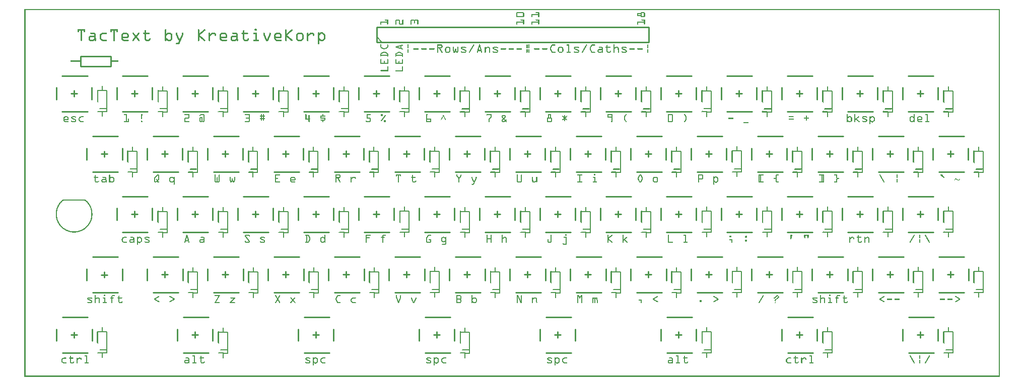
<source format=gto>
G04 MADE WITH FRITZING*
G04 WWW.FRITZING.ORG*
G04 DOUBLE SIDED*
G04 HOLES PLATED*
G04 CONTOUR ON CENTER OF CONTOUR VECTOR*
%ASAXBY*%
%FSLAX23Y23*%
%MOIN*%
%OFA0B0*%
%SFA1.0B1.0*%
%ADD10C,0.010000*%
%ADD11C,0.008000*%
%ADD12C,0.005000*%
%ADD13C,0.007874*%
%ADD14R,0.001000X0.001000*%
%LNSILK1*%
G90*
G70*
G54D10*
X446Y1919D02*
X446Y1840D01*
D02*
X249Y1998D02*
X417Y1998D01*
D02*
X249Y1761D02*
X417Y1761D01*
D02*
X210Y1919D02*
X210Y1840D01*
D02*
X328Y1899D02*
X328Y1860D01*
D02*
X348Y1879D02*
X308Y1879D01*
D02*
X846Y1919D02*
X846Y1840D01*
D02*
X649Y1998D02*
X816Y1998D01*
D02*
X649Y1762D02*
X816Y1762D01*
D02*
X610Y1919D02*
X610Y1840D01*
D02*
X728Y1900D02*
X728Y1860D01*
D02*
X747Y1880D02*
X708Y1880D01*
D02*
X1246Y1919D02*
X1246Y1840D01*
D02*
X1049Y1998D02*
X1216Y1998D01*
D02*
X1049Y1762D02*
X1216Y1762D01*
D02*
X1010Y1919D02*
X1010Y1840D01*
D02*
X1128Y1900D02*
X1128Y1860D01*
D02*
X1147Y1880D02*
X1108Y1880D01*
D02*
X1646Y1919D02*
X1646Y1840D01*
D02*
X1449Y1998D02*
X1616Y1998D01*
D02*
X1449Y1762D02*
X1616Y1762D01*
D02*
X1410Y1919D02*
X1410Y1840D01*
D02*
X1528Y1900D02*
X1528Y1860D01*
D02*
X1547Y1880D02*
X1508Y1880D01*
D02*
X2046Y1919D02*
X2046Y1840D01*
D02*
X1849Y1998D02*
X2016Y1998D01*
D02*
X1849Y1762D02*
X2016Y1762D01*
D02*
X1810Y1919D02*
X1810Y1840D01*
D02*
X1928Y1900D02*
X1928Y1860D01*
D02*
X1947Y1880D02*
X1908Y1880D01*
D02*
X2446Y1919D02*
X2446Y1840D01*
D02*
X2249Y1998D02*
X2416Y1998D01*
D02*
X2249Y1762D02*
X2416Y1762D01*
D02*
X2210Y1919D02*
X2210Y1840D01*
D02*
X2328Y1900D02*
X2328Y1860D01*
D02*
X2347Y1880D02*
X2308Y1880D01*
D02*
X2846Y1919D02*
X2846Y1840D01*
D02*
X2649Y1998D02*
X2816Y1998D01*
D02*
X2649Y1762D02*
X2816Y1762D01*
D02*
X2610Y1919D02*
X2610Y1840D01*
D02*
X2728Y1900D02*
X2728Y1860D01*
D02*
X2747Y1880D02*
X2708Y1880D01*
D02*
X3246Y1919D02*
X3246Y1840D01*
D02*
X3049Y1998D02*
X3216Y1998D01*
D02*
X3049Y1762D02*
X3216Y1762D01*
D02*
X3010Y1919D02*
X3010Y1840D01*
D02*
X3128Y1900D02*
X3128Y1860D01*
D02*
X3147Y1880D02*
X3108Y1880D01*
D02*
X3646Y1919D02*
X3646Y1840D01*
D02*
X3449Y1998D02*
X3616Y1998D01*
D02*
X3449Y1762D02*
X3616Y1762D01*
D02*
X3410Y1919D02*
X3410Y1840D01*
D02*
X3528Y1900D02*
X3528Y1860D01*
D02*
X3547Y1880D02*
X3508Y1880D01*
D02*
X4046Y1919D02*
X4046Y1840D01*
D02*
X3849Y1998D02*
X4016Y1998D01*
D02*
X3849Y1762D02*
X4016Y1762D01*
D02*
X3810Y1919D02*
X3810Y1840D01*
D02*
X3928Y1900D02*
X3928Y1860D01*
D02*
X3947Y1880D02*
X3908Y1880D01*
D02*
X4446Y1919D02*
X4446Y1840D01*
D02*
X4249Y1998D02*
X4416Y1998D01*
D02*
X4249Y1762D02*
X4416Y1762D01*
D02*
X4210Y1919D02*
X4210Y1840D01*
D02*
X4328Y1900D02*
X4328Y1860D01*
D02*
X4347Y1880D02*
X4308Y1880D01*
D02*
X4846Y1919D02*
X4846Y1840D01*
D02*
X4649Y1998D02*
X4816Y1998D01*
D02*
X4649Y1762D02*
X4816Y1762D01*
D02*
X4610Y1919D02*
X4610Y1840D01*
D02*
X4728Y1900D02*
X4728Y1860D01*
D02*
X4747Y1880D02*
X4708Y1880D01*
D02*
X5246Y1919D02*
X5246Y1840D01*
D02*
X5049Y1998D02*
X5216Y1998D01*
D02*
X5049Y1762D02*
X5216Y1762D01*
D02*
X5010Y1919D02*
X5010Y1840D01*
D02*
X5128Y1900D02*
X5128Y1860D01*
D02*
X5147Y1880D02*
X5108Y1880D01*
D02*
X5646Y1919D02*
X5646Y1840D01*
D02*
X5449Y1998D02*
X5616Y1998D01*
D02*
X5449Y1762D02*
X5616Y1762D01*
D02*
X5410Y1919D02*
X5410Y1840D01*
D02*
X5528Y1900D02*
X5528Y1860D01*
D02*
X5547Y1880D02*
X5508Y1880D01*
D02*
X6046Y1919D02*
X6046Y1840D01*
D02*
X5849Y1998D02*
X6016Y1998D01*
D02*
X5849Y1762D02*
X6016Y1762D01*
D02*
X5810Y1919D02*
X5810Y1840D01*
D02*
X5928Y1900D02*
X5928Y1860D01*
D02*
X5947Y1880D02*
X5908Y1880D01*
D02*
X1846Y1518D02*
X1846Y1440D01*
D02*
X1650Y1597D02*
X1817Y1597D01*
D02*
X1650Y1361D02*
X1817Y1361D01*
D02*
X1610Y1518D02*
X1610Y1440D01*
D02*
X1728Y1499D02*
X1728Y1459D01*
D02*
X1748Y1479D02*
X1709Y1479D01*
D02*
X1446Y1518D02*
X1446Y1440D01*
D02*
X1250Y1597D02*
X1417Y1597D01*
D02*
X1250Y1361D02*
X1417Y1361D01*
D02*
X1210Y1518D02*
X1210Y1440D01*
D02*
X1328Y1499D02*
X1328Y1459D01*
D02*
X1348Y1479D02*
X1309Y1479D01*
D02*
X647Y1518D02*
X647Y1439D01*
D02*
X450Y1597D02*
X617Y1597D01*
D02*
X450Y1361D02*
X617Y1361D01*
D02*
X411Y1518D02*
X411Y1439D01*
D02*
X529Y1498D02*
X529Y1459D01*
D02*
X548Y1479D02*
X509Y1479D01*
D02*
X4646Y1518D02*
X4646Y1440D01*
D02*
X4450Y1597D02*
X4617Y1597D01*
D02*
X4450Y1361D02*
X4617Y1361D01*
D02*
X4410Y1518D02*
X4410Y1440D01*
D02*
X4528Y1499D02*
X4528Y1459D01*
D02*
X4548Y1479D02*
X4509Y1479D01*
D02*
X2646Y1518D02*
X2646Y1440D01*
D02*
X2450Y1597D02*
X2617Y1597D01*
D02*
X2450Y1361D02*
X2617Y1361D01*
D02*
X2410Y1518D02*
X2410Y1440D01*
D02*
X2528Y1499D02*
X2528Y1459D01*
D02*
X2548Y1479D02*
X2509Y1479D01*
D02*
X5846Y1518D02*
X5846Y1440D01*
D02*
X5650Y1597D02*
X5817Y1597D01*
D02*
X5650Y1361D02*
X5817Y1361D01*
D02*
X5610Y1518D02*
X5610Y1440D01*
D02*
X5728Y1499D02*
X5728Y1459D01*
D02*
X5748Y1479D02*
X5709Y1479D01*
D02*
X5046Y1518D02*
X5046Y1440D01*
D02*
X4850Y1597D02*
X5017Y1597D01*
D02*
X4850Y1361D02*
X5017Y1361D01*
D02*
X4810Y1518D02*
X4810Y1440D01*
D02*
X4928Y1499D02*
X4928Y1459D01*
D02*
X4948Y1479D02*
X4909Y1479D01*
D02*
X3046Y1518D02*
X3046Y1440D01*
D02*
X2850Y1597D02*
X3017Y1597D01*
D02*
X2850Y1361D02*
X3017Y1361D01*
D02*
X2810Y1518D02*
X2810Y1440D01*
D02*
X2928Y1499D02*
X2928Y1459D01*
D02*
X2948Y1479D02*
X2909Y1479D01*
D02*
X5446Y1518D02*
X5446Y1440D01*
D02*
X5250Y1597D02*
X5417Y1597D01*
D02*
X5250Y1361D02*
X5417Y1361D01*
D02*
X5210Y1518D02*
X5210Y1440D01*
D02*
X5328Y1499D02*
X5328Y1459D01*
D02*
X5348Y1479D02*
X5309Y1479D01*
D02*
X3846Y1518D02*
X3846Y1440D01*
D02*
X3650Y1597D02*
X3817Y1597D01*
D02*
X3650Y1361D02*
X3817Y1361D01*
D02*
X3610Y1518D02*
X3610Y1440D01*
D02*
X3728Y1499D02*
X3728Y1459D01*
D02*
X3748Y1479D02*
X3709Y1479D01*
D02*
X4246Y1518D02*
X4246Y1440D01*
D02*
X4050Y1597D02*
X4217Y1597D01*
D02*
X4050Y1361D02*
X4217Y1361D01*
D02*
X4010Y1518D02*
X4010Y1440D01*
D02*
X4128Y1499D02*
X4128Y1459D01*
D02*
X4148Y1479D02*
X4109Y1479D01*
D02*
X3446Y1518D02*
X3446Y1440D01*
D02*
X3250Y1597D02*
X3417Y1597D01*
D02*
X3250Y1361D02*
X3417Y1361D01*
D02*
X3210Y1518D02*
X3210Y1440D01*
D02*
X3328Y1499D02*
X3328Y1459D01*
D02*
X3348Y1479D02*
X3309Y1479D01*
D02*
X6246Y1518D02*
X6246Y1440D01*
D02*
X6050Y1597D02*
X6217Y1597D01*
D02*
X6050Y1361D02*
X6217Y1361D01*
D02*
X6010Y1518D02*
X6010Y1440D01*
D02*
X6128Y1499D02*
X6128Y1459D01*
D02*
X6148Y1479D02*
X6109Y1479D01*
D02*
X2246Y1518D02*
X2246Y1440D01*
D02*
X2050Y1597D02*
X2217Y1597D01*
D02*
X2050Y1361D02*
X2217Y1361D01*
D02*
X2010Y1518D02*
X2010Y1440D01*
D02*
X2128Y1499D02*
X2128Y1459D01*
D02*
X2148Y1479D02*
X2109Y1479D01*
D02*
X1046Y1518D02*
X1046Y1440D01*
D02*
X850Y1597D02*
X1017Y1597D01*
D02*
X850Y1361D02*
X1017Y1361D01*
D02*
X810Y1518D02*
X810Y1440D01*
D02*
X928Y1499D02*
X928Y1459D01*
D02*
X948Y1479D02*
X909Y1479D01*
D02*
X5847Y718D02*
X5847Y639D01*
D02*
X5650Y797D02*
X5817Y797D01*
D02*
X5650Y561D02*
X5817Y561D01*
D02*
X5610Y718D02*
X5610Y639D01*
D02*
X5729Y699D02*
X5729Y659D01*
D02*
X5748Y679D02*
X5709Y679D01*
D02*
X4647Y718D02*
X4647Y639D01*
D02*
X4450Y797D02*
X4617Y797D01*
D02*
X4450Y561D02*
X4617Y561D01*
D02*
X4410Y718D02*
X4410Y639D01*
D02*
X4529Y699D02*
X4529Y659D01*
D02*
X4548Y679D02*
X4509Y679D01*
D02*
X1646Y1119D02*
X1646Y1040D01*
D02*
X1449Y1198D02*
X1616Y1198D01*
D02*
X1449Y961D02*
X1616Y961D01*
D02*
X1410Y1119D02*
X1410Y1040D01*
D02*
X1528Y1099D02*
X1528Y1060D01*
D02*
X1548Y1080D02*
X1508Y1080D01*
D02*
X1246Y1119D02*
X1246Y1040D01*
D02*
X1049Y1198D02*
X1216Y1198D01*
D02*
X1049Y961D02*
X1216Y961D01*
D02*
X1010Y1119D02*
X1010Y1040D01*
D02*
X1128Y1099D02*
X1128Y1060D01*
D02*
X1148Y1080D02*
X1108Y1080D01*
D02*
X647Y718D02*
X647Y639D01*
D02*
X450Y797D02*
X618Y797D01*
D02*
X450Y560D02*
X618Y560D01*
D02*
X411Y718D02*
X411Y639D01*
D02*
X529Y698D02*
X529Y659D01*
D02*
X549Y678D02*
X509Y678D01*
D02*
X846Y1119D02*
X846Y1040D01*
D02*
X649Y1198D02*
X816Y1198D01*
D02*
X649Y961D02*
X816Y961D01*
D02*
X610Y1119D02*
X610Y1040D01*
D02*
X728Y1099D02*
X728Y1060D01*
D02*
X748Y1080D02*
X708Y1080D01*
D02*
X1047Y718D02*
X1047Y639D01*
D02*
X850Y797D02*
X1017Y797D01*
D02*
X850Y561D02*
X1017Y561D01*
D02*
X810Y718D02*
X810Y639D01*
D02*
X929Y699D02*
X929Y659D01*
D02*
X948Y679D02*
X909Y679D01*
D02*
X3447Y718D02*
X3447Y639D01*
D02*
X3250Y797D02*
X3417Y797D01*
D02*
X3250Y561D02*
X3417Y561D01*
D02*
X3210Y718D02*
X3210Y639D01*
D02*
X3329Y699D02*
X3329Y659D01*
D02*
X3348Y679D02*
X3309Y679D01*
D02*
X2247Y718D02*
X2247Y639D01*
D02*
X2050Y797D02*
X2217Y797D01*
D02*
X2050Y561D02*
X2217Y561D01*
D02*
X2010Y718D02*
X2010Y639D01*
D02*
X2129Y699D02*
X2129Y659D01*
D02*
X2148Y679D02*
X2109Y679D01*
D02*
X5447Y718D02*
X5447Y639D01*
D02*
X5250Y797D02*
X5417Y797D01*
D02*
X5250Y561D02*
X5417Y561D01*
D02*
X5210Y718D02*
X5210Y639D01*
D02*
X5329Y699D02*
X5329Y659D01*
D02*
X5348Y679D02*
X5309Y679D01*
D02*
X2647Y718D02*
X2647Y639D01*
D02*
X2450Y797D02*
X2617Y797D01*
D02*
X2450Y561D02*
X2617Y561D01*
D02*
X2410Y718D02*
X2410Y639D01*
D02*
X2529Y699D02*
X2529Y659D01*
D02*
X2548Y679D02*
X2509Y679D01*
D02*
X1847Y718D02*
X1847Y639D01*
D02*
X1650Y797D02*
X1817Y797D01*
D02*
X1650Y561D02*
X1817Y561D01*
D02*
X1610Y718D02*
X1610Y639D01*
D02*
X1729Y699D02*
X1729Y659D01*
D02*
X1748Y679D02*
X1709Y679D01*
D02*
X4846Y1119D02*
X4846Y1040D01*
D02*
X4649Y1198D02*
X4816Y1198D01*
D02*
X4649Y961D02*
X4816Y961D01*
D02*
X4610Y1119D02*
X4610Y1040D01*
D02*
X4728Y1099D02*
X4728Y1060D01*
D02*
X4748Y1080D02*
X4708Y1080D01*
D02*
X3047Y718D02*
X3047Y639D01*
D02*
X2850Y797D02*
X3017Y797D01*
D02*
X2850Y561D02*
X3017Y561D01*
D02*
X2810Y718D02*
X2810Y639D01*
D02*
X2929Y699D02*
X2929Y659D01*
D02*
X2948Y679D02*
X2909Y679D01*
D02*
X5047Y718D02*
X5047Y639D01*
D02*
X4850Y797D02*
X5017Y797D01*
D02*
X4850Y561D02*
X5017Y561D01*
D02*
X4810Y718D02*
X4810Y639D01*
D02*
X4929Y699D02*
X4929Y659D01*
D02*
X4948Y679D02*
X4909Y679D01*
D02*
X2846Y1119D02*
X2846Y1040D01*
D02*
X2649Y1198D02*
X2816Y1198D01*
D02*
X2649Y961D02*
X2816Y961D01*
D02*
X2610Y1119D02*
X2610Y1040D01*
D02*
X2728Y1099D02*
X2728Y1060D01*
D02*
X2748Y1080D02*
X2708Y1080D01*
D02*
X5646Y1119D02*
X5646Y1040D01*
D02*
X5449Y1198D02*
X5616Y1198D01*
D02*
X5449Y961D02*
X5616Y961D01*
D02*
X5410Y1119D02*
X5410Y1040D01*
D02*
X5528Y1099D02*
X5528Y1060D01*
D02*
X5548Y1080D02*
X5508Y1080D01*
D02*
X5246Y1119D02*
X5246Y1040D01*
D02*
X5049Y1198D02*
X5216Y1198D01*
D02*
X5049Y961D02*
X5216Y961D01*
D02*
X5010Y1119D02*
X5010Y1040D01*
D02*
X5128Y1099D02*
X5128Y1060D01*
D02*
X5148Y1080D02*
X5108Y1080D01*
D02*
X2446Y1119D02*
X2446Y1040D01*
D02*
X2249Y1198D02*
X2416Y1198D01*
D02*
X2249Y961D02*
X2416Y961D01*
D02*
X2210Y1119D02*
X2210Y1040D01*
D02*
X2328Y1099D02*
X2328Y1060D01*
D02*
X2348Y1080D02*
X2308Y1080D01*
D02*
X4046Y1119D02*
X4046Y1040D01*
D02*
X3849Y1198D02*
X4016Y1198D01*
D02*
X3849Y961D02*
X4016Y961D01*
D02*
X3810Y1119D02*
X3810Y1040D01*
D02*
X3928Y1099D02*
X3928Y1060D01*
D02*
X3948Y1080D02*
X3908Y1080D01*
D02*
X1447Y718D02*
X1447Y639D01*
D02*
X1250Y797D02*
X1417Y797D01*
D02*
X1250Y561D02*
X1417Y561D01*
D02*
X1210Y718D02*
X1210Y639D01*
D02*
X1329Y699D02*
X1329Y659D01*
D02*
X1348Y679D02*
X1309Y679D01*
D02*
X6247Y718D02*
X6247Y639D01*
D02*
X6050Y797D02*
X6217Y797D01*
D02*
X6050Y561D02*
X6217Y561D01*
D02*
X6010Y718D02*
X6010Y639D01*
D02*
X6129Y699D02*
X6129Y659D01*
D02*
X6148Y679D02*
X6109Y679D01*
D02*
X6046Y1119D02*
X6046Y1040D01*
D02*
X5849Y1198D02*
X6016Y1198D01*
D02*
X5849Y961D02*
X6016Y961D01*
D02*
X5810Y1119D02*
X5810Y1040D01*
D02*
X5928Y1099D02*
X5928Y1060D01*
D02*
X5948Y1080D02*
X5908Y1080D01*
D02*
X3646Y1119D02*
X3646Y1040D01*
D02*
X3449Y1198D02*
X3616Y1198D01*
D02*
X3449Y961D02*
X3616Y961D01*
D02*
X3410Y1119D02*
X3410Y1040D01*
D02*
X3528Y1099D02*
X3528Y1060D01*
D02*
X3548Y1080D02*
X3508Y1080D01*
D02*
X4446Y1119D02*
X4446Y1040D01*
D02*
X4249Y1198D02*
X4416Y1198D01*
D02*
X4249Y961D02*
X4416Y961D01*
D02*
X4210Y1119D02*
X4210Y1040D01*
D02*
X4328Y1099D02*
X4328Y1060D01*
D02*
X4348Y1080D02*
X4308Y1080D01*
D02*
X4247Y718D02*
X4247Y639D01*
D02*
X4050Y797D02*
X4217Y797D01*
D02*
X4050Y561D02*
X4217Y561D01*
D02*
X4010Y718D02*
X4010Y639D01*
D02*
X4129Y699D02*
X4129Y659D01*
D02*
X4148Y679D02*
X4109Y679D01*
D02*
X2046Y1119D02*
X2046Y1040D01*
D02*
X1849Y1198D02*
X2016Y1198D01*
D02*
X1849Y961D02*
X2016Y961D01*
D02*
X1810Y1119D02*
X1810Y1040D01*
D02*
X1928Y1099D02*
X1928Y1060D01*
D02*
X1948Y1080D02*
X1908Y1080D01*
D02*
X3246Y1119D02*
X3246Y1040D01*
D02*
X3049Y1198D02*
X3216Y1198D01*
D02*
X3049Y961D02*
X3216Y961D01*
D02*
X3010Y1119D02*
X3010Y1040D01*
D02*
X3128Y1099D02*
X3128Y1060D01*
D02*
X3148Y1080D02*
X3108Y1080D01*
D02*
X3847Y718D02*
X3847Y639D01*
D02*
X3650Y797D02*
X3817Y797D01*
D02*
X3650Y561D02*
X3817Y561D01*
D02*
X3610Y718D02*
X3610Y639D01*
D02*
X3729Y699D02*
X3729Y659D01*
D02*
X3748Y679D02*
X3709Y679D01*
D02*
X1246Y318D02*
X1246Y240D01*
D02*
X1050Y397D02*
X1217Y397D01*
D02*
X1050Y161D02*
X1217Y161D01*
D02*
X1010Y318D02*
X1010Y240D01*
D02*
X1128Y299D02*
X1128Y259D01*
D02*
X1148Y279D02*
X1109Y279D01*
D02*
X447Y318D02*
X447Y239D01*
D02*
X250Y397D02*
X417Y397D01*
D02*
X250Y161D02*
X417Y161D01*
D02*
X211Y318D02*
X211Y239D01*
D02*
X329Y298D02*
X329Y259D01*
D02*
X348Y279D02*
X309Y279D01*
D02*
X4446Y318D02*
X4446Y240D01*
D02*
X4250Y397D02*
X4417Y397D01*
D02*
X4250Y161D02*
X4417Y161D01*
D02*
X4210Y318D02*
X4210Y240D01*
D02*
X4328Y299D02*
X4328Y259D01*
D02*
X4348Y279D02*
X4309Y279D01*
D02*
X2846Y318D02*
X2846Y240D01*
D02*
X2650Y397D02*
X2817Y397D01*
D02*
X2650Y161D02*
X2817Y161D01*
D02*
X2610Y318D02*
X2610Y240D01*
D02*
X2728Y299D02*
X2728Y259D01*
D02*
X2748Y279D02*
X2709Y279D01*
D02*
X5246Y318D02*
X5246Y240D01*
D02*
X5050Y397D02*
X5217Y397D01*
D02*
X5050Y161D02*
X5217Y161D01*
D02*
X5010Y318D02*
X5010Y240D01*
D02*
X5128Y299D02*
X5128Y259D01*
D02*
X5148Y279D02*
X5109Y279D01*
D02*
X3646Y318D02*
X3646Y240D01*
D02*
X3450Y397D02*
X3617Y397D01*
D02*
X3450Y161D02*
X3617Y161D01*
D02*
X3410Y318D02*
X3410Y240D01*
D02*
X3528Y299D02*
X3528Y259D01*
D02*
X3548Y279D02*
X3509Y279D01*
D02*
X6046Y318D02*
X6046Y240D01*
D02*
X5850Y397D02*
X6017Y397D01*
D02*
X5850Y161D02*
X6017Y161D01*
D02*
X5810Y318D02*
X5810Y240D01*
D02*
X5928Y299D02*
X5928Y259D01*
D02*
X5948Y279D02*
X5909Y279D01*
D02*
X2046Y318D02*
X2046Y240D01*
D02*
X1850Y397D02*
X2017Y397D01*
D02*
X1850Y161D02*
X2017Y161D01*
D02*
X1810Y318D02*
X1810Y240D01*
D02*
X1928Y299D02*
X1928Y259D01*
D02*
X1948Y279D02*
X1909Y279D01*
G54D11*
D02*
X515Y1899D02*
X545Y1899D01*
D02*
X545Y1899D02*
X545Y1759D01*
D02*
X545Y1759D02*
X515Y1759D01*
D02*
X515Y1899D02*
X515Y1929D01*
D02*
X515Y1759D02*
X515Y1729D01*
D02*
X485Y1899D02*
X515Y1899D01*
D02*
X915Y1898D02*
X945Y1898D01*
D02*
X945Y1898D02*
X945Y1758D01*
D02*
X945Y1758D02*
X915Y1758D01*
D02*
X915Y1898D02*
X915Y1928D01*
D02*
X915Y1758D02*
X915Y1728D01*
D02*
X885Y1898D02*
X915Y1898D01*
D02*
X1314Y1898D02*
X1344Y1898D01*
D02*
X1344Y1898D02*
X1344Y1758D01*
D02*
X1344Y1758D02*
X1314Y1758D01*
D02*
X1314Y1898D02*
X1314Y1928D01*
D02*
X1314Y1758D02*
X1314Y1728D01*
D02*
X1284Y1898D02*
X1314Y1898D01*
D02*
X1714Y1898D02*
X1744Y1898D01*
D02*
X1744Y1898D02*
X1744Y1758D01*
D02*
X1744Y1758D02*
X1714Y1758D01*
D02*
X1714Y1898D02*
X1714Y1928D01*
D02*
X1714Y1758D02*
X1714Y1728D01*
D02*
X1684Y1898D02*
X1714Y1898D01*
D02*
X2114Y1898D02*
X2144Y1898D01*
D02*
X2144Y1898D02*
X2144Y1758D01*
D02*
X2144Y1758D02*
X2114Y1758D01*
D02*
X2114Y1898D02*
X2114Y1928D01*
D02*
X2114Y1758D02*
X2114Y1728D01*
D02*
X2084Y1898D02*
X2114Y1898D01*
D02*
X2914Y1898D02*
X2944Y1898D01*
D02*
X2944Y1898D02*
X2944Y1758D01*
D02*
X2944Y1758D02*
X2914Y1758D01*
D02*
X2914Y1898D02*
X2914Y1928D01*
D02*
X2914Y1758D02*
X2914Y1728D01*
D02*
X2884Y1898D02*
X2914Y1898D01*
D02*
X3714Y1898D02*
X3744Y1898D01*
D02*
X3744Y1898D02*
X3744Y1758D01*
D02*
X3744Y1758D02*
X3714Y1758D01*
D02*
X3714Y1898D02*
X3714Y1928D01*
D02*
X3714Y1758D02*
X3714Y1728D01*
D02*
X3684Y1898D02*
X3714Y1898D01*
D02*
X3314Y1898D02*
X3344Y1898D01*
D02*
X3344Y1898D02*
X3344Y1758D01*
D02*
X3344Y1758D02*
X3314Y1758D01*
D02*
X3314Y1898D02*
X3314Y1928D01*
D02*
X3314Y1758D02*
X3314Y1728D01*
D02*
X3284Y1898D02*
X3314Y1898D01*
D02*
X4114Y1898D02*
X4144Y1898D01*
D02*
X4144Y1898D02*
X4144Y1758D01*
D02*
X4144Y1758D02*
X4114Y1758D01*
D02*
X4114Y1898D02*
X4114Y1928D01*
D02*
X4114Y1758D02*
X4114Y1728D01*
D02*
X4084Y1898D02*
X4114Y1898D01*
D02*
X2514Y1898D02*
X2544Y1898D01*
D02*
X2544Y1898D02*
X2544Y1758D01*
D02*
X2544Y1758D02*
X2514Y1758D01*
D02*
X2514Y1898D02*
X2514Y1928D01*
D02*
X2514Y1758D02*
X2514Y1728D01*
D02*
X2484Y1898D02*
X2514Y1898D01*
D02*
X4515Y1898D02*
X4545Y1898D01*
D02*
X4545Y1898D02*
X4545Y1758D01*
D02*
X4545Y1758D02*
X4515Y1758D01*
D02*
X4515Y1898D02*
X4515Y1928D01*
D02*
X4515Y1758D02*
X4515Y1728D01*
D02*
X4485Y1898D02*
X4515Y1898D01*
D02*
X5714Y1898D02*
X5744Y1898D01*
D02*
X5744Y1898D02*
X5744Y1758D01*
D02*
X5744Y1758D02*
X5714Y1758D01*
D02*
X5714Y1898D02*
X5714Y1928D01*
D02*
X5714Y1758D02*
X5714Y1728D01*
D02*
X5684Y1898D02*
X5714Y1898D01*
D02*
X6114Y1898D02*
X6144Y1898D01*
D02*
X6144Y1898D02*
X6144Y1758D01*
D02*
X6144Y1758D02*
X6114Y1758D01*
D02*
X6114Y1898D02*
X6114Y1928D01*
D02*
X6114Y1758D02*
X6114Y1728D01*
D02*
X6084Y1898D02*
X6114Y1898D01*
D02*
X5314Y1898D02*
X5344Y1898D01*
D02*
X5344Y1898D02*
X5344Y1758D01*
D02*
X5344Y1758D02*
X5314Y1758D01*
D02*
X5314Y1898D02*
X5314Y1928D01*
D02*
X5314Y1758D02*
X5314Y1728D01*
D02*
X5284Y1898D02*
X5314Y1898D01*
D02*
X4915Y1898D02*
X4945Y1898D01*
D02*
X4945Y1898D02*
X4945Y1758D01*
D02*
X4945Y1758D02*
X4915Y1758D01*
D02*
X4915Y1898D02*
X4915Y1928D01*
D02*
X4915Y1758D02*
X4915Y1728D01*
D02*
X4885Y1898D02*
X4915Y1898D01*
D02*
X1513Y1498D02*
X1543Y1498D01*
D02*
X1543Y1498D02*
X1543Y1358D01*
D02*
X1543Y1358D02*
X1513Y1358D01*
D02*
X1513Y1498D02*
X1513Y1528D01*
D02*
X1513Y1358D02*
X1513Y1328D01*
D02*
X1483Y1498D02*
X1513Y1498D01*
D02*
X2714Y1498D02*
X2744Y1498D01*
D02*
X2744Y1498D02*
X2744Y1358D01*
D02*
X2744Y1358D02*
X2714Y1358D01*
D02*
X2714Y1498D02*
X2714Y1528D01*
D02*
X2714Y1358D02*
X2714Y1328D01*
D02*
X2684Y1498D02*
X2714Y1498D01*
D02*
X4314Y1498D02*
X4344Y1498D01*
D02*
X4344Y1498D02*
X4344Y1358D01*
D02*
X4344Y1358D02*
X4314Y1358D01*
D02*
X4314Y1498D02*
X4314Y1528D01*
D02*
X4314Y1358D02*
X4314Y1328D01*
D02*
X4284Y1498D02*
X4314Y1498D01*
D02*
X3114Y1498D02*
X3144Y1498D01*
D02*
X3144Y1498D02*
X3144Y1358D01*
D02*
X3144Y1358D02*
X3114Y1358D01*
D02*
X3114Y1498D02*
X3114Y1528D01*
D02*
X3114Y1358D02*
X3114Y1328D01*
D02*
X3084Y1498D02*
X3114Y1498D01*
D02*
X4715Y1499D02*
X4745Y1499D01*
D02*
X4745Y1499D02*
X4745Y1359D01*
D02*
X4745Y1359D02*
X4715Y1359D01*
D02*
X4715Y1499D02*
X4715Y1529D01*
D02*
X4715Y1359D02*
X4715Y1329D01*
D02*
X4685Y1499D02*
X4715Y1499D01*
D02*
X5914Y1498D02*
X5944Y1498D01*
D02*
X5944Y1498D02*
X5944Y1358D01*
D02*
X5944Y1358D02*
X5914Y1358D01*
D02*
X5914Y1498D02*
X5914Y1528D01*
D02*
X5914Y1358D02*
X5914Y1328D01*
D02*
X5884Y1498D02*
X5914Y1498D01*
D02*
X5514Y1498D02*
X5544Y1498D01*
D02*
X5544Y1498D02*
X5544Y1358D01*
D02*
X5544Y1358D02*
X5514Y1358D01*
D02*
X5514Y1498D02*
X5514Y1528D01*
D02*
X5514Y1358D02*
X5514Y1328D01*
D02*
X5484Y1498D02*
X5514Y1498D01*
D02*
X3514Y1498D02*
X3544Y1498D01*
D02*
X3544Y1498D02*
X3544Y1358D01*
D02*
X3544Y1358D02*
X3514Y1358D01*
D02*
X3514Y1498D02*
X3514Y1528D01*
D02*
X3514Y1358D02*
X3514Y1328D01*
D02*
X3484Y1498D02*
X3514Y1498D01*
D02*
X714Y1498D02*
X744Y1498D01*
D02*
X744Y1498D02*
X744Y1358D01*
D02*
X744Y1358D02*
X714Y1358D01*
D02*
X714Y1498D02*
X714Y1528D01*
D02*
X714Y1358D02*
X714Y1328D01*
D02*
X684Y1498D02*
X714Y1498D01*
D02*
X1114Y1498D02*
X1144Y1498D01*
D02*
X1144Y1498D02*
X1144Y1358D01*
D02*
X1144Y1358D02*
X1114Y1358D01*
D02*
X1114Y1498D02*
X1114Y1528D01*
D02*
X1114Y1358D02*
X1114Y1328D01*
D02*
X1084Y1498D02*
X1114Y1498D01*
D02*
X6314Y1498D02*
X6344Y1498D01*
D02*
X6344Y1498D02*
X6344Y1358D01*
D02*
X6344Y1358D02*
X6314Y1358D01*
D02*
X6314Y1498D02*
X6314Y1528D01*
D02*
X6314Y1358D02*
X6314Y1328D01*
D02*
X6284Y1498D02*
X6314Y1498D01*
D02*
X5115Y1498D02*
X5145Y1498D01*
D02*
X5145Y1498D02*
X5145Y1358D01*
D02*
X5145Y1358D02*
X5115Y1358D01*
D02*
X5115Y1498D02*
X5115Y1528D01*
D02*
X5115Y1358D02*
X5115Y1328D01*
D02*
X5085Y1498D02*
X5115Y1498D01*
D02*
X1913Y1498D02*
X1943Y1498D01*
D02*
X1943Y1498D02*
X1943Y1358D01*
D02*
X1943Y1358D02*
X1913Y1358D01*
D02*
X1913Y1498D02*
X1913Y1528D01*
D02*
X1913Y1358D02*
X1913Y1328D01*
D02*
X1883Y1498D02*
X1913Y1498D01*
D02*
X3914Y1498D02*
X3944Y1498D01*
D02*
X3944Y1498D02*
X3944Y1358D01*
D02*
X3944Y1358D02*
X3914Y1358D01*
D02*
X3914Y1498D02*
X3914Y1528D01*
D02*
X3914Y1358D02*
X3914Y1328D01*
D02*
X3884Y1498D02*
X3914Y1498D01*
D02*
X2313Y1498D02*
X2343Y1498D01*
D02*
X2343Y1498D02*
X2343Y1358D01*
D02*
X2343Y1358D02*
X2313Y1358D01*
D02*
X2313Y1498D02*
X2313Y1528D01*
D02*
X2313Y1358D02*
X2313Y1328D01*
D02*
X2283Y1498D02*
X2313Y1498D01*
D02*
X4115Y1098D02*
X4145Y1098D01*
D02*
X4145Y1098D02*
X4145Y958D01*
D02*
X4145Y958D02*
X4115Y958D01*
D02*
X4115Y1098D02*
X4115Y1128D01*
D02*
X4115Y958D02*
X4115Y928D01*
D02*
X4085Y1098D02*
X4115Y1098D01*
D02*
X3715Y1098D02*
X3745Y1098D01*
D02*
X3745Y1098D02*
X3745Y958D01*
D02*
X3745Y958D02*
X3715Y958D01*
D02*
X3715Y1098D02*
X3715Y1128D01*
D02*
X3715Y958D02*
X3715Y928D01*
D02*
X3685Y1098D02*
X3715Y1098D01*
D02*
X4515Y1099D02*
X4545Y1099D01*
D02*
X4545Y1099D02*
X4545Y959D01*
D02*
X4545Y959D02*
X4515Y959D01*
D02*
X4515Y1099D02*
X4515Y1129D01*
D02*
X4515Y959D02*
X4515Y929D01*
D02*
X4485Y1099D02*
X4515Y1099D01*
D02*
X3315Y1098D02*
X3345Y1098D01*
D02*
X3345Y1098D02*
X3345Y958D01*
D02*
X3345Y958D02*
X3315Y958D01*
D02*
X3315Y1098D02*
X3315Y1128D01*
D02*
X3315Y958D02*
X3315Y928D01*
D02*
X3285Y1098D02*
X3315Y1098D01*
D02*
X2915Y1098D02*
X2945Y1098D01*
D02*
X2945Y1098D02*
X2945Y958D01*
D02*
X2945Y958D02*
X2915Y958D01*
D02*
X2915Y1098D02*
X2915Y1128D01*
D02*
X2915Y958D02*
X2915Y928D01*
D02*
X2885Y1098D02*
X2915Y1098D01*
D02*
X6115Y1099D02*
X6145Y1099D01*
D02*
X6145Y1099D02*
X6145Y959D01*
D02*
X6145Y959D02*
X6115Y959D01*
D02*
X6115Y1099D02*
X6115Y1129D01*
D02*
X6115Y959D02*
X6115Y929D01*
D02*
X6085Y1099D02*
X6115Y1099D01*
D02*
X2515Y1099D02*
X2545Y1099D01*
D02*
X2545Y1099D02*
X2545Y959D01*
D02*
X2545Y959D02*
X2515Y959D01*
D02*
X2515Y1099D02*
X2515Y1129D01*
D02*
X2515Y959D02*
X2515Y929D01*
D02*
X2485Y1099D02*
X2515Y1099D01*
D02*
X5315Y1099D02*
X5345Y1099D01*
D02*
X5345Y1099D02*
X5345Y959D01*
D02*
X5345Y959D02*
X5315Y959D01*
D02*
X5315Y1099D02*
X5315Y1129D01*
D02*
X5315Y959D02*
X5315Y929D01*
D02*
X5285Y1099D02*
X5315Y1099D01*
D02*
X914Y1098D02*
X944Y1098D01*
D02*
X944Y1098D02*
X944Y958D01*
D02*
X944Y958D02*
X914Y958D01*
D02*
X914Y1098D02*
X914Y1128D01*
D02*
X914Y958D02*
X914Y928D01*
D02*
X884Y1098D02*
X914Y1098D01*
D02*
X1714Y1098D02*
X1744Y1098D01*
D02*
X1744Y1098D02*
X1744Y958D01*
D02*
X1744Y958D02*
X1714Y958D01*
D02*
X1714Y1098D02*
X1714Y1128D01*
D02*
X1714Y958D02*
X1714Y928D01*
D02*
X1684Y1098D02*
X1714Y1098D01*
D02*
X2114Y1098D02*
X2144Y1098D01*
D02*
X2144Y1098D02*
X2144Y958D01*
D02*
X2144Y958D02*
X2114Y958D01*
D02*
X2114Y1098D02*
X2114Y1128D01*
D02*
X2114Y958D02*
X2114Y928D01*
D02*
X2084Y1098D02*
X2114Y1098D01*
D02*
X1314Y1098D02*
X1344Y1098D01*
D02*
X1344Y1098D02*
X1344Y958D01*
D02*
X1344Y958D02*
X1314Y958D01*
D02*
X1314Y1098D02*
X1314Y1128D01*
D02*
X1314Y958D02*
X1314Y928D01*
D02*
X1284Y1098D02*
X1314Y1098D01*
D02*
X5715Y1099D02*
X5745Y1099D01*
D02*
X5745Y1099D02*
X5745Y959D01*
D02*
X5745Y959D02*
X5715Y959D01*
D02*
X5715Y1099D02*
X5715Y1129D01*
D02*
X5715Y959D02*
X5715Y929D01*
D02*
X5685Y1099D02*
X5715Y1099D01*
D02*
X4915Y1099D02*
X4945Y1099D01*
D02*
X4945Y1099D02*
X4945Y959D01*
D02*
X4945Y959D02*
X4915Y959D01*
D02*
X4915Y1099D02*
X4915Y1129D01*
D02*
X4915Y959D02*
X4915Y929D01*
D02*
X4885Y1099D02*
X4915Y1099D01*
D02*
X1914Y698D02*
X1944Y698D01*
D02*
X1944Y698D02*
X1944Y558D01*
D02*
X1944Y558D02*
X1914Y558D01*
D02*
X1914Y698D02*
X1914Y728D01*
D02*
X1914Y558D02*
X1914Y528D01*
D02*
X1884Y698D02*
X1914Y698D01*
D02*
X3115Y698D02*
X3145Y698D01*
D02*
X3145Y698D02*
X3145Y558D01*
D02*
X3145Y558D02*
X3115Y558D01*
D02*
X3115Y698D02*
X3115Y728D01*
D02*
X3115Y558D02*
X3115Y528D01*
D02*
X3085Y698D02*
X3115Y698D01*
D02*
X4715Y699D02*
X4745Y699D01*
D02*
X4745Y699D02*
X4745Y559D01*
D02*
X4745Y559D02*
X4715Y559D01*
D02*
X4715Y699D02*
X4715Y729D01*
D02*
X4715Y559D02*
X4715Y529D01*
D02*
X4685Y699D02*
X4715Y699D01*
D02*
X5515Y699D02*
X5545Y699D01*
D02*
X5545Y699D02*
X5545Y559D01*
D02*
X5545Y559D02*
X5515Y559D01*
D02*
X5515Y699D02*
X5515Y729D01*
D02*
X5515Y559D02*
X5515Y529D01*
D02*
X5485Y699D02*
X5515Y699D01*
D02*
X2314Y698D02*
X2344Y698D01*
D02*
X2344Y698D02*
X2344Y558D01*
D02*
X2344Y558D02*
X2314Y558D01*
D02*
X2314Y698D02*
X2314Y728D01*
D02*
X2314Y558D02*
X2314Y528D01*
D02*
X2284Y698D02*
X2314Y698D01*
D02*
X1514Y698D02*
X1544Y698D01*
D02*
X1544Y698D02*
X1544Y558D01*
D02*
X1544Y558D02*
X1514Y558D01*
D02*
X1514Y698D02*
X1514Y728D01*
D02*
X1514Y558D02*
X1514Y528D01*
D02*
X1484Y698D02*
X1514Y698D01*
D02*
X2715Y699D02*
X2745Y699D01*
D02*
X2745Y699D02*
X2745Y559D01*
D02*
X2745Y559D02*
X2715Y559D01*
D02*
X2715Y699D02*
X2715Y729D01*
D02*
X2715Y559D02*
X2715Y529D01*
D02*
X2685Y699D02*
X2715Y699D01*
D02*
X1114Y698D02*
X1144Y698D01*
D02*
X1144Y698D02*
X1144Y558D01*
D02*
X1144Y558D02*
X1114Y558D01*
D02*
X1114Y698D02*
X1114Y728D01*
D02*
X1114Y558D02*
X1114Y528D01*
D02*
X1084Y698D02*
X1114Y698D01*
D02*
X4315Y698D02*
X4345Y698D01*
D02*
X4345Y698D02*
X4345Y558D01*
D02*
X4345Y558D02*
X4315Y558D01*
D02*
X4315Y698D02*
X4315Y728D01*
D02*
X4315Y558D02*
X4315Y528D01*
D02*
X4285Y698D02*
X4315Y698D01*
D02*
X6315Y699D02*
X6345Y699D01*
D02*
X6345Y699D02*
X6345Y559D01*
D02*
X6345Y559D02*
X6315Y559D01*
D02*
X6315Y699D02*
X6315Y729D01*
D02*
X6315Y559D02*
X6315Y529D01*
D02*
X6285Y699D02*
X6315Y699D01*
D02*
X5915Y699D02*
X5945Y699D01*
D02*
X5945Y699D02*
X5945Y559D01*
D02*
X5945Y559D02*
X5915Y559D01*
D02*
X5915Y699D02*
X5915Y729D01*
D02*
X5915Y559D02*
X5915Y529D01*
D02*
X5885Y699D02*
X5915Y699D01*
D02*
X3915Y698D02*
X3945Y698D01*
D02*
X3945Y698D02*
X3945Y558D01*
D02*
X3945Y558D02*
X3915Y558D01*
D02*
X3915Y698D02*
X3915Y728D01*
D02*
X3915Y558D02*
X3915Y528D01*
D02*
X3885Y698D02*
X3915Y698D01*
D02*
X3515Y698D02*
X3545Y698D01*
D02*
X3545Y698D02*
X3545Y558D01*
D02*
X3545Y558D02*
X3515Y558D01*
D02*
X3515Y698D02*
X3515Y728D01*
D02*
X3515Y558D02*
X3515Y528D01*
D02*
X3485Y698D02*
X3515Y698D01*
D02*
X5115Y699D02*
X5145Y699D01*
D02*
X5145Y699D02*
X5145Y559D01*
D02*
X5145Y559D02*
X5115Y559D01*
D02*
X5115Y699D02*
X5115Y729D01*
D02*
X5115Y559D02*
X5115Y529D01*
D02*
X5085Y699D02*
X5115Y699D01*
D02*
X514Y299D02*
X544Y299D01*
D02*
X544Y299D02*
X544Y159D01*
D02*
X544Y159D02*
X514Y159D01*
D02*
X514Y299D02*
X514Y329D01*
D02*
X514Y159D02*
X514Y129D01*
D02*
X484Y299D02*
X514Y299D01*
D02*
X5315Y299D02*
X5345Y299D01*
D02*
X5345Y299D02*
X5345Y159D01*
D02*
X5345Y159D02*
X5315Y159D01*
D02*
X5315Y299D02*
X5315Y329D01*
D02*
X5315Y159D02*
X5315Y129D01*
D02*
X5285Y299D02*
X5315Y299D01*
D02*
X6115Y299D02*
X6145Y299D01*
D02*
X6145Y299D02*
X6145Y159D01*
D02*
X6145Y159D02*
X6115Y159D01*
D02*
X6115Y299D02*
X6115Y329D01*
D02*
X6115Y159D02*
X6115Y129D01*
D02*
X6085Y299D02*
X6115Y299D01*
D02*
X4515Y299D02*
X4545Y299D01*
D02*
X4545Y299D02*
X4545Y159D01*
D02*
X4545Y159D02*
X4515Y159D01*
D02*
X4515Y299D02*
X4515Y329D01*
D02*
X4515Y159D02*
X4515Y129D01*
D02*
X4485Y299D02*
X4515Y299D01*
D02*
X1314Y298D02*
X1344Y298D01*
D02*
X1344Y298D02*
X1344Y158D01*
D02*
X1344Y158D02*
X1314Y158D01*
D02*
X1314Y298D02*
X1314Y328D01*
D02*
X1314Y158D02*
X1314Y128D01*
D02*
X1284Y298D02*
X1314Y298D01*
D02*
X2915Y298D02*
X2945Y298D01*
D02*
X2945Y298D02*
X2945Y158D01*
D02*
X2945Y158D02*
X2915Y158D01*
D02*
X2915Y298D02*
X2915Y328D01*
D02*
X2915Y158D02*
X2915Y128D01*
D02*
X2885Y298D02*
X2915Y298D01*
G54D10*
D02*
X2331Y2221D02*
X4131Y2221D01*
D02*
X4131Y2221D02*
X4131Y2321D01*
D02*
X4131Y2321D02*
X2331Y2321D01*
D02*
X2331Y2321D02*
X2331Y2221D01*
G54D12*
D02*
X2366Y2221D02*
X2331Y2256D01*
G54D10*
D02*
X373Y2128D02*
X573Y2128D01*
D02*
X573Y2128D02*
X573Y2062D01*
D02*
X573Y2062D02*
X373Y2062D01*
D02*
X373Y2062D02*
X373Y2128D01*
G54D13*
X399Y1174D02*
X258Y1174D01*
D02*
G54D14*
X0Y2441D02*
X6455Y2441D01*
X0Y2440D02*
X6455Y2440D01*
X0Y2439D02*
X6455Y2439D01*
X0Y2438D02*
X6455Y2438D01*
X0Y2437D02*
X6455Y2437D01*
X0Y2436D02*
X6455Y2436D01*
X0Y2435D02*
X6455Y2435D01*
X0Y2434D02*
X6455Y2434D01*
X0Y2433D02*
X7Y2433D01*
X6448Y2433D02*
X6455Y2433D01*
X0Y2432D02*
X7Y2432D01*
X6448Y2432D02*
X6455Y2432D01*
X0Y2431D02*
X7Y2431D01*
X6448Y2431D02*
X6455Y2431D01*
X0Y2430D02*
X7Y2430D01*
X6448Y2430D02*
X6455Y2430D01*
X0Y2429D02*
X7Y2429D01*
X6448Y2429D02*
X6455Y2429D01*
X0Y2428D02*
X7Y2428D01*
X6448Y2428D02*
X6455Y2428D01*
X0Y2427D02*
X7Y2427D01*
X6448Y2427D02*
X6455Y2427D01*
X0Y2426D02*
X7Y2426D01*
X6448Y2426D02*
X6455Y2426D01*
X0Y2425D02*
X7Y2425D01*
X6448Y2425D02*
X6455Y2425D01*
X0Y2424D02*
X7Y2424D01*
X6448Y2424D02*
X6455Y2424D01*
X0Y2423D02*
X7Y2423D01*
X6448Y2423D02*
X6455Y2423D01*
X0Y2422D02*
X7Y2422D01*
X6448Y2422D02*
X6455Y2422D01*
X0Y2421D02*
X7Y2421D01*
X6448Y2421D02*
X6455Y2421D01*
X0Y2420D02*
X7Y2420D01*
X6448Y2420D02*
X6455Y2420D01*
X0Y2419D02*
X7Y2419D01*
X3260Y2419D02*
X3301Y2419D01*
X3385Y2419D02*
X3404Y2419D01*
X4082Y2419D02*
X4101Y2419D01*
X6448Y2419D02*
X6455Y2419D01*
X0Y2418D02*
X7Y2418D01*
X3258Y2418D02*
X3303Y2418D01*
X3384Y2418D02*
X3405Y2418D01*
X4081Y2418D02*
X4103Y2418D01*
X6448Y2418D02*
X6455Y2418D01*
X0Y2417D02*
X7Y2417D01*
X3257Y2417D02*
X3304Y2417D01*
X3383Y2417D02*
X3406Y2417D01*
X4079Y2417D02*
X4104Y2417D01*
X6448Y2417D02*
X6455Y2417D01*
X0Y2416D02*
X7Y2416D01*
X3256Y2416D02*
X3305Y2416D01*
X3383Y2416D02*
X3406Y2416D01*
X4079Y2416D02*
X4105Y2416D01*
X6448Y2416D02*
X6455Y2416D01*
X0Y2415D02*
X7Y2415D01*
X3255Y2415D02*
X3305Y2415D01*
X3383Y2415D02*
X3406Y2415D01*
X4078Y2415D02*
X4105Y2415D01*
X6448Y2415D02*
X6455Y2415D01*
X0Y2414D02*
X7Y2414D01*
X3255Y2414D02*
X3306Y2414D01*
X3384Y2414D02*
X3406Y2414D01*
X4078Y2414D02*
X4106Y2414D01*
X6448Y2414D02*
X6455Y2414D01*
X0Y2413D02*
X7Y2413D01*
X3255Y2413D02*
X3306Y2413D01*
X3385Y2413D02*
X3406Y2413D01*
X4077Y2413D02*
X4106Y2413D01*
X6448Y2413D02*
X6455Y2413D01*
X0Y2412D02*
X7Y2412D01*
X3255Y2412D02*
X3261Y2412D01*
X3300Y2412D02*
X3306Y2412D01*
X3400Y2412D02*
X3406Y2412D01*
X4056Y2412D02*
X4083Y2412D01*
X4100Y2412D02*
X4106Y2412D01*
X6448Y2412D02*
X6455Y2412D01*
X0Y2411D02*
X7Y2411D01*
X3255Y2411D02*
X3261Y2411D01*
X3300Y2411D02*
X3306Y2411D01*
X3400Y2411D02*
X3406Y2411D01*
X4055Y2411D02*
X4083Y2411D01*
X4100Y2411D02*
X4106Y2411D01*
X6448Y2411D02*
X6455Y2411D01*
X0Y2410D02*
X7Y2410D01*
X3255Y2410D02*
X3261Y2410D01*
X3300Y2410D02*
X3306Y2410D01*
X3400Y2410D02*
X3406Y2410D01*
X4055Y2410D02*
X4083Y2410D01*
X4100Y2410D02*
X4106Y2410D01*
X6448Y2410D02*
X6455Y2410D01*
X0Y2409D02*
X7Y2409D01*
X3255Y2409D02*
X3261Y2409D01*
X3300Y2409D02*
X3306Y2409D01*
X3400Y2409D02*
X3406Y2409D01*
X4055Y2409D02*
X4083Y2409D01*
X4100Y2409D02*
X4106Y2409D01*
X6448Y2409D02*
X6455Y2409D01*
X0Y2408D02*
X7Y2408D01*
X3255Y2408D02*
X3261Y2408D01*
X3300Y2408D02*
X3306Y2408D01*
X3400Y2408D02*
X3406Y2408D01*
X4055Y2408D02*
X4083Y2408D01*
X4100Y2408D02*
X4106Y2408D01*
X6448Y2408D02*
X6455Y2408D01*
X0Y2407D02*
X7Y2407D01*
X3255Y2407D02*
X3261Y2407D01*
X3300Y2407D02*
X3306Y2407D01*
X3400Y2407D02*
X3406Y2407D01*
X4055Y2407D02*
X4083Y2407D01*
X4100Y2407D02*
X4106Y2407D01*
X6448Y2407D02*
X6455Y2407D01*
X0Y2406D02*
X7Y2406D01*
X3255Y2406D02*
X3261Y2406D01*
X3300Y2406D02*
X3306Y2406D01*
X3400Y2406D02*
X3406Y2406D01*
X4055Y2406D02*
X4083Y2406D01*
X4100Y2406D02*
X4106Y2406D01*
X6448Y2406D02*
X6455Y2406D01*
X0Y2405D02*
X7Y2405D01*
X3255Y2405D02*
X3261Y2405D01*
X3300Y2405D02*
X3306Y2405D01*
X3355Y2405D02*
X3406Y2405D01*
X4055Y2405D02*
X4061Y2405D01*
X4077Y2405D02*
X4083Y2405D01*
X4100Y2405D02*
X4106Y2405D01*
X6448Y2405D02*
X6455Y2405D01*
X0Y2404D02*
X7Y2404D01*
X3255Y2404D02*
X3261Y2404D01*
X3300Y2404D02*
X3306Y2404D01*
X3355Y2404D02*
X3406Y2404D01*
X4055Y2404D02*
X4061Y2404D01*
X4077Y2404D02*
X4083Y2404D01*
X4100Y2404D02*
X4106Y2404D01*
X6448Y2404D02*
X6455Y2404D01*
X0Y2403D02*
X7Y2403D01*
X3255Y2403D02*
X3261Y2403D01*
X3300Y2403D02*
X3306Y2403D01*
X3355Y2403D02*
X3406Y2403D01*
X4055Y2403D02*
X4061Y2403D01*
X4077Y2403D02*
X4083Y2403D01*
X4100Y2403D02*
X4106Y2403D01*
X6448Y2403D02*
X6455Y2403D01*
X0Y2402D02*
X7Y2402D01*
X3255Y2402D02*
X3261Y2402D01*
X3300Y2402D02*
X3306Y2402D01*
X3355Y2402D02*
X3406Y2402D01*
X4055Y2402D02*
X4061Y2402D01*
X4077Y2402D02*
X4083Y2402D01*
X4100Y2402D02*
X4106Y2402D01*
X6448Y2402D02*
X6455Y2402D01*
X0Y2401D02*
X7Y2401D01*
X3255Y2401D02*
X3261Y2401D01*
X3300Y2401D02*
X3306Y2401D01*
X3355Y2401D02*
X3406Y2401D01*
X4055Y2401D02*
X4061Y2401D01*
X4077Y2401D02*
X4083Y2401D01*
X4100Y2401D02*
X4106Y2401D01*
X6448Y2401D02*
X6455Y2401D01*
X0Y2400D02*
X7Y2400D01*
X3255Y2400D02*
X3261Y2400D01*
X3300Y2400D02*
X3306Y2400D01*
X3355Y2400D02*
X3406Y2400D01*
X4055Y2400D02*
X4061Y2400D01*
X4077Y2400D02*
X4083Y2400D01*
X4100Y2400D02*
X4106Y2400D01*
X6448Y2400D02*
X6455Y2400D01*
X0Y2399D02*
X7Y2399D01*
X3255Y2399D02*
X3261Y2399D01*
X3300Y2399D02*
X3306Y2399D01*
X3355Y2399D02*
X3361Y2399D01*
X3400Y2399D02*
X3406Y2399D01*
X4055Y2399D02*
X4083Y2399D01*
X4100Y2399D02*
X4106Y2399D01*
X6448Y2399D02*
X6455Y2399D01*
X0Y2398D02*
X7Y2398D01*
X3255Y2398D02*
X3261Y2398D01*
X3300Y2398D02*
X3306Y2398D01*
X3355Y2398D02*
X3361Y2398D01*
X3400Y2398D02*
X3406Y2398D01*
X4055Y2398D02*
X4083Y2398D01*
X4100Y2398D02*
X4106Y2398D01*
X6448Y2398D02*
X6455Y2398D01*
X0Y2397D02*
X7Y2397D01*
X3255Y2397D02*
X3261Y2397D01*
X3300Y2397D02*
X3306Y2397D01*
X3355Y2397D02*
X3361Y2397D01*
X3400Y2397D02*
X3406Y2397D01*
X4055Y2397D02*
X4083Y2397D01*
X4100Y2397D02*
X4106Y2397D01*
X6448Y2397D02*
X6455Y2397D01*
X0Y2396D02*
X7Y2396D01*
X3255Y2396D02*
X3261Y2396D01*
X3300Y2396D02*
X3306Y2396D01*
X3355Y2396D02*
X3361Y2396D01*
X3400Y2396D02*
X3406Y2396D01*
X4055Y2396D02*
X4083Y2396D01*
X4100Y2396D02*
X4106Y2396D01*
X6448Y2396D02*
X6455Y2396D01*
X0Y2395D02*
X7Y2395D01*
X3255Y2395D02*
X3261Y2395D01*
X3300Y2395D02*
X3306Y2395D01*
X3355Y2395D02*
X3361Y2395D01*
X3400Y2395D02*
X3406Y2395D01*
X4055Y2395D02*
X4083Y2395D01*
X4100Y2395D02*
X4106Y2395D01*
X6448Y2395D02*
X6455Y2395D01*
X0Y2394D02*
X7Y2394D01*
X3255Y2394D02*
X3261Y2394D01*
X3300Y2394D02*
X3306Y2394D01*
X3355Y2394D02*
X3361Y2394D01*
X3400Y2394D02*
X3406Y2394D01*
X4056Y2394D02*
X4083Y2394D01*
X4100Y2394D02*
X4106Y2394D01*
X6448Y2394D02*
X6455Y2394D01*
X0Y2393D02*
X7Y2393D01*
X3255Y2393D02*
X3261Y2393D01*
X3300Y2393D02*
X3306Y2393D01*
X3355Y2393D02*
X3361Y2393D01*
X3400Y2393D02*
X3406Y2393D01*
X4057Y2393D02*
X4083Y2393D01*
X4100Y2393D02*
X4106Y2393D01*
X6448Y2393D02*
X6455Y2393D01*
X0Y2392D02*
X7Y2392D01*
X3255Y2392D02*
X3306Y2392D01*
X3355Y2392D02*
X3361Y2392D01*
X3400Y2392D02*
X3406Y2392D01*
X4077Y2392D02*
X4106Y2392D01*
X6448Y2392D02*
X6455Y2392D01*
X0Y2391D02*
X7Y2391D01*
X3255Y2391D02*
X3306Y2391D01*
X3355Y2391D02*
X3361Y2391D01*
X3400Y2391D02*
X3406Y2391D01*
X4078Y2391D02*
X4106Y2391D01*
X6448Y2391D02*
X6455Y2391D01*
X0Y2390D02*
X7Y2390D01*
X3256Y2390D02*
X3305Y2390D01*
X3355Y2390D02*
X3361Y2390D01*
X3400Y2390D02*
X3406Y2390D01*
X4078Y2390D02*
X4105Y2390D01*
X6448Y2390D02*
X6455Y2390D01*
X0Y2389D02*
X7Y2389D01*
X3256Y2389D02*
X3305Y2389D01*
X3355Y2389D02*
X3361Y2389D01*
X3400Y2389D02*
X3406Y2389D01*
X4079Y2389D02*
X4104Y2389D01*
X6448Y2389D02*
X6455Y2389D01*
X0Y2388D02*
X7Y2388D01*
X3257Y2388D02*
X3304Y2388D01*
X3355Y2388D02*
X3360Y2388D01*
X3401Y2388D02*
X3406Y2388D01*
X4080Y2388D02*
X4104Y2388D01*
X6448Y2388D02*
X6455Y2388D01*
X0Y2387D02*
X7Y2387D01*
X3259Y2387D02*
X3302Y2387D01*
X3356Y2387D02*
X3360Y2387D01*
X3401Y2387D02*
X3405Y2387D01*
X4081Y2387D02*
X4102Y2387D01*
X6448Y2387D02*
X6455Y2387D01*
X0Y2386D02*
X7Y2386D01*
X6448Y2386D02*
X6455Y2386D01*
X0Y2385D02*
X7Y2385D01*
X6448Y2385D02*
X6455Y2385D01*
X0Y2384D02*
X7Y2384D01*
X6448Y2384D02*
X6455Y2384D01*
X0Y2383D02*
X7Y2383D01*
X6448Y2383D02*
X6455Y2383D01*
X0Y2382D02*
X7Y2382D01*
X6448Y2382D02*
X6455Y2382D01*
X0Y2381D02*
X7Y2381D01*
X6448Y2381D02*
X6455Y2381D01*
X0Y2380D02*
X7Y2380D01*
X6448Y2380D02*
X6455Y2380D01*
X0Y2379D02*
X7Y2379D01*
X6448Y2379D02*
X6455Y2379D01*
X0Y2378D02*
X7Y2378D01*
X6448Y2378D02*
X6455Y2378D01*
X0Y2377D02*
X7Y2377D01*
X6448Y2377D02*
X6455Y2377D01*
X0Y2376D02*
X7Y2376D01*
X6448Y2376D02*
X6455Y2376D01*
X0Y2375D02*
X7Y2375D01*
X6448Y2375D02*
X6455Y2375D01*
X0Y2374D02*
X7Y2374D01*
X6448Y2374D02*
X6455Y2374D01*
X0Y2373D02*
X7Y2373D01*
X6448Y2373D02*
X6455Y2373D01*
X0Y2372D02*
X7Y2372D01*
X6448Y2372D02*
X6455Y2372D01*
X0Y2371D02*
X7Y2371D01*
X2386Y2371D02*
X2404Y2371D01*
X2461Y2371D02*
X2478Y2371D01*
X2503Y2371D02*
X2503Y2371D01*
X2561Y2371D02*
X2575Y2371D01*
X2586Y2371D02*
X2600Y2371D01*
X3286Y2371D02*
X3303Y2371D01*
X3386Y2371D02*
X3403Y2371D01*
X4086Y2371D02*
X4103Y2371D01*
X6448Y2371D02*
X6455Y2371D01*
X0Y2370D02*
X7Y2370D01*
X2384Y2370D02*
X2405Y2370D01*
X2458Y2370D02*
X2480Y2370D01*
X2501Y2370D02*
X2505Y2370D01*
X2558Y2370D02*
X2578Y2370D01*
X2583Y2370D02*
X2603Y2370D01*
X3284Y2370D02*
X3305Y2370D01*
X3384Y2370D02*
X3405Y2370D01*
X4084Y2370D02*
X4105Y2370D01*
X6448Y2370D02*
X6455Y2370D01*
X0Y2369D02*
X7Y2369D01*
X2384Y2369D02*
X2406Y2369D01*
X2457Y2369D02*
X2481Y2369D01*
X2501Y2369D02*
X2506Y2369D01*
X2557Y2369D02*
X2579Y2369D01*
X2582Y2369D02*
X2604Y2369D01*
X3283Y2369D02*
X3306Y2369D01*
X3383Y2369D02*
X3406Y2369D01*
X4083Y2369D02*
X4106Y2369D01*
X6448Y2369D02*
X6455Y2369D01*
X0Y2368D02*
X7Y2368D01*
X2383Y2368D02*
X2406Y2368D01*
X2456Y2368D02*
X2482Y2368D01*
X2500Y2368D02*
X2506Y2368D01*
X2556Y2368D02*
X2605Y2368D01*
X3283Y2368D02*
X3306Y2368D01*
X3383Y2368D02*
X3406Y2368D01*
X4083Y2368D02*
X4106Y2368D01*
X6448Y2368D02*
X6455Y2368D01*
X0Y2367D02*
X7Y2367D01*
X2383Y2367D02*
X2406Y2367D01*
X2456Y2367D02*
X2483Y2367D01*
X2500Y2367D02*
X2506Y2367D01*
X2556Y2367D02*
X2605Y2367D01*
X3283Y2367D02*
X3306Y2367D01*
X3383Y2367D02*
X3406Y2367D01*
X4083Y2367D02*
X4106Y2367D01*
X6448Y2367D02*
X6455Y2367D01*
X0Y2366D02*
X7Y2366D01*
X2384Y2366D02*
X2406Y2366D01*
X2455Y2366D02*
X2483Y2366D01*
X2500Y2366D02*
X2506Y2366D01*
X2555Y2366D02*
X2606Y2366D01*
X3284Y2366D02*
X3306Y2366D01*
X3384Y2366D02*
X3406Y2366D01*
X4084Y2366D02*
X4106Y2366D01*
X6448Y2366D02*
X6455Y2366D01*
X0Y2365D02*
X7Y2365D01*
X2385Y2365D02*
X2406Y2365D01*
X2455Y2365D02*
X2483Y2365D01*
X2500Y2365D02*
X2506Y2365D01*
X2555Y2365D02*
X2606Y2365D01*
X3285Y2365D02*
X3306Y2365D01*
X3385Y2365D02*
X3406Y2365D01*
X4085Y2365D02*
X4106Y2365D01*
X6448Y2365D02*
X6455Y2365D01*
X0Y2364D02*
X7Y2364D01*
X2400Y2364D02*
X2406Y2364D01*
X2455Y2364D02*
X2461Y2364D01*
X2478Y2364D02*
X2483Y2364D01*
X2500Y2364D02*
X2506Y2364D01*
X2555Y2364D02*
X2561Y2364D01*
X2576Y2364D02*
X2585Y2364D01*
X2600Y2364D02*
X2606Y2364D01*
X3300Y2364D02*
X3306Y2364D01*
X3400Y2364D02*
X3406Y2364D01*
X4100Y2364D02*
X4106Y2364D01*
X6448Y2364D02*
X6455Y2364D01*
X0Y2363D02*
X7Y2363D01*
X2400Y2363D02*
X2406Y2363D01*
X2455Y2363D02*
X2461Y2363D01*
X2478Y2363D02*
X2483Y2363D01*
X2500Y2363D02*
X2506Y2363D01*
X2555Y2363D02*
X2561Y2363D01*
X2577Y2363D02*
X2584Y2363D01*
X2600Y2363D02*
X2606Y2363D01*
X3300Y2363D02*
X3306Y2363D01*
X3400Y2363D02*
X3406Y2363D01*
X4100Y2363D02*
X4106Y2363D01*
X6448Y2363D02*
X6455Y2363D01*
X0Y2362D02*
X7Y2362D01*
X2400Y2362D02*
X2406Y2362D01*
X2455Y2362D02*
X2461Y2362D01*
X2478Y2362D02*
X2483Y2362D01*
X2500Y2362D02*
X2506Y2362D01*
X2555Y2362D02*
X2561Y2362D01*
X2577Y2362D02*
X2584Y2362D01*
X2600Y2362D02*
X2606Y2362D01*
X3300Y2362D02*
X3306Y2362D01*
X3400Y2362D02*
X3406Y2362D01*
X4100Y2362D02*
X4106Y2362D01*
X6448Y2362D02*
X6455Y2362D01*
X0Y2361D02*
X7Y2361D01*
X2400Y2361D02*
X2406Y2361D01*
X2455Y2361D02*
X2461Y2361D01*
X2478Y2361D02*
X2483Y2361D01*
X2500Y2361D02*
X2506Y2361D01*
X2555Y2361D02*
X2561Y2361D01*
X2578Y2361D02*
X2583Y2361D01*
X2600Y2361D02*
X2606Y2361D01*
X3300Y2361D02*
X3306Y2361D01*
X3400Y2361D02*
X3406Y2361D01*
X4100Y2361D02*
X4106Y2361D01*
X6448Y2361D02*
X6455Y2361D01*
X0Y2360D02*
X7Y2360D01*
X2400Y2360D02*
X2406Y2360D01*
X2455Y2360D02*
X2461Y2360D01*
X2478Y2360D02*
X2483Y2360D01*
X2500Y2360D02*
X2506Y2360D01*
X2555Y2360D02*
X2561Y2360D01*
X2578Y2360D02*
X2583Y2360D01*
X2600Y2360D02*
X2606Y2360D01*
X3300Y2360D02*
X3306Y2360D01*
X3400Y2360D02*
X3406Y2360D01*
X4100Y2360D02*
X4106Y2360D01*
X6448Y2360D02*
X6455Y2360D01*
X0Y2359D02*
X7Y2359D01*
X2400Y2359D02*
X2406Y2359D01*
X2455Y2359D02*
X2461Y2359D01*
X2478Y2359D02*
X2483Y2359D01*
X2500Y2359D02*
X2506Y2359D01*
X2555Y2359D02*
X2561Y2359D01*
X2578Y2359D02*
X2583Y2359D01*
X2600Y2359D02*
X2606Y2359D01*
X3300Y2359D02*
X3306Y2359D01*
X3400Y2359D02*
X3406Y2359D01*
X4100Y2359D02*
X4106Y2359D01*
X6448Y2359D02*
X6455Y2359D01*
X0Y2358D02*
X7Y2358D01*
X2400Y2358D02*
X2406Y2358D01*
X2455Y2358D02*
X2461Y2358D01*
X2478Y2358D02*
X2483Y2358D01*
X2500Y2358D02*
X2506Y2358D01*
X2555Y2358D02*
X2561Y2358D01*
X2578Y2358D02*
X2583Y2358D01*
X2600Y2358D02*
X2606Y2358D01*
X3300Y2358D02*
X3306Y2358D01*
X3400Y2358D02*
X3406Y2358D01*
X4100Y2358D02*
X4106Y2358D01*
X6448Y2358D02*
X6455Y2358D01*
X0Y2357D02*
X7Y2357D01*
X2355Y2357D02*
X2406Y2357D01*
X2455Y2357D02*
X2461Y2357D01*
X2478Y2357D02*
X2483Y2357D01*
X2500Y2357D02*
X2506Y2357D01*
X2555Y2357D02*
X2561Y2357D01*
X2578Y2357D02*
X2583Y2357D01*
X2600Y2357D02*
X2606Y2357D01*
X3255Y2357D02*
X3306Y2357D01*
X3355Y2357D02*
X3406Y2357D01*
X4055Y2357D02*
X4106Y2357D01*
X6448Y2357D02*
X6455Y2357D01*
X0Y2356D02*
X7Y2356D01*
X2355Y2356D02*
X2406Y2356D01*
X2455Y2356D02*
X2461Y2356D01*
X2478Y2356D02*
X2483Y2356D01*
X2500Y2356D02*
X2506Y2356D01*
X2555Y2356D02*
X2561Y2356D01*
X2578Y2356D02*
X2583Y2356D01*
X2600Y2356D02*
X2606Y2356D01*
X3255Y2356D02*
X3306Y2356D01*
X3355Y2356D02*
X3406Y2356D01*
X4055Y2356D02*
X4106Y2356D01*
X6448Y2356D02*
X6455Y2356D01*
X0Y2355D02*
X7Y2355D01*
X2355Y2355D02*
X2406Y2355D01*
X2455Y2355D02*
X2461Y2355D01*
X2478Y2355D02*
X2483Y2355D01*
X2500Y2355D02*
X2506Y2355D01*
X2555Y2355D02*
X2561Y2355D01*
X2578Y2355D02*
X2583Y2355D01*
X2600Y2355D02*
X2606Y2355D01*
X3255Y2355D02*
X3306Y2355D01*
X3355Y2355D02*
X3406Y2355D01*
X4055Y2355D02*
X4106Y2355D01*
X6448Y2355D02*
X6455Y2355D01*
X0Y2354D02*
X7Y2354D01*
X2355Y2354D02*
X2406Y2354D01*
X2455Y2354D02*
X2461Y2354D01*
X2478Y2354D02*
X2483Y2354D01*
X2500Y2354D02*
X2506Y2354D01*
X2555Y2354D02*
X2561Y2354D01*
X2578Y2354D02*
X2583Y2354D01*
X2600Y2354D02*
X2606Y2354D01*
X3255Y2354D02*
X3306Y2354D01*
X3355Y2354D02*
X3406Y2354D01*
X4055Y2354D02*
X4106Y2354D01*
X6448Y2354D02*
X6455Y2354D01*
X0Y2353D02*
X7Y2353D01*
X2355Y2353D02*
X2406Y2353D01*
X2455Y2353D02*
X2461Y2353D01*
X2478Y2353D02*
X2483Y2353D01*
X2500Y2353D02*
X2506Y2353D01*
X2555Y2353D02*
X2561Y2353D01*
X2578Y2353D02*
X2583Y2353D01*
X2600Y2353D02*
X2606Y2353D01*
X3255Y2353D02*
X3306Y2353D01*
X3355Y2353D02*
X3406Y2353D01*
X4055Y2353D02*
X4106Y2353D01*
X6448Y2353D02*
X6455Y2353D01*
X0Y2352D02*
X7Y2352D01*
X2355Y2352D02*
X2406Y2352D01*
X2455Y2352D02*
X2461Y2352D01*
X2478Y2352D02*
X2483Y2352D01*
X2500Y2352D02*
X2506Y2352D01*
X2555Y2352D02*
X2561Y2352D01*
X2578Y2352D02*
X2583Y2352D01*
X2600Y2352D02*
X2606Y2352D01*
X3255Y2352D02*
X3306Y2352D01*
X3355Y2352D02*
X3406Y2352D01*
X4055Y2352D02*
X4106Y2352D01*
X6448Y2352D02*
X6455Y2352D01*
X0Y2351D02*
X7Y2351D01*
X2355Y2351D02*
X2361Y2351D01*
X2400Y2351D02*
X2406Y2351D01*
X2455Y2351D02*
X2461Y2351D01*
X2478Y2351D02*
X2483Y2351D01*
X2500Y2351D02*
X2506Y2351D01*
X2555Y2351D02*
X2561Y2351D01*
X2578Y2351D02*
X2583Y2351D01*
X2600Y2351D02*
X2606Y2351D01*
X3255Y2351D02*
X3261Y2351D01*
X3300Y2351D02*
X3306Y2351D01*
X3355Y2351D02*
X3361Y2351D01*
X3400Y2351D02*
X3406Y2351D01*
X4055Y2351D02*
X4061Y2351D01*
X4100Y2351D02*
X4106Y2351D01*
X6448Y2351D02*
X6455Y2351D01*
X0Y2350D02*
X7Y2350D01*
X2355Y2350D02*
X2361Y2350D01*
X2400Y2350D02*
X2406Y2350D01*
X2455Y2350D02*
X2461Y2350D01*
X2478Y2350D02*
X2483Y2350D01*
X2500Y2350D02*
X2506Y2350D01*
X2555Y2350D02*
X2561Y2350D01*
X2578Y2350D02*
X2583Y2350D01*
X2600Y2350D02*
X2606Y2350D01*
X3255Y2350D02*
X3261Y2350D01*
X3300Y2350D02*
X3306Y2350D01*
X3355Y2350D02*
X3361Y2350D01*
X3400Y2350D02*
X3406Y2350D01*
X4055Y2350D02*
X4061Y2350D01*
X4100Y2350D02*
X4106Y2350D01*
X6448Y2350D02*
X6455Y2350D01*
X0Y2349D02*
X7Y2349D01*
X2355Y2349D02*
X2361Y2349D01*
X2400Y2349D02*
X2406Y2349D01*
X2455Y2349D02*
X2461Y2349D01*
X2478Y2349D02*
X2483Y2349D01*
X2500Y2349D02*
X2506Y2349D01*
X2555Y2349D02*
X2561Y2349D01*
X2578Y2349D02*
X2583Y2349D01*
X2600Y2349D02*
X2606Y2349D01*
X3255Y2349D02*
X3261Y2349D01*
X3300Y2349D02*
X3306Y2349D01*
X3355Y2349D02*
X3361Y2349D01*
X3400Y2349D02*
X3406Y2349D01*
X4055Y2349D02*
X4061Y2349D01*
X4100Y2349D02*
X4106Y2349D01*
X6448Y2349D02*
X6455Y2349D01*
X0Y2348D02*
X7Y2348D01*
X2355Y2348D02*
X2361Y2348D01*
X2400Y2348D02*
X2406Y2348D01*
X2455Y2348D02*
X2461Y2348D01*
X2478Y2348D02*
X2483Y2348D01*
X2500Y2348D02*
X2506Y2348D01*
X2555Y2348D02*
X2561Y2348D01*
X2578Y2348D02*
X2583Y2348D01*
X2600Y2348D02*
X2606Y2348D01*
X3255Y2348D02*
X3261Y2348D01*
X3300Y2348D02*
X3306Y2348D01*
X3355Y2348D02*
X3361Y2348D01*
X3400Y2348D02*
X3406Y2348D01*
X4055Y2348D02*
X4061Y2348D01*
X4100Y2348D02*
X4106Y2348D01*
X6448Y2348D02*
X6455Y2348D01*
X0Y2347D02*
X7Y2347D01*
X2355Y2347D02*
X2361Y2347D01*
X2400Y2347D02*
X2406Y2347D01*
X2455Y2347D02*
X2461Y2347D01*
X2478Y2347D02*
X2483Y2347D01*
X2500Y2347D02*
X2506Y2347D01*
X2555Y2347D02*
X2561Y2347D01*
X2578Y2347D02*
X2583Y2347D01*
X2600Y2347D02*
X2606Y2347D01*
X3255Y2347D02*
X3261Y2347D01*
X3300Y2347D02*
X3306Y2347D01*
X3355Y2347D02*
X3361Y2347D01*
X3400Y2347D02*
X3406Y2347D01*
X4055Y2347D02*
X4061Y2347D01*
X4100Y2347D02*
X4106Y2347D01*
X6448Y2347D02*
X6455Y2347D01*
X0Y2346D02*
X7Y2346D01*
X2355Y2346D02*
X2361Y2346D01*
X2400Y2346D02*
X2406Y2346D01*
X2455Y2346D02*
X2461Y2346D01*
X2478Y2346D02*
X2483Y2346D01*
X2500Y2346D02*
X2506Y2346D01*
X2555Y2346D02*
X2561Y2346D01*
X2578Y2346D02*
X2583Y2346D01*
X2600Y2346D02*
X2606Y2346D01*
X3255Y2346D02*
X3261Y2346D01*
X3300Y2346D02*
X3306Y2346D01*
X3355Y2346D02*
X3361Y2346D01*
X3400Y2346D02*
X3406Y2346D01*
X4055Y2346D02*
X4061Y2346D01*
X4100Y2346D02*
X4106Y2346D01*
X6448Y2346D02*
X6455Y2346D01*
X0Y2345D02*
X7Y2345D01*
X2355Y2345D02*
X2361Y2345D01*
X2400Y2345D02*
X2406Y2345D01*
X2455Y2345D02*
X2461Y2345D01*
X2478Y2345D02*
X2483Y2345D01*
X2500Y2345D02*
X2506Y2345D01*
X2555Y2345D02*
X2561Y2345D01*
X2579Y2345D02*
X2582Y2345D01*
X2600Y2345D02*
X2606Y2345D01*
X3255Y2345D02*
X3261Y2345D01*
X3300Y2345D02*
X3306Y2345D01*
X3355Y2345D02*
X3361Y2345D01*
X3400Y2345D02*
X3406Y2345D01*
X4055Y2345D02*
X4061Y2345D01*
X4100Y2345D02*
X4106Y2345D01*
X6448Y2345D02*
X6455Y2345D01*
X0Y2344D02*
X7Y2344D01*
X2355Y2344D02*
X2361Y2344D01*
X2400Y2344D02*
X2406Y2344D01*
X2455Y2344D02*
X2461Y2344D01*
X2478Y2344D02*
X2506Y2344D01*
X2555Y2344D02*
X2561Y2344D01*
X2600Y2344D02*
X2606Y2344D01*
X3255Y2344D02*
X3261Y2344D01*
X3300Y2344D02*
X3306Y2344D01*
X3355Y2344D02*
X3361Y2344D01*
X3400Y2344D02*
X3406Y2344D01*
X4055Y2344D02*
X4061Y2344D01*
X4100Y2344D02*
X4106Y2344D01*
X6448Y2344D02*
X6455Y2344D01*
X0Y2343D02*
X7Y2343D01*
X2355Y2343D02*
X2361Y2343D01*
X2400Y2343D02*
X2406Y2343D01*
X2455Y2343D02*
X2461Y2343D01*
X2478Y2343D02*
X2506Y2343D01*
X2555Y2343D02*
X2561Y2343D01*
X2600Y2343D02*
X2606Y2343D01*
X3255Y2343D02*
X3261Y2343D01*
X3300Y2343D02*
X3306Y2343D01*
X3355Y2343D02*
X3361Y2343D01*
X3400Y2343D02*
X3406Y2343D01*
X4055Y2343D02*
X4061Y2343D01*
X4100Y2343D02*
X4106Y2343D01*
X6448Y2343D02*
X6455Y2343D01*
X0Y2342D02*
X7Y2342D01*
X2355Y2342D02*
X2361Y2342D01*
X2400Y2342D02*
X2406Y2342D01*
X2455Y2342D02*
X2461Y2342D01*
X2478Y2342D02*
X2506Y2342D01*
X2555Y2342D02*
X2561Y2342D01*
X2600Y2342D02*
X2606Y2342D01*
X3255Y2342D02*
X3261Y2342D01*
X3300Y2342D02*
X3306Y2342D01*
X3355Y2342D02*
X3361Y2342D01*
X3400Y2342D02*
X3406Y2342D01*
X4055Y2342D02*
X4061Y2342D01*
X4100Y2342D02*
X4106Y2342D01*
X6448Y2342D02*
X6455Y2342D01*
X0Y2341D02*
X7Y2341D01*
X2355Y2341D02*
X2361Y2341D01*
X2400Y2341D02*
X2406Y2341D01*
X2455Y2341D02*
X2461Y2341D01*
X2479Y2341D02*
X2506Y2341D01*
X2555Y2341D02*
X2561Y2341D01*
X2600Y2341D02*
X2606Y2341D01*
X3255Y2341D02*
X3261Y2341D01*
X3300Y2341D02*
X3306Y2341D01*
X3355Y2341D02*
X3361Y2341D01*
X3400Y2341D02*
X3406Y2341D01*
X4055Y2341D02*
X4061Y2341D01*
X4100Y2341D02*
X4106Y2341D01*
X6448Y2341D02*
X6455Y2341D01*
X0Y2340D02*
X7Y2340D01*
X2355Y2340D02*
X2360Y2340D01*
X2401Y2340D02*
X2406Y2340D01*
X2455Y2340D02*
X2460Y2340D01*
X2480Y2340D02*
X2506Y2340D01*
X2555Y2340D02*
X2560Y2340D01*
X2601Y2340D02*
X2606Y2340D01*
X3255Y2340D02*
X3260Y2340D01*
X3300Y2340D02*
X3306Y2340D01*
X3355Y2340D02*
X3360Y2340D01*
X3400Y2340D02*
X3406Y2340D01*
X4055Y2340D02*
X4060Y2340D01*
X4100Y2340D02*
X4106Y2340D01*
X6448Y2340D02*
X6455Y2340D01*
X0Y2339D02*
X7Y2339D01*
X2356Y2339D02*
X2360Y2339D01*
X2401Y2339D02*
X2405Y2339D01*
X2456Y2339D02*
X2460Y2339D01*
X2481Y2339D02*
X2506Y2339D01*
X2556Y2339D02*
X2560Y2339D01*
X2601Y2339D02*
X2605Y2339D01*
X3256Y2339D02*
X3260Y2339D01*
X3301Y2339D02*
X3305Y2339D01*
X3356Y2339D02*
X3360Y2339D01*
X3401Y2339D02*
X3405Y2339D01*
X4056Y2339D02*
X4060Y2339D01*
X4101Y2339D02*
X4105Y2339D01*
X6448Y2339D02*
X6455Y2339D01*
X0Y2338D02*
X7Y2338D01*
X2484Y2338D02*
X2506Y2338D01*
X3258Y2338D02*
X3258Y2338D01*
X3303Y2338D02*
X3303Y2338D01*
X3358Y2338D02*
X3358Y2338D01*
X3403Y2338D02*
X3403Y2338D01*
X4058Y2338D02*
X4058Y2338D01*
X4103Y2338D02*
X4103Y2338D01*
X6448Y2338D02*
X6455Y2338D01*
X0Y2337D02*
X7Y2337D01*
X6448Y2337D02*
X6455Y2337D01*
X0Y2336D02*
X7Y2336D01*
X6448Y2336D02*
X6455Y2336D01*
X0Y2335D02*
X7Y2335D01*
X6448Y2335D02*
X6455Y2335D01*
X0Y2334D02*
X7Y2334D01*
X6448Y2334D02*
X6455Y2334D01*
X0Y2333D02*
X7Y2333D01*
X6448Y2333D02*
X6455Y2333D01*
X0Y2332D02*
X7Y2332D01*
X6448Y2332D02*
X6455Y2332D01*
X0Y2331D02*
X7Y2331D01*
X6448Y2331D02*
X6455Y2331D01*
X0Y2330D02*
X7Y2330D01*
X6448Y2330D02*
X6455Y2330D01*
X0Y2329D02*
X7Y2329D01*
X6448Y2329D02*
X6455Y2329D01*
X0Y2328D02*
X7Y2328D01*
X6448Y2328D02*
X6455Y2328D01*
X0Y2327D02*
X7Y2327D01*
X6448Y2327D02*
X6455Y2327D01*
X0Y2326D02*
X7Y2326D01*
X6448Y2326D02*
X6455Y2326D01*
X0Y2325D02*
X7Y2325D01*
X6448Y2325D02*
X6455Y2325D01*
X0Y2324D02*
X7Y2324D01*
X6448Y2324D02*
X6455Y2324D01*
X0Y2323D02*
X7Y2323D01*
X6448Y2323D02*
X6455Y2323D01*
X0Y2322D02*
X7Y2322D01*
X6448Y2322D02*
X6455Y2322D01*
X0Y2321D02*
X7Y2321D01*
X6448Y2321D02*
X6455Y2321D01*
X0Y2320D02*
X7Y2320D01*
X6448Y2320D02*
X6455Y2320D01*
X0Y2319D02*
X7Y2319D01*
X6448Y2319D02*
X6455Y2319D01*
X0Y2318D02*
X7Y2318D01*
X6448Y2318D02*
X6455Y2318D01*
X0Y2317D02*
X7Y2317D01*
X6448Y2317D02*
X6455Y2317D01*
X0Y2316D02*
X7Y2316D01*
X6448Y2316D02*
X6455Y2316D01*
X0Y2315D02*
X7Y2315D01*
X6448Y2315D02*
X6455Y2315D01*
X0Y2314D02*
X7Y2314D01*
X6448Y2314D02*
X6455Y2314D01*
X0Y2313D02*
X7Y2313D01*
X6448Y2313D02*
X6455Y2313D01*
X0Y2312D02*
X7Y2312D01*
X6448Y2312D02*
X6455Y2312D01*
X0Y2311D02*
X7Y2311D01*
X6448Y2311D02*
X6455Y2311D01*
X0Y2310D02*
X7Y2310D01*
X6448Y2310D02*
X6455Y2310D01*
X0Y2309D02*
X7Y2309D01*
X1526Y2309D02*
X1535Y2309D01*
X6448Y2309D02*
X6455Y2309D01*
X0Y2308D02*
X7Y2308D01*
X1525Y2308D02*
X1536Y2308D01*
X6448Y2308D02*
X6455Y2308D01*
X0Y2307D02*
X7Y2307D01*
X1524Y2307D02*
X1537Y2307D01*
X6448Y2307D02*
X6455Y2307D01*
X0Y2306D02*
X7Y2306D01*
X1524Y2306D02*
X1537Y2306D01*
X6448Y2306D02*
X6455Y2306D01*
X0Y2305D02*
X7Y2305D01*
X352Y2305D02*
X401Y2305D01*
X569Y2305D02*
X618Y2305D01*
X933Y2305D02*
X937Y2305D01*
X1150Y2305D02*
X1154Y2305D01*
X1189Y2305D02*
X1193Y2305D01*
X1523Y2305D02*
X1537Y2305D01*
X1728Y2305D02*
X1732Y2305D01*
X1768Y2305D02*
X1772Y2305D01*
X6448Y2305D02*
X6455Y2305D01*
X0Y2304D02*
X7Y2304D01*
X352Y2304D02*
X401Y2304D01*
X569Y2304D02*
X618Y2304D01*
X932Y2304D02*
X938Y2304D01*
X1148Y2304D02*
X1155Y2304D01*
X1188Y2304D02*
X1194Y2304D01*
X1523Y2304D02*
X1537Y2304D01*
X1727Y2304D02*
X1733Y2304D01*
X1766Y2304D02*
X1773Y2304D01*
X6448Y2304D02*
X6455Y2304D01*
X0Y2303D02*
X7Y2303D01*
X352Y2303D02*
X401Y2303D01*
X569Y2303D02*
X618Y2303D01*
X931Y2303D02*
X939Y2303D01*
X1148Y2303D02*
X1156Y2303D01*
X1187Y2303D02*
X1195Y2303D01*
X1523Y2303D02*
X1537Y2303D01*
X1726Y2303D02*
X1734Y2303D01*
X1765Y2303D02*
X1774Y2303D01*
X6448Y2303D02*
X6455Y2303D01*
X0Y2302D02*
X7Y2302D01*
X352Y2302D02*
X401Y2302D01*
X569Y2302D02*
X618Y2302D01*
X930Y2302D02*
X939Y2302D01*
X1147Y2302D02*
X1156Y2302D01*
X1186Y2302D02*
X1196Y2302D01*
X1523Y2302D02*
X1537Y2302D01*
X1726Y2302D02*
X1734Y2302D01*
X1764Y2302D02*
X1774Y2302D01*
X6448Y2302D02*
X6455Y2302D01*
X0Y2301D02*
X7Y2301D01*
X352Y2301D02*
X401Y2301D01*
X569Y2301D02*
X618Y2301D01*
X799Y2301D02*
X802Y2301D01*
X930Y2301D02*
X939Y2301D01*
X1147Y2301D02*
X1156Y2301D01*
X1184Y2301D02*
X1196Y2301D01*
X1449Y2301D02*
X1452Y2301D01*
X1523Y2301D02*
X1537Y2301D01*
X1725Y2301D02*
X1734Y2301D01*
X1763Y2301D02*
X1774Y2301D01*
X6448Y2301D02*
X6455Y2301D01*
X0Y2300D02*
X7Y2300D01*
X352Y2300D02*
X401Y2300D01*
X569Y2300D02*
X618Y2300D01*
X797Y2300D02*
X803Y2300D01*
X930Y2300D02*
X939Y2300D01*
X1147Y2300D02*
X1156Y2300D01*
X1183Y2300D02*
X1196Y2300D01*
X1448Y2300D02*
X1454Y2300D01*
X1523Y2300D02*
X1537Y2300D01*
X1725Y2300D02*
X1735Y2300D01*
X1762Y2300D02*
X1774Y2300D01*
X6448Y2300D02*
X6455Y2300D01*
X0Y2299D02*
X7Y2299D01*
X352Y2299D02*
X401Y2299D01*
X569Y2299D02*
X618Y2299D01*
X796Y2299D02*
X804Y2299D01*
X930Y2299D02*
X939Y2299D01*
X1147Y2299D02*
X1156Y2299D01*
X1182Y2299D02*
X1196Y2299D01*
X1447Y2299D02*
X1454Y2299D01*
X1524Y2299D02*
X1537Y2299D01*
X1725Y2299D02*
X1735Y2299D01*
X1760Y2299D02*
X1774Y2299D01*
X6448Y2299D02*
X6455Y2299D01*
X0Y2298D02*
X7Y2298D01*
X352Y2298D02*
X401Y2298D01*
X569Y2298D02*
X618Y2298D01*
X796Y2298D02*
X804Y2298D01*
X930Y2298D02*
X939Y2298D01*
X1147Y2298D02*
X1156Y2298D01*
X1181Y2298D02*
X1195Y2298D01*
X1446Y2298D02*
X1455Y2298D01*
X1524Y2298D02*
X1537Y2298D01*
X1725Y2298D02*
X1735Y2298D01*
X1759Y2298D02*
X1773Y2298D01*
X6448Y2298D02*
X6455Y2298D01*
X0Y2297D02*
X7Y2297D01*
X352Y2297D02*
X401Y2297D01*
X569Y2297D02*
X618Y2297D01*
X796Y2297D02*
X805Y2297D01*
X930Y2297D02*
X939Y2297D01*
X1147Y2297D02*
X1156Y2297D01*
X1180Y2297D02*
X1194Y2297D01*
X1446Y2297D02*
X1455Y2297D01*
X1525Y2297D02*
X1536Y2297D01*
X1725Y2297D02*
X1735Y2297D01*
X1758Y2297D02*
X1773Y2297D01*
X6448Y2297D02*
X6455Y2297D01*
X0Y2296D02*
X7Y2296D01*
X352Y2296D02*
X401Y2296D01*
X569Y2296D02*
X618Y2296D01*
X796Y2296D02*
X805Y2296D01*
X930Y2296D02*
X939Y2296D01*
X1147Y2296D02*
X1156Y2296D01*
X1179Y2296D02*
X1193Y2296D01*
X1446Y2296D02*
X1455Y2296D01*
X1527Y2296D02*
X1534Y2296D01*
X1725Y2296D02*
X1735Y2296D01*
X1757Y2296D02*
X1772Y2296D01*
X6448Y2296D02*
X6455Y2296D01*
X0Y2295D02*
X7Y2295D01*
X352Y2295D02*
X361Y2295D01*
X372Y2295D02*
X381Y2295D01*
X392Y2295D02*
X401Y2295D01*
X569Y2295D02*
X578Y2295D01*
X589Y2295D02*
X598Y2295D01*
X608Y2295D02*
X618Y2295D01*
X796Y2295D02*
X805Y2295D01*
X930Y2295D02*
X939Y2295D01*
X1147Y2295D02*
X1156Y2295D01*
X1177Y2295D02*
X1192Y2295D01*
X1446Y2295D02*
X1455Y2295D01*
X1725Y2295D02*
X1735Y2295D01*
X1756Y2295D02*
X1770Y2295D01*
X6448Y2295D02*
X6455Y2295D01*
X0Y2294D02*
X7Y2294D01*
X352Y2294D02*
X361Y2294D01*
X372Y2294D02*
X381Y2294D01*
X392Y2294D02*
X401Y2294D01*
X569Y2294D02*
X578Y2294D01*
X589Y2294D02*
X598Y2294D01*
X608Y2294D02*
X618Y2294D01*
X796Y2294D02*
X805Y2294D01*
X930Y2294D02*
X939Y2294D01*
X1147Y2294D02*
X1156Y2294D01*
X1176Y2294D02*
X1191Y2294D01*
X1446Y2294D02*
X1455Y2294D01*
X1725Y2294D02*
X1735Y2294D01*
X1755Y2294D02*
X1769Y2294D01*
X6448Y2294D02*
X6455Y2294D01*
X0Y2293D02*
X7Y2293D01*
X352Y2293D02*
X361Y2293D01*
X372Y2293D02*
X381Y2293D01*
X392Y2293D02*
X401Y2293D01*
X569Y2293D02*
X578Y2293D01*
X589Y2293D02*
X598Y2293D01*
X608Y2293D02*
X618Y2293D01*
X796Y2293D02*
X805Y2293D01*
X930Y2293D02*
X939Y2293D01*
X1147Y2293D02*
X1156Y2293D01*
X1175Y2293D02*
X1190Y2293D01*
X1446Y2293D02*
X1455Y2293D01*
X1725Y2293D02*
X1735Y2293D01*
X1753Y2293D02*
X1768Y2293D01*
X6448Y2293D02*
X6455Y2293D01*
X0Y2292D02*
X7Y2292D01*
X352Y2292D02*
X361Y2292D01*
X372Y2292D02*
X381Y2292D01*
X392Y2292D02*
X401Y2292D01*
X569Y2292D02*
X578Y2292D01*
X589Y2292D02*
X598Y2292D01*
X609Y2292D02*
X618Y2292D01*
X796Y2292D02*
X805Y2292D01*
X930Y2292D02*
X939Y2292D01*
X1147Y2292D02*
X1156Y2292D01*
X1174Y2292D02*
X1189Y2292D01*
X1446Y2292D02*
X1455Y2292D01*
X1725Y2292D02*
X1735Y2292D01*
X1752Y2292D02*
X1767Y2292D01*
X6448Y2292D02*
X6455Y2292D01*
X0Y2291D02*
X7Y2291D01*
X352Y2291D02*
X361Y2291D01*
X372Y2291D02*
X381Y2291D01*
X392Y2291D02*
X401Y2291D01*
X569Y2291D02*
X578Y2291D01*
X589Y2291D02*
X598Y2291D01*
X609Y2291D02*
X617Y2291D01*
X796Y2291D02*
X805Y2291D01*
X930Y2291D02*
X939Y2291D01*
X1147Y2291D02*
X1156Y2291D01*
X1173Y2291D02*
X1187Y2291D01*
X1446Y2291D02*
X1455Y2291D01*
X1725Y2291D02*
X1735Y2291D01*
X1751Y2291D02*
X1766Y2291D01*
X6448Y2291D02*
X6455Y2291D01*
X0Y2290D02*
X7Y2290D01*
X352Y2290D02*
X360Y2290D01*
X372Y2290D02*
X381Y2290D01*
X392Y2290D02*
X400Y2290D01*
X569Y2290D02*
X577Y2290D01*
X589Y2290D02*
X598Y2290D01*
X609Y2290D02*
X617Y2290D01*
X796Y2290D02*
X805Y2290D01*
X930Y2290D02*
X939Y2290D01*
X1147Y2290D02*
X1156Y2290D01*
X1172Y2290D02*
X1186Y2290D01*
X1446Y2290D02*
X1455Y2290D01*
X1725Y2290D02*
X1735Y2290D01*
X1750Y2290D02*
X1764Y2290D01*
X6448Y2290D02*
X6455Y2290D01*
X0Y2289D02*
X7Y2289D01*
X353Y2289D02*
X360Y2289D01*
X372Y2289D02*
X381Y2289D01*
X393Y2289D02*
X400Y2289D01*
X570Y2289D02*
X577Y2289D01*
X589Y2289D02*
X598Y2289D01*
X610Y2289D02*
X616Y2289D01*
X796Y2289D02*
X805Y2289D01*
X930Y2289D02*
X939Y2289D01*
X1147Y2289D02*
X1156Y2289D01*
X1170Y2289D02*
X1185Y2289D01*
X1446Y2289D02*
X1455Y2289D01*
X1725Y2289D02*
X1735Y2289D01*
X1749Y2289D02*
X1763Y2289D01*
X6448Y2289D02*
X6455Y2289D01*
X0Y2288D02*
X7Y2288D01*
X354Y2288D02*
X359Y2288D01*
X372Y2288D02*
X381Y2288D01*
X394Y2288D02*
X398Y2288D01*
X571Y2288D02*
X576Y2288D01*
X589Y2288D02*
X598Y2288D01*
X611Y2288D02*
X615Y2288D01*
X796Y2288D02*
X805Y2288D01*
X930Y2288D02*
X939Y2288D01*
X1147Y2288D02*
X1156Y2288D01*
X1169Y2288D02*
X1184Y2288D01*
X1446Y2288D02*
X1455Y2288D01*
X1725Y2288D02*
X1735Y2288D01*
X1748Y2288D02*
X1762Y2288D01*
X6448Y2288D02*
X6455Y2288D01*
X0Y2287D02*
X7Y2287D01*
X372Y2287D02*
X381Y2287D01*
X589Y2287D02*
X598Y2287D01*
X796Y2287D02*
X805Y2287D01*
X930Y2287D02*
X939Y2287D01*
X1147Y2287D02*
X1156Y2287D01*
X1168Y2287D02*
X1183Y2287D01*
X1446Y2287D02*
X1455Y2287D01*
X1725Y2287D02*
X1735Y2287D01*
X1746Y2287D02*
X1761Y2287D01*
X6448Y2287D02*
X6455Y2287D01*
X0Y2286D02*
X7Y2286D01*
X372Y2286D02*
X381Y2286D01*
X589Y2286D02*
X598Y2286D01*
X796Y2286D02*
X805Y2286D01*
X930Y2286D02*
X939Y2286D01*
X1147Y2286D02*
X1156Y2286D01*
X1167Y2286D02*
X1181Y2286D01*
X1446Y2286D02*
X1455Y2286D01*
X1725Y2286D02*
X1735Y2286D01*
X1745Y2286D02*
X1760Y2286D01*
X1945Y2286D02*
X1949Y2286D01*
X1962Y2286D02*
X1971Y2286D01*
X6448Y2286D02*
X6455Y2286D01*
X0Y2285D02*
X7Y2285D01*
X372Y2285D02*
X381Y2285D01*
X589Y2285D02*
X598Y2285D01*
X796Y2285D02*
X805Y2285D01*
X930Y2285D02*
X939Y2285D01*
X1147Y2285D02*
X1156Y2285D01*
X1166Y2285D02*
X1180Y2285D01*
X1446Y2285D02*
X1455Y2285D01*
X1725Y2285D02*
X1735Y2285D01*
X1744Y2285D02*
X1759Y2285D01*
X1944Y2285D02*
X1950Y2285D01*
X1960Y2285D02*
X1974Y2285D01*
X6448Y2285D02*
X6455Y2285D01*
X0Y2284D02*
X7Y2284D01*
X372Y2284D02*
X381Y2284D01*
X437Y2284D02*
X460Y2284D01*
X517Y2284D02*
X542Y2284D01*
X589Y2284D02*
X598Y2284D01*
X656Y2284D02*
X675Y2284D01*
X717Y2284D02*
X721Y2284D01*
X755Y2284D02*
X758Y2284D01*
X789Y2284D02*
X826Y2284D01*
X930Y2284D02*
X939Y2284D01*
X950Y2284D02*
X964Y2284D01*
X1005Y2284D02*
X1009Y2284D01*
X1045Y2284D02*
X1048Y2284D01*
X1147Y2284D02*
X1156Y2284D01*
X1165Y2284D02*
X1179Y2284D01*
X1222Y2284D02*
X1225Y2284D01*
X1242Y2284D02*
X1257Y2284D01*
X1307Y2284D02*
X1326Y2284D01*
X1377Y2284D02*
X1400Y2284D01*
X1439Y2284D02*
X1477Y2284D01*
X1516Y2284D02*
X1534Y2284D01*
X1584Y2284D02*
X1587Y2284D01*
X1624Y2284D02*
X1627Y2284D01*
X1668Y2284D02*
X1687Y2284D01*
X1725Y2284D02*
X1735Y2284D01*
X1743Y2284D02*
X1757Y2284D01*
X1813Y2284D02*
X1831Y2284D01*
X1873Y2284D02*
X1876Y2284D01*
X1893Y2284D02*
X1907Y2284D01*
X1943Y2284D02*
X1951Y2284D01*
X1958Y2284D02*
X1976Y2284D01*
X6448Y2284D02*
X6455Y2284D01*
X0Y2283D02*
X7Y2283D01*
X372Y2283D02*
X381Y2283D01*
X436Y2283D02*
X463Y2283D01*
X514Y2283D02*
X544Y2283D01*
X589Y2283D02*
X598Y2283D01*
X653Y2283D02*
X678Y2283D01*
X716Y2283D02*
X722Y2283D01*
X754Y2283D02*
X759Y2283D01*
X787Y2283D02*
X828Y2283D01*
X930Y2283D02*
X939Y2283D01*
X947Y2283D02*
X967Y2283D01*
X1004Y2283D02*
X1010Y2283D01*
X1044Y2283D02*
X1050Y2283D01*
X1147Y2283D02*
X1156Y2283D01*
X1163Y2283D02*
X1178Y2283D01*
X1221Y2283D02*
X1227Y2283D01*
X1241Y2283D02*
X1260Y2283D01*
X1304Y2283D02*
X1328Y2283D01*
X1375Y2283D02*
X1403Y2283D01*
X1438Y2283D02*
X1478Y2283D01*
X1515Y2283D02*
X1536Y2283D01*
X1582Y2283D02*
X1588Y2283D01*
X1622Y2283D02*
X1628Y2283D01*
X1665Y2283D02*
X1690Y2283D01*
X1725Y2283D02*
X1735Y2283D01*
X1742Y2283D02*
X1756Y2283D01*
X1810Y2283D02*
X1834Y2283D01*
X1872Y2283D02*
X1878Y2283D01*
X1891Y2283D02*
X1910Y2283D01*
X1943Y2283D02*
X1951Y2283D01*
X1957Y2283D02*
X1977Y2283D01*
X6448Y2283D02*
X6455Y2283D01*
X0Y2282D02*
X7Y2282D01*
X372Y2282D02*
X381Y2282D01*
X435Y2282D02*
X465Y2282D01*
X512Y2282D02*
X544Y2282D01*
X589Y2282D02*
X598Y2282D01*
X652Y2282D02*
X679Y2282D01*
X715Y2282D02*
X723Y2282D01*
X753Y2282D02*
X760Y2282D01*
X786Y2282D02*
X829Y2282D01*
X930Y2282D02*
X939Y2282D01*
X946Y2282D02*
X968Y2282D01*
X1003Y2282D02*
X1011Y2282D01*
X1043Y2282D02*
X1050Y2282D01*
X1147Y2282D02*
X1156Y2282D01*
X1162Y2282D02*
X1177Y2282D01*
X1220Y2282D02*
X1228Y2282D01*
X1239Y2282D02*
X1261Y2282D01*
X1302Y2282D02*
X1330Y2282D01*
X1375Y2282D02*
X1405Y2282D01*
X1437Y2282D02*
X1479Y2282D01*
X1514Y2282D02*
X1537Y2282D01*
X1582Y2282D02*
X1589Y2282D01*
X1621Y2282D02*
X1629Y2282D01*
X1664Y2282D02*
X1691Y2282D01*
X1725Y2282D02*
X1735Y2282D01*
X1741Y2282D02*
X1755Y2282D01*
X1808Y2282D02*
X1836Y2282D01*
X1871Y2282D02*
X1878Y2282D01*
X1890Y2282D02*
X1912Y2282D01*
X1942Y2282D02*
X1951Y2282D01*
X1956Y2282D02*
X1978Y2282D01*
X6448Y2282D02*
X6455Y2282D01*
X0Y2281D02*
X7Y2281D01*
X372Y2281D02*
X381Y2281D01*
X434Y2281D02*
X466Y2281D01*
X510Y2281D02*
X545Y2281D01*
X589Y2281D02*
X598Y2281D01*
X650Y2281D02*
X681Y2281D01*
X715Y2281D02*
X724Y2281D01*
X752Y2281D02*
X761Y2281D01*
X786Y2281D02*
X829Y2281D01*
X930Y2281D02*
X939Y2281D01*
X944Y2281D02*
X970Y2281D01*
X1003Y2281D02*
X1011Y2281D01*
X1042Y2281D02*
X1051Y2281D01*
X1147Y2281D02*
X1156Y2281D01*
X1161Y2281D02*
X1176Y2281D01*
X1220Y2281D02*
X1228Y2281D01*
X1238Y2281D02*
X1263Y2281D01*
X1301Y2281D02*
X1331Y2281D01*
X1374Y2281D02*
X1406Y2281D01*
X1437Y2281D02*
X1480Y2281D01*
X1514Y2281D02*
X1537Y2281D01*
X1581Y2281D02*
X1590Y2281D01*
X1621Y2281D02*
X1629Y2281D01*
X1662Y2281D02*
X1693Y2281D01*
X1725Y2281D02*
X1735Y2281D01*
X1739Y2281D02*
X1754Y2281D01*
X1807Y2281D02*
X1837Y2281D01*
X1870Y2281D02*
X1879Y2281D01*
X1889Y2281D02*
X1913Y2281D01*
X1942Y2281D02*
X1951Y2281D01*
X1954Y2281D02*
X1980Y2281D01*
X6448Y2281D02*
X6455Y2281D01*
X0Y2280D02*
X7Y2280D01*
X372Y2280D02*
X381Y2280D01*
X434Y2280D02*
X467Y2280D01*
X509Y2280D02*
X545Y2280D01*
X589Y2280D02*
X598Y2280D01*
X649Y2280D02*
X682Y2280D01*
X714Y2280D02*
X725Y2280D01*
X751Y2280D02*
X761Y2280D01*
X786Y2280D02*
X829Y2280D01*
X930Y2280D02*
X939Y2280D01*
X943Y2280D02*
X971Y2280D01*
X1003Y2280D02*
X1012Y2280D01*
X1042Y2280D02*
X1051Y2280D01*
X1147Y2280D02*
X1156Y2280D01*
X1160Y2280D02*
X1174Y2280D01*
X1220Y2280D02*
X1228Y2280D01*
X1237Y2280D02*
X1264Y2280D01*
X1300Y2280D02*
X1333Y2280D01*
X1374Y2280D02*
X1407Y2280D01*
X1436Y2280D02*
X1480Y2280D01*
X1514Y2280D02*
X1537Y2280D01*
X1581Y2280D02*
X1590Y2280D01*
X1621Y2280D02*
X1630Y2280D01*
X1661Y2280D02*
X1694Y2280D01*
X1725Y2280D02*
X1735Y2280D01*
X1738Y2280D02*
X1753Y2280D01*
X1806Y2280D02*
X1839Y2280D01*
X1870Y2280D02*
X1879Y2280D01*
X1888Y2280D02*
X1914Y2280D01*
X1942Y2280D02*
X1951Y2280D01*
X1953Y2280D02*
X1981Y2280D01*
X6448Y2280D02*
X6455Y2280D01*
X0Y2279D02*
X7Y2279D01*
X372Y2279D02*
X381Y2279D01*
X434Y2279D02*
X468Y2279D01*
X508Y2279D02*
X545Y2279D01*
X589Y2279D02*
X598Y2279D01*
X648Y2279D02*
X683Y2279D01*
X714Y2279D02*
X725Y2279D01*
X750Y2279D02*
X761Y2279D01*
X786Y2279D02*
X829Y2279D01*
X930Y2279D02*
X939Y2279D01*
X941Y2279D02*
X972Y2279D01*
X1003Y2279D02*
X1012Y2279D01*
X1042Y2279D02*
X1051Y2279D01*
X1147Y2279D02*
X1156Y2279D01*
X1159Y2279D02*
X1173Y2279D01*
X1219Y2279D02*
X1229Y2279D01*
X1236Y2279D02*
X1265Y2279D01*
X1298Y2279D02*
X1334Y2279D01*
X1374Y2279D02*
X1408Y2279D01*
X1436Y2279D02*
X1480Y2279D01*
X1514Y2279D02*
X1537Y2279D01*
X1581Y2279D02*
X1590Y2279D01*
X1621Y2279D02*
X1630Y2279D01*
X1660Y2279D02*
X1695Y2279D01*
X1725Y2279D02*
X1735Y2279D01*
X1737Y2279D02*
X1752Y2279D01*
X1804Y2279D02*
X1840Y2279D01*
X1870Y2279D02*
X1879Y2279D01*
X1887Y2279D02*
X1915Y2279D01*
X1942Y2279D02*
X1982Y2279D01*
X6448Y2279D02*
X6455Y2279D01*
X0Y2278D02*
X7Y2278D01*
X372Y2278D02*
X381Y2278D01*
X434Y2278D02*
X469Y2278D01*
X507Y2278D02*
X545Y2278D01*
X589Y2278D02*
X598Y2278D01*
X647Y2278D02*
X684Y2278D01*
X715Y2278D02*
X726Y2278D01*
X749Y2278D02*
X761Y2278D01*
X786Y2278D02*
X829Y2278D01*
X930Y2278D02*
X973Y2278D01*
X1003Y2278D02*
X1012Y2278D01*
X1042Y2278D02*
X1051Y2278D01*
X1147Y2278D02*
X1172Y2278D01*
X1219Y2278D02*
X1229Y2278D01*
X1235Y2278D02*
X1265Y2278D01*
X1297Y2278D02*
X1335Y2278D01*
X1374Y2278D02*
X1409Y2278D01*
X1437Y2278D02*
X1480Y2278D01*
X1514Y2278D02*
X1537Y2278D01*
X1581Y2278D02*
X1590Y2278D01*
X1621Y2278D02*
X1630Y2278D01*
X1659Y2278D02*
X1696Y2278D01*
X1725Y2278D02*
X1750Y2278D01*
X1803Y2278D02*
X1841Y2278D01*
X1870Y2278D02*
X1879Y2278D01*
X1885Y2278D02*
X1916Y2278D01*
X1942Y2278D02*
X1983Y2278D01*
X6448Y2278D02*
X6455Y2278D01*
X0Y2277D02*
X7Y2277D01*
X372Y2277D02*
X381Y2277D01*
X435Y2277D02*
X470Y2277D01*
X506Y2277D02*
X545Y2277D01*
X589Y2277D02*
X598Y2277D01*
X646Y2277D02*
X685Y2277D01*
X715Y2277D02*
X727Y2277D01*
X748Y2277D02*
X760Y2277D01*
X786Y2277D02*
X829Y2277D01*
X930Y2277D02*
X974Y2277D01*
X1003Y2277D02*
X1012Y2277D01*
X1042Y2277D02*
X1051Y2277D01*
X1147Y2277D02*
X1171Y2277D01*
X1219Y2277D02*
X1229Y2277D01*
X1234Y2277D02*
X1266Y2277D01*
X1296Y2277D02*
X1336Y2277D01*
X1375Y2277D02*
X1409Y2277D01*
X1437Y2277D02*
X1479Y2277D01*
X1514Y2277D02*
X1537Y2277D01*
X1581Y2277D02*
X1590Y2277D01*
X1621Y2277D02*
X1630Y2277D01*
X1658Y2277D02*
X1697Y2277D01*
X1725Y2277D02*
X1749Y2277D01*
X1802Y2277D02*
X1842Y2277D01*
X1870Y2277D02*
X1879Y2277D01*
X1884Y2277D02*
X1917Y2277D01*
X1942Y2277D02*
X1984Y2277D01*
X6448Y2277D02*
X6455Y2277D01*
X0Y2276D02*
X7Y2276D01*
X372Y2276D02*
X381Y2276D01*
X435Y2276D02*
X470Y2276D01*
X504Y2276D02*
X544Y2276D01*
X589Y2276D02*
X598Y2276D01*
X645Y2276D02*
X686Y2276D01*
X716Y2276D02*
X728Y2276D01*
X748Y2276D02*
X760Y2276D01*
X787Y2276D02*
X828Y2276D01*
X930Y2276D02*
X975Y2276D01*
X1003Y2276D02*
X1012Y2276D01*
X1042Y2276D02*
X1051Y2276D01*
X1147Y2276D02*
X1170Y2276D01*
X1219Y2276D02*
X1229Y2276D01*
X1232Y2276D02*
X1267Y2276D01*
X1295Y2276D02*
X1337Y2276D01*
X1375Y2276D02*
X1410Y2276D01*
X1438Y2276D02*
X1479Y2276D01*
X1515Y2276D02*
X1537Y2276D01*
X1581Y2276D02*
X1590Y2276D01*
X1621Y2276D02*
X1630Y2276D01*
X1657Y2276D02*
X1698Y2276D01*
X1725Y2276D02*
X1748Y2276D01*
X1801Y2276D02*
X1843Y2276D01*
X1870Y2276D02*
X1879Y2276D01*
X1883Y2276D02*
X1917Y2276D01*
X1942Y2276D02*
X1963Y2276D01*
X1970Y2276D02*
X1985Y2276D01*
X6448Y2276D02*
X6455Y2276D01*
X0Y2275D02*
X7Y2275D01*
X372Y2275D02*
X381Y2275D01*
X437Y2275D02*
X471Y2275D01*
X503Y2275D02*
X543Y2275D01*
X589Y2275D02*
X598Y2275D01*
X644Y2275D02*
X687Y2275D01*
X717Y2275D02*
X729Y2275D01*
X747Y2275D02*
X759Y2275D01*
X788Y2275D02*
X827Y2275D01*
X930Y2275D02*
X976Y2275D01*
X1003Y2275D02*
X1012Y2275D01*
X1042Y2275D02*
X1051Y2275D01*
X1147Y2275D02*
X1169Y2275D01*
X1219Y2275D02*
X1229Y2275D01*
X1231Y2275D02*
X1267Y2275D01*
X1295Y2275D02*
X1338Y2275D01*
X1377Y2275D02*
X1410Y2275D01*
X1439Y2275D02*
X1477Y2275D01*
X1516Y2275D02*
X1537Y2275D01*
X1581Y2275D02*
X1590Y2275D01*
X1621Y2275D02*
X1630Y2275D01*
X1656Y2275D02*
X1699Y2275D01*
X1725Y2275D02*
X1747Y2275D01*
X1801Y2275D02*
X1844Y2275D01*
X1870Y2275D02*
X1879Y2275D01*
X1882Y2275D02*
X1918Y2275D01*
X1942Y2275D02*
X1962Y2275D01*
X1972Y2275D02*
X1986Y2275D01*
X6448Y2275D02*
X6455Y2275D01*
X0Y2274D02*
X7Y2274D01*
X372Y2274D02*
X381Y2274D01*
X460Y2274D02*
X471Y2274D01*
X502Y2274D02*
X517Y2274D01*
X589Y2274D02*
X598Y2274D01*
X643Y2274D02*
X657Y2274D01*
X674Y2274D02*
X688Y2274D01*
X717Y2274D02*
X730Y2274D01*
X746Y2274D02*
X758Y2274D01*
X795Y2274D02*
X805Y2274D01*
X930Y2274D02*
X951Y2274D01*
X963Y2274D02*
X977Y2274D01*
X1003Y2274D02*
X1012Y2274D01*
X1042Y2274D02*
X1051Y2274D01*
X1147Y2274D02*
X1167Y2274D01*
X1219Y2274D02*
X1245Y2274D01*
X1256Y2274D02*
X1267Y2274D01*
X1294Y2274D02*
X1307Y2274D01*
X1325Y2274D02*
X1338Y2274D01*
X1400Y2274D02*
X1411Y2274D01*
X1446Y2274D02*
X1455Y2274D01*
X1528Y2274D02*
X1537Y2274D01*
X1581Y2274D02*
X1590Y2274D01*
X1621Y2274D02*
X1630Y2274D01*
X1655Y2274D02*
X1669Y2274D01*
X1686Y2274D02*
X1700Y2274D01*
X1725Y2274D02*
X1746Y2274D01*
X1800Y2274D02*
X1813Y2274D01*
X1831Y2274D02*
X1844Y2274D01*
X1870Y2274D02*
X1879Y2274D01*
X1881Y2274D02*
X1895Y2274D01*
X1907Y2274D02*
X1918Y2274D01*
X1942Y2274D02*
X1961Y2274D01*
X1973Y2274D02*
X1987Y2274D01*
X6448Y2274D02*
X6455Y2274D01*
X0Y2273D02*
X7Y2273D01*
X372Y2273D02*
X381Y2273D01*
X461Y2273D02*
X471Y2273D01*
X501Y2273D02*
X516Y2273D01*
X589Y2273D02*
X598Y2273D01*
X643Y2273D02*
X655Y2273D01*
X676Y2273D02*
X688Y2273D01*
X718Y2273D02*
X730Y2273D01*
X745Y2273D02*
X757Y2273D01*
X796Y2273D02*
X805Y2273D01*
X930Y2273D02*
X949Y2273D01*
X965Y2273D02*
X977Y2273D01*
X1003Y2273D02*
X1012Y2273D01*
X1042Y2273D02*
X1051Y2273D01*
X1147Y2273D02*
X1166Y2273D01*
X1219Y2273D02*
X1243Y2273D01*
X1257Y2273D02*
X1268Y2273D01*
X1293Y2273D02*
X1306Y2273D01*
X1326Y2273D02*
X1339Y2273D01*
X1401Y2273D02*
X1411Y2273D01*
X1446Y2273D02*
X1455Y2273D01*
X1528Y2273D02*
X1537Y2273D01*
X1581Y2273D02*
X1590Y2273D01*
X1621Y2273D02*
X1630Y2273D01*
X1655Y2273D02*
X1667Y2273D01*
X1688Y2273D02*
X1700Y2273D01*
X1725Y2273D02*
X1745Y2273D01*
X1799Y2273D02*
X1812Y2273D01*
X1833Y2273D02*
X1845Y2273D01*
X1870Y2273D02*
X1894Y2273D01*
X1908Y2273D02*
X1918Y2273D01*
X1942Y2273D02*
X1960Y2273D01*
X1974Y2273D02*
X1988Y2273D01*
X6448Y2273D02*
X6455Y2273D01*
X0Y2272D02*
X7Y2272D01*
X372Y2272D02*
X381Y2272D01*
X462Y2272D02*
X471Y2272D01*
X500Y2272D02*
X515Y2272D01*
X589Y2272D02*
X598Y2272D01*
X642Y2272D02*
X654Y2272D01*
X677Y2272D02*
X689Y2272D01*
X719Y2272D02*
X731Y2272D01*
X744Y2272D02*
X756Y2272D01*
X796Y2272D02*
X805Y2272D01*
X930Y2272D02*
X948Y2272D01*
X966Y2272D02*
X978Y2272D01*
X1003Y2272D02*
X1012Y2272D01*
X1042Y2272D02*
X1051Y2272D01*
X1147Y2272D02*
X1165Y2272D01*
X1219Y2272D02*
X1242Y2272D01*
X1258Y2272D02*
X1268Y2272D01*
X1293Y2272D02*
X1305Y2272D01*
X1328Y2272D02*
X1339Y2272D01*
X1401Y2272D02*
X1411Y2272D01*
X1446Y2272D02*
X1455Y2272D01*
X1528Y2272D02*
X1537Y2272D01*
X1581Y2272D02*
X1590Y2272D01*
X1620Y2272D02*
X1630Y2272D01*
X1654Y2272D02*
X1666Y2272D01*
X1689Y2272D02*
X1701Y2272D01*
X1725Y2272D02*
X1743Y2272D01*
X1799Y2272D02*
X1811Y2272D01*
X1834Y2272D02*
X1845Y2272D01*
X1870Y2272D02*
X1893Y2272D01*
X1909Y2272D02*
X1919Y2272D01*
X1942Y2272D02*
X1959Y2272D01*
X1975Y2272D02*
X1989Y2272D01*
X6448Y2272D02*
X6455Y2272D01*
X0Y2271D02*
X7Y2271D01*
X372Y2271D02*
X381Y2271D01*
X462Y2271D02*
X472Y2271D01*
X499Y2271D02*
X513Y2271D01*
X589Y2271D02*
X598Y2271D01*
X642Y2271D02*
X653Y2271D01*
X678Y2271D02*
X689Y2271D01*
X720Y2271D02*
X732Y2271D01*
X743Y2271D02*
X756Y2271D01*
X796Y2271D02*
X805Y2271D01*
X930Y2271D02*
X947Y2271D01*
X967Y2271D02*
X978Y2271D01*
X1003Y2271D02*
X1012Y2271D01*
X1042Y2271D02*
X1051Y2271D01*
X1147Y2271D02*
X1164Y2271D01*
X1219Y2271D02*
X1241Y2271D01*
X1259Y2271D02*
X1268Y2271D01*
X1293Y2271D02*
X1303Y2271D01*
X1329Y2271D02*
X1340Y2271D01*
X1402Y2271D02*
X1411Y2271D01*
X1446Y2271D02*
X1455Y2271D01*
X1528Y2271D02*
X1537Y2271D01*
X1581Y2271D02*
X1590Y2271D01*
X1620Y2271D02*
X1630Y2271D01*
X1654Y2271D02*
X1665Y2271D01*
X1690Y2271D02*
X1701Y2271D01*
X1725Y2271D02*
X1742Y2271D01*
X1799Y2271D02*
X1809Y2271D01*
X1835Y2271D02*
X1846Y2271D01*
X1870Y2271D02*
X1892Y2271D01*
X1909Y2271D02*
X1919Y2271D01*
X1942Y2271D02*
X1958Y2271D01*
X1977Y2271D02*
X1989Y2271D01*
X6448Y2271D02*
X6455Y2271D01*
X0Y2270D02*
X7Y2270D01*
X372Y2270D02*
X381Y2270D01*
X462Y2270D02*
X472Y2270D01*
X499Y2270D02*
X512Y2270D01*
X589Y2270D02*
X598Y2270D01*
X642Y2270D02*
X652Y2270D01*
X679Y2270D02*
X689Y2270D01*
X721Y2270D02*
X733Y2270D01*
X743Y2270D02*
X755Y2270D01*
X796Y2270D02*
X805Y2270D01*
X930Y2270D02*
X946Y2270D01*
X968Y2270D02*
X979Y2270D01*
X1003Y2270D02*
X1013Y2270D01*
X1041Y2270D02*
X1051Y2270D01*
X1147Y2270D02*
X1163Y2270D01*
X1219Y2270D02*
X1240Y2270D01*
X1259Y2270D02*
X1268Y2270D01*
X1292Y2270D02*
X1302Y2270D01*
X1330Y2270D02*
X1340Y2270D01*
X1402Y2270D02*
X1411Y2270D01*
X1446Y2270D02*
X1455Y2270D01*
X1528Y2270D02*
X1537Y2270D01*
X1581Y2270D02*
X1591Y2270D01*
X1620Y2270D02*
X1630Y2270D01*
X1654Y2270D02*
X1664Y2270D01*
X1691Y2270D02*
X1701Y2270D01*
X1725Y2270D02*
X1741Y2270D01*
X1798Y2270D02*
X1808Y2270D01*
X1836Y2270D02*
X1846Y2270D01*
X1870Y2270D02*
X1891Y2270D01*
X1910Y2270D02*
X1919Y2270D01*
X1942Y2270D02*
X1957Y2270D01*
X1978Y2270D02*
X1990Y2270D01*
X6448Y2270D02*
X6455Y2270D01*
X0Y2269D02*
X7Y2269D01*
X372Y2269D02*
X381Y2269D01*
X463Y2269D02*
X472Y2269D01*
X498Y2269D02*
X511Y2269D01*
X589Y2269D02*
X598Y2269D01*
X641Y2269D02*
X651Y2269D01*
X680Y2269D02*
X690Y2269D01*
X722Y2269D02*
X734Y2269D01*
X742Y2269D02*
X754Y2269D01*
X796Y2269D02*
X805Y2269D01*
X930Y2269D02*
X945Y2269D01*
X969Y2269D02*
X979Y2269D01*
X1003Y2269D02*
X1013Y2269D01*
X1041Y2269D02*
X1051Y2269D01*
X1147Y2269D02*
X1162Y2269D01*
X1219Y2269D02*
X1239Y2269D01*
X1259Y2269D02*
X1268Y2269D01*
X1292Y2269D02*
X1302Y2269D01*
X1331Y2269D02*
X1340Y2269D01*
X1402Y2269D02*
X1412Y2269D01*
X1446Y2269D02*
X1455Y2269D01*
X1528Y2269D02*
X1537Y2269D01*
X1581Y2269D02*
X1591Y2269D01*
X1619Y2269D02*
X1629Y2269D01*
X1653Y2269D02*
X1663Y2269D01*
X1692Y2269D02*
X1702Y2269D01*
X1725Y2269D02*
X1740Y2269D01*
X1798Y2269D02*
X1808Y2269D01*
X1837Y2269D02*
X1846Y2269D01*
X1870Y2269D02*
X1889Y2269D01*
X1910Y2269D02*
X1919Y2269D01*
X1942Y2269D02*
X1956Y2269D01*
X1979Y2269D02*
X1990Y2269D01*
X6448Y2269D02*
X6455Y2269D01*
X0Y2268D02*
X7Y2268D01*
X372Y2268D02*
X381Y2268D01*
X463Y2268D02*
X472Y2268D01*
X498Y2268D02*
X510Y2268D01*
X589Y2268D02*
X598Y2268D01*
X641Y2268D02*
X650Y2268D01*
X680Y2268D02*
X690Y2268D01*
X722Y2268D02*
X735Y2268D01*
X741Y2268D02*
X753Y2268D01*
X796Y2268D02*
X805Y2268D01*
X930Y2268D02*
X944Y2268D01*
X970Y2268D02*
X979Y2268D01*
X1003Y2268D02*
X1013Y2268D01*
X1040Y2268D02*
X1050Y2268D01*
X1147Y2268D02*
X1160Y2268D01*
X1219Y2268D02*
X1238Y2268D01*
X1259Y2268D02*
X1268Y2268D01*
X1292Y2268D02*
X1301Y2268D01*
X1331Y2268D02*
X1340Y2268D01*
X1402Y2268D02*
X1412Y2268D01*
X1446Y2268D02*
X1455Y2268D01*
X1528Y2268D02*
X1537Y2268D01*
X1582Y2268D02*
X1592Y2268D01*
X1619Y2268D02*
X1629Y2268D01*
X1653Y2268D02*
X1663Y2268D01*
X1692Y2268D02*
X1702Y2268D01*
X1725Y2268D02*
X1739Y2268D01*
X1798Y2268D02*
X1807Y2268D01*
X1837Y2268D02*
X1846Y2268D01*
X1870Y2268D02*
X1888Y2268D01*
X1910Y2268D02*
X1919Y2268D01*
X1942Y2268D02*
X1955Y2268D01*
X1980Y2268D02*
X1991Y2268D01*
X6448Y2268D02*
X6455Y2268D01*
X0Y2267D02*
X7Y2267D01*
X372Y2267D02*
X381Y2267D01*
X463Y2267D02*
X472Y2267D01*
X497Y2267D02*
X509Y2267D01*
X589Y2267D02*
X598Y2267D01*
X641Y2267D02*
X650Y2267D01*
X681Y2267D02*
X690Y2267D01*
X723Y2267D02*
X735Y2267D01*
X740Y2267D02*
X752Y2267D01*
X796Y2267D02*
X805Y2267D01*
X930Y2267D02*
X942Y2267D01*
X970Y2267D02*
X979Y2267D01*
X1004Y2267D02*
X1014Y2267D01*
X1040Y2267D02*
X1050Y2267D01*
X1147Y2267D02*
X1159Y2267D01*
X1219Y2267D02*
X1237Y2267D01*
X1259Y2267D02*
X1268Y2267D01*
X1292Y2267D02*
X1301Y2267D01*
X1331Y2267D02*
X1340Y2267D01*
X1402Y2267D02*
X1412Y2267D01*
X1446Y2267D02*
X1455Y2267D01*
X1528Y2267D02*
X1537Y2267D01*
X1582Y2267D02*
X1592Y2267D01*
X1618Y2267D02*
X1628Y2267D01*
X1653Y2267D02*
X1662Y2267D01*
X1693Y2267D02*
X1702Y2267D01*
X1725Y2267D02*
X1738Y2267D01*
X1798Y2267D02*
X1807Y2267D01*
X1837Y2267D02*
X1846Y2267D01*
X1870Y2267D02*
X1887Y2267D01*
X1910Y2267D02*
X1919Y2267D01*
X1942Y2267D02*
X1954Y2267D01*
X1981Y2267D02*
X1991Y2267D01*
X6448Y2267D02*
X6455Y2267D01*
X0Y2266D02*
X7Y2266D01*
X372Y2266D02*
X381Y2266D01*
X463Y2266D02*
X472Y2266D01*
X497Y2266D02*
X508Y2266D01*
X589Y2266D02*
X598Y2266D01*
X641Y2266D02*
X650Y2266D01*
X681Y2266D02*
X690Y2266D01*
X724Y2266D02*
X736Y2266D01*
X739Y2266D02*
X751Y2266D01*
X796Y2266D02*
X805Y2266D01*
X930Y2266D02*
X941Y2266D01*
X970Y2266D02*
X979Y2266D01*
X1004Y2266D02*
X1014Y2266D01*
X1039Y2266D02*
X1050Y2266D01*
X1147Y2266D02*
X1160Y2266D01*
X1219Y2266D02*
X1235Y2266D01*
X1259Y2266D02*
X1268Y2266D01*
X1292Y2266D02*
X1301Y2266D01*
X1331Y2266D02*
X1340Y2266D01*
X1402Y2266D02*
X1412Y2266D01*
X1446Y2266D02*
X1455Y2266D01*
X1528Y2266D02*
X1537Y2266D01*
X1583Y2266D02*
X1593Y2266D01*
X1618Y2266D02*
X1628Y2266D01*
X1653Y2266D02*
X1662Y2266D01*
X1693Y2266D02*
X1702Y2266D01*
X1725Y2266D02*
X1738Y2266D01*
X1798Y2266D02*
X1807Y2266D01*
X1837Y2266D02*
X1847Y2266D01*
X1870Y2266D02*
X1886Y2266D01*
X1910Y2266D02*
X1919Y2266D01*
X1942Y2266D02*
X1953Y2266D01*
X1982Y2266D02*
X1991Y2266D01*
X6448Y2266D02*
X6455Y2266D01*
X0Y2265D02*
X7Y2265D01*
X372Y2265D02*
X381Y2265D01*
X463Y2265D02*
X472Y2265D01*
X497Y2265D02*
X507Y2265D01*
X589Y2265D02*
X598Y2265D01*
X641Y2265D02*
X650Y2265D01*
X681Y2265D02*
X690Y2265D01*
X725Y2265D02*
X751Y2265D01*
X796Y2265D02*
X805Y2265D01*
X930Y2265D02*
X940Y2265D01*
X970Y2265D02*
X979Y2265D01*
X1005Y2265D02*
X1015Y2265D01*
X1039Y2265D02*
X1049Y2265D01*
X1147Y2265D02*
X1161Y2265D01*
X1219Y2265D02*
X1234Y2265D01*
X1259Y2265D02*
X1268Y2265D01*
X1292Y2265D02*
X1301Y2265D01*
X1331Y2265D02*
X1340Y2265D01*
X1403Y2265D02*
X1412Y2265D01*
X1446Y2265D02*
X1455Y2265D01*
X1528Y2265D02*
X1537Y2265D01*
X1583Y2265D02*
X1593Y2265D01*
X1617Y2265D02*
X1627Y2265D01*
X1653Y2265D02*
X1662Y2265D01*
X1693Y2265D02*
X1702Y2265D01*
X1725Y2265D02*
X1739Y2265D01*
X1798Y2265D02*
X1807Y2265D01*
X1837Y2265D02*
X1847Y2265D01*
X1870Y2265D02*
X1885Y2265D01*
X1910Y2265D02*
X1918Y2265D01*
X1942Y2265D02*
X1952Y2265D01*
X1982Y2265D02*
X1991Y2265D01*
X6448Y2265D02*
X6455Y2265D01*
X0Y2264D02*
X7Y2264D01*
X372Y2264D02*
X381Y2264D01*
X463Y2264D02*
X472Y2264D01*
X497Y2264D02*
X506Y2264D01*
X589Y2264D02*
X598Y2264D01*
X641Y2264D02*
X650Y2264D01*
X681Y2264D02*
X690Y2264D01*
X726Y2264D02*
X750Y2264D01*
X796Y2264D02*
X805Y2264D01*
X930Y2264D02*
X940Y2264D01*
X970Y2264D02*
X979Y2264D01*
X1005Y2264D02*
X1015Y2264D01*
X1039Y2264D02*
X1049Y2264D01*
X1147Y2264D02*
X1162Y2264D01*
X1219Y2264D02*
X1233Y2264D01*
X1260Y2264D02*
X1267Y2264D01*
X1292Y2264D02*
X1301Y2264D01*
X1331Y2264D02*
X1340Y2264D01*
X1403Y2264D02*
X1412Y2264D01*
X1446Y2264D02*
X1455Y2264D01*
X1528Y2264D02*
X1537Y2264D01*
X1583Y2264D02*
X1593Y2264D01*
X1617Y2264D02*
X1627Y2264D01*
X1653Y2264D02*
X1662Y2264D01*
X1693Y2264D02*
X1702Y2264D01*
X1725Y2264D02*
X1740Y2264D01*
X1798Y2264D02*
X1807Y2264D01*
X1837Y2264D02*
X1847Y2264D01*
X1870Y2264D02*
X1884Y2264D01*
X1911Y2264D02*
X1918Y2264D01*
X1942Y2264D02*
X1952Y2264D01*
X1982Y2264D02*
X1991Y2264D01*
X6448Y2264D02*
X6455Y2264D01*
X0Y2263D02*
X7Y2263D01*
X372Y2263D02*
X381Y2263D01*
X436Y2263D02*
X460Y2263D01*
X463Y2263D02*
X472Y2263D01*
X497Y2263D02*
X506Y2263D01*
X589Y2263D02*
X598Y2263D01*
X641Y2263D02*
X650Y2263D01*
X681Y2263D02*
X690Y2263D01*
X727Y2263D02*
X749Y2263D01*
X796Y2263D02*
X805Y2263D01*
X930Y2263D02*
X939Y2263D01*
X970Y2263D02*
X979Y2263D01*
X1006Y2263D02*
X1016Y2263D01*
X1038Y2263D02*
X1048Y2263D01*
X1147Y2263D02*
X1163Y2263D01*
X1219Y2263D02*
X1232Y2263D01*
X1261Y2263D02*
X1266Y2263D01*
X1292Y2263D02*
X1301Y2263D01*
X1331Y2263D02*
X1340Y2263D01*
X1376Y2263D02*
X1400Y2263D01*
X1402Y2263D02*
X1412Y2263D01*
X1446Y2263D02*
X1455Y2263D01*
X1528Y2263D02*
X1537Y2263D01*
X1584Y2263D02*
X1594Y2263D01*
X1617Y2263D02*
X1627Y2263D01*
X1653Y2263D02*
X1662Y2263D01*
X1693Y2263D02*
X1702Y2263D01*
X1725Y2263D02*
X1742Y2263D01*
X1798Y2263D02*
X1807Y2263D01*
X1837Y2263D02*
X1847Y2263D01*
X1870Y2263D02*
X1882Y2263D01*
X1911Y2263D02*
X1917Y2263D01*
X1942Y2263D02*
X1951Y2263D01*
X1982Y2263D02*
X1991Y2263D01*
X6448Y2263D02*
X6455Y2263D01*
X0Y2262D02*
X7Y2262D01*
X372Y2262D02*
X381Y2262D01*
X433Y2262D02*
X472Y2262D01*
X497Y2262D02*
X506Y2262D01*
X589Y2262D02*
X598Y2262D01*
X641Y2262D02*
X650Y2262D01*
X681Y2262D02*
X690Y2262D01*
X727Y2262D02*
X748Y2262D01*
X796Y2262D02*
X805Y2262D01*
X930Y2262D02*
X939Y2262D01*
X970Y2262D02*
X979Y2262D01*
X1006Y2262D02*
X1016Y2262D01*
X1038Y2262D02*
X1048Y2262D01*
X1147Y2262D02*
X1164Y2262D01*
X1219Y2262D02*
X1231Y2262D01*
X1262Y2262D02*
X1265Y2262D01*
X1292Y2262D02*
X1301Y2262D01*
X1331Y2262D02*
X1340Y2262D01*
X1373Y2262D02*
X1412Y2262D01*
X1446Y2262D02*
X1455Y2262D01*
X1528Y2262D02*
X1537Y2262D01*
X1584Y2262D02*
X1594Y2262D01*
X1616Y2262D02*
X1626Y2262D01*
X1653Y2262D02*
X1662Y2262D01*
X1693Y2262D02*
X1702Y2262D01*
X1725Y2262D02*
X1743Y2262D01*
X1798Y2262D02*
X1807Y2262D01*
X1837Y2262D02*
X1847Y2262D01*
X1870Y2262D02*
X1881Y2262D01*
X1913Y2262D02*
X1915Y2262D01*
X1942Y2262D02*
X1951Y2262D01*
X1982Y2262D02*
X1991Y2262D01*
X6448Y2262D02*
X6455Y2262D01*
X0Y2261D02*
X7Y2261D01*
X372Y2261D02*
X381Y2261D01*
X431Y2261D02*
X472Y2261D01*
X497Y2261D02*
X506Y2261D01*
X589Y2261D02*
X598Y2261D01*
X641Y2261D02*
X650Y2261D01*
X681Y2261D02*
X690Y2261D01*
X728Y2261D02*
X747Y2261D01*
X796Y2261D02*
X805Y2261D01*
X930Y2261D02*
X939Y2261D01*
X970Y2261D02*
X979Y2261D01*
X1006Y2261D02*
X1016Y2261D01*
X1037Y2261D02*
X1047Y2261D01*
X1147Y2261D02*
X1166Y2261D01*
X1219Y2261D02*
X1230Y2261D01*
X1292Y2261D02*
X1301Y2261D01*
X1331Y2261D02*
X1340Y2261D01*
X1371Y2261D02*
X1412Y2261D01*
X1446Y2261D02*
X1455Y2261D01*
X1528Y2261D02*
X1537Y2261D01*
X1585Y2261D02*
X1595Y2261D01*
X1616Y2261D02*
X1626Y2261D01*
X1653Y2261D02*
X1662Y2261D01*
X1693Y2261D02*
X1702Y2261D01*
X1725Y2261D02*
X1744Y2261D01*
X1798Y2261D02*
X1807Y2261D01*
X1837Y2261D02*
X1847Y2261D01*
X1870Y2261D02*
X1880Y2261D01*
X1942Y2261D02*
X1951Y2261D01*
X1982Y2261D02*
X1991Y2261D01*
X6448Y2261D02*
X6455Y2261D01*
X0Y2260D02*
X7Y2260D01*
X372Y2260D02*
X381Y2260D01*
X430Y2260D02*
X472Y2260D01*
X497Y2260D02*
X506Y2260D01*
X589Y2260D02*
X598Y2260D01*
X641Y2260D02*
X650Y2260D01*
X681Y2260D02*
X690Y2260D01*
X729Y2260D02*
X746Y2260D01*
X796Y2260D02*
X805Y2260D01*
X930Y2260D02*
X939Y2260D01*
X970Y2260D02*
X979Y2260D01*
X1007Y2260D02*
X1017Y2260D01*
X1037Y2260D02*
X1047Y2260D01*
X1147Y2260D02*
X1167Y2260D01*
X1219Y2260D02*
X1229Y2260D01*
X1292Y2260D02*
X1301Y2260D01*
X1331Y2260D02*
X1340Y2260D01*
X1370Y2260D02*
X1412Y2260D01*
X1446Y2260D02*
X1455Y2260D01*
X1528Y2260D02*
X1537Y2260D01*
X1585Y2260D02*
X1595Y2260D01*
X1615Y2260D02*
X1625Y2260D01*
X1653Y2260D02*
X1662Y2260D01*
X1693Y2260D02*
X1702Y2260D01*
X1725Y2260D02*
X1745Y2260D01*
X1798Y2260D02*
X1807Y2260D01*
X1837Y2260D02*
X1847Y2260D01*
X1870Y2260D02*
X1879Y2260D01*
X1942Y2260D02*
X1951Y2260D01*
X1982Y2260D02*
X1991Y2260D01*
X6448Y2260D02*
X6455Y2260D01*
X0Y2259D02*
X7Y2259D01*
X372Y2259D02*
X381Y2259D01*
X429Y2259D02*
X472Y2259D01*
X497Y2259D02*
X506Y2259D01*
X589Y2259D02*
X598Y2259D01*
X641Y2259D02*
X651Y2259D01*
X680Y2259D02*
X690Y2259D01*
X730Y2259D02*
X746Y2259D01*
X796Y2259D02*
X805Y2259D01*
X930Y2259D02*
X939Y2259D01*
X970Y2259D02*
X979Y2259D01*
X1007Y2259D02*
X1017Y2259D01*
X1036Y2259D02*
X1046Y2259D01*
X1147Y2259D02*
X1168Y2259D01*
X1219Y2259D02*
X1229Y2259D01*
X1292Y2259D02*
X1301Y2259D01*
X1331Y2259D02*
X1340Y2259D01*
X1369Y2259D02*
X1412Y2259D01*
X1446Y2259D02*
X1455Y2259D01*
X1528Y2259D02*
X1537Y2259D01*
X1586Y2259D02*
X1596Y2259D01*
X1615Y2259D02*
X1625Y2259D01*
X1653Y2259D02*
X1663Y2259D01*
X1692Y2259D02*
X1702Y2259D01*
X1725Y2259D02*
X1746Y2259D01*
X1798Y2259D02*
X1807Y2259D01*
X1837Y2259D02*
X1847Y2259D01*
X1870Y2259D02*
X1879Y2259D01*
X1942Y2259D02*
X1951Y2259D01*
X1982Y2259D02*
X1991Y2259D01*
X6448Y2259D02*
X6455Y2259D01*
X0Y2258D02*
X7Y2258D01*
X372Y2258D02*
X381Y2258D01*
X428Y2258D02*
X472Y2258D01*
X497Y2258D02*
X506Y2258D01*
X589Y2258D02*
X598Y2258D01*
X641Y2258D02*
X690Y2258D01*
X731Y2258D02*
X745Y2258D01*
X796Y2258D02*
X805Y2258D01*
X930Y2258D02*
X939Y2258D01*
X970Y2258D02*
X979Y2258D01*
X1008Y2258D02*
X1018Y2258D01*
X1036Y2258D02*
X1046Y2258D01*
X1147Y2258D02*
X1169Y2258D01*
X1219Y2258D02*
X1229Y2258D01*
X1292Y2258D02*
X1340Y2258D01*
X1368Y2258D02*
X1412Y2258D01*
X1446Y2258D02*
X1455Y2258D01*
X1528Y2258D02*
X1537Y2258D01*
X1586Y2258D02*
X1596Y2258D01*
X1614Y2258D02*
X1624Y2258D01*
X1653Y2258D02*
X1702Y2258D01*
X1725Y2258D02*
X1747Y2258D01*
X1798Y2258D02*
X1807Y2258D01*
X1837Y2258D02*
X1847Y2258D01*
X1870Y2258D02*
X1879Y2258D01*
X1942Y2258D02*
X1951Y2258D01*
X1982Y2258D02*
X1991Y2258D01*
X6448Y2258D02*
X6455Y2258D01*
X0Y2257D02*
X7Y2257D01*
X372Y2257D02*
X381Y2257D01*
X427Y2257D02*
X472Y2257D01*
X497Y2257D02*
X506Y2257D01*
X589Y2257D02*
X598Y2257D01*
X641Y2257D02*
X690Y2257D01*
X731Y2257D02*
X744Y2257D01*
X796Y2257D02*
X805Y2257D01*
X930Y2257D02*
X939Y2257D01*
X970Y2257D02*
X979Y2257D01*
X1008Y2257D02*
X1018Y2257D01*
X1036Y2257D02*
X1046Y2257D01*
X1147Y2257D02*
X1170Y2257D01*
X1219Y2257D02*
X1229Y2257D01*
X1292Y2257D02*
X1340Y2257D01*
X1367Y2257D02*
X1412Y2257D01*
X1446Y2257D02*
X1455Y2257D01*
X1528Y2257D02*
X1537Y2257D01*
X1586Y2257D02*
X1596Y2257D01*
X1614Y2257D02*
X1624Y2257D01*
X1653Y2257D02*
X1702Y2257D01*
X1725Y2257D02*
X1749Y2257D01*
X1798Y2257D02*
X1807Y2257D01*
X1837Y2257D02*
X1847Y2257D01*
X1870Y2257D02*
X1879Y2257D01*
X1942Y2257D02*
X1951Y2257D01*
X1982Y2257D02*
X1991Y2257D01*
X6448Y2257D02*
X6455Y2257D01*
X0Y2256D02*
X7Y2256D01*
X372Y2256D02*
X381Y2256D01*
X426Y2256D02*
X472Y2256D01*
X497Y2256D02*
X506Y2256D01*
X589Y2256D02*
X598Y2256D01*
X641Y2256D02*
X690Y2256D01*
X731Y2256D02*
X744Y2256D01*
X796Y2256D02*
X805Y2256D01*
X930Y2256D02*
X939Y2256D01*
X970Y2256D02*
X979Y2256D01*
X1009Y2256D02*
X1019Y2256D01*
X1035Y2256D02*
X1045Y2256D01*
X1147Y2256D02*
X1171Y2256D01*
X1219Y2256D02*
X1229Y2256D01*
X1292Y2256D02*
X1340Y2256D01*
X1366Y2256D02*
X1412Y2256D01*
X1446Y2256D02*
X1455Y2256D01*
X1528Y2256D02*
X1537Y2256D01*
X1587Y2256D02*
X1597Y2256D01*
X1614Y2256D02*
X1624Y2256D01*
X1653Y2256D02*
X1702Y2256D01*
X1725Y2256D02*
X1750Y2256D01*
X1798Y2256D02*
X1807Y2256D01*
X1837Y2256D02*
X1847Y2256D01*
X1870Y2256D02*
X1879Y2256D01*
X1942Y2256D02*
X1951Y2256D01*
X1982Y2256D02*
X1991Y2256D01*
X6448Y2256D02*
X6455Y2256D01*
X0Y2255D02*
X7Y2255D01*
X372Y2255D02*
X381Y2255D01*
X426Y2255D02*
X472Y2255D01*
X497Y2255D02*
X506Y2255D01*
X589Y2255D02*
X598Y2255D01*
X641Y2255D02*
X690Y2255D01*
X730Y2255D02*
X745Y2255D01*
X796Y2255D02*
X805Y2255D01*
X930Y2255D02*
X939Y2255D01*
X970Y2255D02*
X979Y2255D01*
X1009Y2255D02*
X1019Y2255D01*
X1035Y2255D02*
X1045Y2255D01*
X1147Y2255D02*
X1156Y2255D01*
X1158Y2255D02*
X1173Y2255D01*
X1219Y2255D02*
X1229Y2255D01*
X1292Y2255D02*
X1340Y2255D01*
X1366Y2255D02*
X1412Y2255D01*
X1446Y2255D02*
X1455Y2255D01*
X1528Y2255D02*
X1537Y2255D01*
X1587Y2255D02*
X1597Y2255D01*
X1613Y2255D02*
X1623Y2255D01*
X1653Y2255D02*
X1702Y2255D01*
X1725Y2255D02*
X1751Y2255D01*
X1798Y2255D02*
X1807Y2255D01*
X1837Y2255D02*
X1847Y2255D01*
X1870Y2255D02*
X1879Y2255D01*
X1942Y2255D02*
X1951Y2255D01*
X1982Y2255D02*
X1991Y2255D01*
X6448Y2255D02*
X6455Y2255D01*
X0Y2254D02*
X7Y2254D01*
X372Y2254D02*
X381Y2254D01*
X425Y2254D02*
X472Y2254D01*
X497Y2254D02*
X506Y2254D01*
X589Y2254D02*
X598Y2254D01*
X641Y2254D02*
X690Y2254D01*
X729Y2254D02*
X746Y2254D01*
X796Y2254D02*
X805Y2254D01*
X930Y2254D02*
X939Y2254D01*
X970Y2254D02*
X979Y2254D01*
X1009Y2254D02*
X1019Y2254D01*
X1034Y2254D02*
X1044Y2254D01*
X1147Y2254D02*
X1156Y2254D01*
X1159Y2254D02*
X1174Y2254D01*
X1219Y2254D02*
X1229Y2254D01*
X1292Y2254D02*
X1340Y2254D01*
X1365Y2254D02*
X1412Y2254D01*
X1446Y2254D02*
X1455Y2254D01*
X1528Y2254D02*
X1537Y2254D01*
X1588Y2254D02*
X1598Y2254D01*
X1613Y2254D02*
X1623Y2254D01*
X1653Y2254D02*
X1702Y2254D01*
X1725Y2254D02*
X1735Y2254D01*
X1738Y2254D02*
X1752Y2254D01*
X1798Y2254D02*
X1807Y2254D01*
X1837Y2254D02*
X1847Y2254D01*
X1870Y2254D02*
X1879Y2254D01*
X1942Y2254D02*
X1951Y2254D01*
X1982Y2254D02*
X1991Y2254D01*
X6448Y2254D02*
X6455Y2254D01*
X0Y2253D02*
X7Y2253D01*
X372Y2253D02*
X381Y2253D01*
X425Y2253D02*
X437Y2253D01*
X459Y2253D02*
X472Y2253D01*
X497Y2253D02*
X506Y2253D01*
X589Y2253D02*
X598Y2253D01*
X641Y2253D02*
X690Y2253D01*
X729Y2253D02*
X747Y2253D01*
X796Y2253D02*
X805Y2253D01*
X930Y2253D02*
X939Y2253D01*
X970Y2253D02*
X979Y2253D01*
X1010Y2253D02*
X1020Y2253D01*
X1034Y2253D02*
X1044Y2253D01*
X1147Y2253D02*
X1156Y2253D01*
X1160Y2253D02*
X1175Y2253D01*
X1219Y2253D02*
X1229Y2253D01*
X1292Y2253D02*
X1340Y2253D01*
X1365Y2253D02*
X1377Y2253D01*
X1399Y2253D02*
X1412Y2253D01*
X1446Y2253D02*
X1455Y2253D01*
X1528Y2253D02*
X1537Y2253D01*
X1588Y2253D02*
X1598Y2253D01*
X1612Y2253D02*
X1622Y2253D01*
X1653Y2253D02*
X1702Y2253D01*
X1725Y2253D02*
X1735Y2253D01*
X1739Y2253D02*
X1753Y2253D01*
X1798Y2253D02*
X1807Y2253D01*
X1837Y2253D02*
X1847Y2253D01*
X1870Y2253D02*
X1879Y2253D01*
X1942Y2253D02*
X1951Y2253D01*
X1982Y2253D02*
X1991Y2253D01*
X6448Y2253D02*
X6455Y2253D01*
X0Y2252D02*
X7Y2252D01*
X372Y2252D02*
X381Y2252D01*
X425Y2252D02*
X435Y2252D01*
X461Y2252D02*
X472Y2252D01*
X497Y2252D02*
X506Y2252D01*
X589Y2252D02*
X598Y2252D01*
X641Y2252D02*
X689Y2252D01*
X728Y2252D02*
X748Y2252D01*
X796Y2252D02*
X805Y2252D01*
X930Y2252D02*
X939Y2252D01*
X970Y2252D02*
X979Y2252D01*
X1010Y2252D02*
X1020Y2252D01*
X1033Y2252D02*
X1043Y2252D01*
X1147Y2252D02*
X1156Y2252D01*
X1162Y2252D02*
X1176Y2252D01*
X1219Y2252D02*
X1229Y2252D01*
X1292Y2252D02*
X1340Y2252D01*
X1364Y2252D02*
X1375Y2252D01*
X1401Y2252D02*
X1412Y2252D01*
X1446Y2252D02*
X1455Y2252D01*
X1528Y2252D02*
X1537Y2252D01*
X1589Y2252D02*
X1599Y2252D01*
X1612Y2252D02*
X1622Y2252D01*
X1653Y2252D02*
X1701Y2252D01*
X1725Y2252D02*
X1735Y2252D01*
X1740Y2252D02*
X1754Y2252D01*
X1798Y2252D02*
X1807Y2252D01*
X1837Y2252D02*
X1847Y2252D01*
X1870Y2252D02*
X1879Y2252D01*
X1942Y2252D02*
X1951Y2252D01*
X1982Y2252D02*
X1991Y2252D01*
X6448Y2252D02*
X6455Y2252D01*
X0Y2251D02*
X7Y2251D01*
X372Y2251D02*
X381Y2251D01*
X424Y2251D02*
X434Y2251D01*
X462Y2251D02*
X472Y2251D01*
X497Y2251D02*
X506Y2251D01*
X589Y2251D02*
X598Y2251D01*
X641Y2251D02*
X689Y2251D01*
X727Y2251D02*
X749Y2251D01*
X796Y2251D02*
X805Y2251D01*
X930Y2251D02*
X939Y2251D01*
X970Y2251D02*
X979Y2251D01*
X1011Y2251D02*
X1021Y2251D01*
X1033Y2251D02*
X1043Y2251D01*
X1147Y2251D02*
X1156Y2251D01*
X1163Y2251D02*
X1177Y2251D01*
X1219Y2251D02*
X1229Y2251D01*
X1292Y2251D02*
X1339Y2251D01*
X1364Y2251D02*
X1374Y2251D01*
X1402Y2251D02*
X1412Y2251D01*
X1446Y2251D02*
X1455Y2251D01*
X1528Y2251D02*
X1537Y2251D01*
X1589Y2251D02*
X1599Y2251D01*
X1611Y2251D02*
X1621Y2251D01*
X1653Y2251D02*
X1701Y2251D01*
X1725Y2251D02*
X1735Y2251D01*
X1741Y2251D02*
X1756Y2251D01*
X1798Y2251D02*
X1807Y2251D01*
X1837Y2251D02*
X1847Y2251D01*
X1870Y2251D02*
X1879Y2251D01*
X1942Y2251D02*
X1951Y2251D01*
X1982Y2251D02*
X1991Y2251D01*
X6448Y2251D02*
X6455Y2251D01*
X0Y2250D02*
X7Y2250D01*
X372Y2250D02*
X381Y2250D01*
X424Y2250D02*
X434Y2250D01*
X463Y2250D02*
X472Y2250D01*
X497Y2250D02*
X506Y2250D01*
X589Y2250D02*
X598Y2250D01*
X641Y2250D02*
X688Y2250D01*
X726Y2250D02*
X749Y2250D01*
X796Y2250D02*
X805Y2250D01*
X930Y2250D02*
X939Y2250D01*
X970Y2250D02*
X979Y2250D01*
X1011Y2250D02*
X1021Y2250D01*
X1032Y2250D02*
X1043Y2250D01*
X1147Y2250D02*
X1156Y2250D01*
X1164Y2250D02*
X1178Y2250D01*
X1219Y2250D02*
X1229Y2250D01*
X1292Y2250D02*
X1338Y2250D01*
X1364Y2250D02*
X1373Y2250D01*
X1403Y2250D02*
X1412Y2250D01*
X1446Y2250D02*
X1455Y2250D01*
X1528Y2250D02*
X1537Y2250D01*
X1590Y2250D02*
X1599Y2250D01*
X1611Y2250D02*
X1621Y2250D01*
X1653Y2250D02*
X1700Y2250D01*
X1725Y2250D02*
X1735Y2250D01*
X1742Y2250D02*
X1757Y2250D01*
X1798Y2250D02*
X1807Y2250D01*
X1837Y2250D02*
X1847Y2250D01*
X1870Y2250D02*
X1879Y2250D01*
X1942Y2250D02*
X1951Y2250D01*
X1982Y2250D02*
X1991Y2250D01*
X6448Y2250D02*
X6455Y2250D01*
X0Y2249D02*
X7Y2249D01*
X372Y2249D02*
X381Y2249D01*
X424Y2249D02*
X433Y2249D01*
X463Y2249D02*
X472Y2249D01*
X497Y2249D02*
X506Y2249D01*
X589Y2249D02*
X598Y2249D01*
X641Y2249D02*
X685Y2249D01*
X725Y2249D02*
X750Y2249D01*
X796Y2249D02*
X805Y2249D01*
X930Y2249D02*
X939Y2249D01*
X970Y2249D02*
X979Y2249D01*
X1012Y2249D02*
X1022Y2249D01*
X1032Y2249D02*
X1042Y2249D01*
X1147Y2249D02*
X1156Y2249D01*
X1165Y2249D02*
X1180Y2249D01*
X1219Y2249D02*
X1229Y2249D01*
X1292Y2249D02*
X1336Y2249D01*
X1364Y2249D02*
X1373Y2249D01*
X1403Y2249D02*
X1412Y2249D01*
X1446Y2249D02*
X1455Y2249D01*
X1528Y2249D02*
X1537Y2249D01*
X1590Y2249D02*
X1600Y2249D01*
X1610Y2249D02*
X1620Y2249D01*
X1653Y2249D02*
X1697Y2249D01*
X1725Y2249D02*
X1735Y2249D01*
X1743Y2249D02*
X1758Y2249D01*
X1798Y2249D02*
X1807Y2249D01*
X1837Y2249D02*
X1847Y2249D01*
X1870Y2249D02*
X1879Y2249D01*
X1942Y2249D02*
X1951Y2249D01*
X1982Y2249D02*
X1991Y2249D01*
X6448Y2249D02*
X6455Y2249D01*
X0Y2248D02*
X7Y2248D01*
X372Y2248D02*
X381Y2248D01*
X424Y2248D02*
X433Y2248D01*
X463Y2248D02*
X472Y2248D01*
X497Y2248D02*
X506Y2248D01*
X589Y2248D02*
X598Y2248D01*
X641Y2248D02*
X650Y2248D01*
X724Y2248D02*
X737Y2248D01*
X739Y2248D02*
X751Y2248D01*
X796Y2248D02*
X805Y2248D01*
X930Y2248D02*
X940Y2248D01*
X970Y2248D02*
X979Y2248D01*
X1012Y2248D02*
X1022Y2248D01*
X1032Y2248D02*
X1042Y2248D01*
X1147Y2248D02*
X1156Y2248D01*
X1166Y2248D02*
X1181Y2248D01*
X1219Y2248D02*
X1229Y2248D01*
X1292Y2248D02*
X1301Y2248D01*
X1364Y2248D02*
X1373Y2248D01*
X1403Y2248D02*
X1412Y2248D01*
X1446Y2248D02*
X1455Y2248D01*
X1528Y2248D02*
X1537Y2248D01*
X1590Y2248D02*
X1600Y2248D01*
X1610Y2248D02*
X1620Y2248D01*
X1653Y2248D02*
X1662Y2248D01*
X1725Y2248D02*
X1735Y2248D01*
X1745Y2248D02*
X1759Y2248D01*
X1798Y2248D02*
X1807Y2248D01*
X1837Y2248D02*
X1847Y2248D01*
X1870Y2248D02*
X1879Y2248D01*
X1942Y2248D02*
X1952Y2248D01*
X1982Y2248D02*
X1991Y2248D01*
X6448Y2248D02*
X6455Y2248D01*
X0Y2247D02*
X7Y2247D01*
X372Y2247D02*
X381Y2247D01*
X424Y2247D02*
X433Y2247D01*
X463Y2247D02*
X473Y2247D01*
X497Y2247D02*
X507Y2247D01*
X589Y2247D02*
X598Y2247D01*
X641Y2247D02*
X650Y2247D01*
X724Y2247D02*
X736Y2247D01*
X740Y2247D02*
X752Y2247D01*
X796Y2247D02*
X805Y2247D01*
X930Y2247D02*
X941Y2247D01*
X970Y2247D02*
X979Y2247D01*
X1013Y2247D02*
X1023Y2247D01*
X1031Y2247D02*
X1041Y2247D01*
X1147Y2247D02*
X1156Y2247D01*
X1167Y2247D02*
X1182Y2247D01*
X1219Y2247D02*
X1229Y2247D01*
X1292Y2247D02*
X1301Y2247D01*
X1364Y2247D02*
X1373Y2247D01*
X1403Y2247D02*
X1412Y2247D01*
X1446Y2247D02*
X1455Y2247D01*
X1528Y2247D02*
X1537Y2247D01*
X1591Y2247D02*
X1601Y2247D01*
X1610Y2247D02*
X1620Y2247D01*
X1653Y2247D02*
X1662Y2247D01*
X1725Y2247D02*
X1735Y2247D01*
X1746Y2247D02*
X1760Y2247D01*
X1798Y2247D02*
X1807Y2247D01*
X1837Y2247D02*
X1847Y2247D01*
X1870Y2247D02*
X1879Y2247D01*
X1942Y2247D02*
X1952Y2247D01*
X1982Y2247D02*
X1991Y2247D01*
X6448Y2247D02*
X6455Y2247D01*
X0Y2246D02*
X7Y2246D01*
X372Y2246D02*
X381Y2246D01*
X424Y2246D02*
X433Y2246D01*
X463Y2246D02*
X473Y2246D01*
X497Y2246D02*
X508Y2246D01*
X589Y2246D02*
X598Y2246D01*
X641Y2246D02*
X650Y2246D01*
X723Y2246D02*
X735Y2246D01*
X741Y2246D02*
X753Y2246D01*
X796Y2246D02*
X805Y2246D01*
X829Y2246D02*
X831Y2246D01*
X930Y2246D02*
X942Y2246D01*
X970Y2246D02*
X979Y2246D01*
X1013Y2246D02*
X1023Y2246D01*
X1031Y2246D02*
X1041Y2246D01*
X1147Y2246D02*
X1156Y2246D01*
X1169Y2246D02*
X1183Y2246D01*
X1219Y2246D02*
X1229Y2246D01*
X1292Y2246D02*
X1301Y2246D01*
X1364Y2246D02*
X1373Y2246D01*
X1403Y2246D02*
X1412Y2246D01*
X1446Y2246D02*
X1455Y2246D01*
X1479Y2246D02*
X1482Y2246D01*
X1528Y2246D02*
X1537Y2246D01*
X1591Y2246D02*
X1601Y2246D01*
X1609Y2246D02*
X1619Y2246D01*
X1653Y2246D02*
X1662Y2246D01*
X1725Y2246D02*
X1735Y2246D01*
X1747Y2246D02*
X1761Y2246D01*
X1798Y2246D02*
X1807Y2246D01*
X1837Y2246D02*
X1847Y2246D01*
X1870Y2246D02*
X1879Y2246D01*
X1942Y2246D02*
X1953Y2246D01*
X1982Y2246D02*
X1991Y2246D01*
X6448Y2246D02*
X6455Y2246D01*
X0Y2245D02*
X7Y2245D01*
X372Y2245D02*
X381Y2245D01*
X424Y2245D02*
X433Y2245D01*
X463Y2245D02*
X473Y2245D01*
X497Y2245D02*
X509Y2245D01*
X589Y2245D02*
X598Y2245D01*
X641Y2245D02*
X650Y2245D01*
X722Y2245D02*
X734Y2245D01*
X741Y2245D02*
X754Y2245D01*
X796Y2245D02*
X805Y2245D01*
X827Y2245D02*
X833Y2245D01*
X930Y2245D02*
X943Y2245D01*
X970Y2245D02*
X979Y2245D01*
X1013Y2245D02*
X1023Y2245D01*
X1030Y2245D02*
X1040Y2245D01*
X1147Y2245D02*
X1156Y2245D01*
X1170Y2245D02*
X1184Y2245D01*
X1219Y2245D02*
X1229Y2245D01*
X1292Y2245D02*
X1301Y2245D01*
X1364Y2245D02*
X1373Y2245D01*
X1403Y2245D02*
X1412Y2245D01*
X1446Y2245D02*
X1455Y2245D01*
X1478Y2245D02*
X1483Y2245D01*
X1528Y2245D02*
X1537Y2245D01*
X1592Y2245D02*
X1602Y2245D01*
X1609Y2245D02*
X1619Y2245D01*
X1653Y2245D02*
X1662Y2245D01*
X1725Y2245D02*
X1735Y2245D01*
X1748Y2245D02*
X1763Y2245D01*
X1798Y2245D02*
X1807Y2245D01*
X1837Y2245D02*
X1846Y2245D01*
X1870Y2245D02*
X1879Y2245D01*
X1942Y2245D02*
X1954Y2245D01*
X1981Y2245D02*
X1991Y2245D01*
X6448Y2245D02*
X6455Y2245D01*
X0Y2244D02*
X7Y2244D01*
X372Y2244D02*
X381Y2244D01*
X424Y2244D02*
X433Y2244D01*
X463Y2244D02*
X473Y2244D01*
X498Y2244D02*
X510Y2244D01*
X589Y2244D02*
X598Y2244D01*
X641Y2244D02*
X651Y2244D01*
X721Y2244D02*
X733Y2244D01*
X742Y2244D02*
X754Y2244D01*
X796Y2244D02*
X805Y2244D01*
X826Y2244D02*
X834Y2244D01*
X930Y2244D02*
X944Y2244D01*
X970Y2244D02*
X979Y2244D01*
X1014Y2244D02*
X1024Y2244D01*
X1030Y2244D02*
X1040Y2244D01*
X1147Y2244D02*
X1156Y2244D01*
X1171Y2244D02*
X1185Y2244D01*
X1219Y2244D02*
X1229Y2244D01*
X1292Y2244D02*
X1301Y2244D01*
X1364Y2244D02*
X1373Y2244D01*
X1403Y2244D02*
X1412Y2244D01*
X1446Y2244D02*
X1455Y2244D01*
X1477Y2244D02*
X1484Y2244D01*
X1528Y2244D02*
X1537Y2244D01*
X1592Y2244D02*
X1602Y2244D01*
X1608Y2244D02*
X1618Y2244D01*
X1653Y2244D02*
X1663Y2244D01*
X1725Y2244D02*
X1735Y2244D01*
X1749Y2244D02*
X1764Y2244D01*
X1798Y2244D02*
X1807Y2244D01*
X1837Y2244D02*
X1846Y2244D01*
X1870Y2244D02*
X1879Y2244D01*
X1942Y2244D02*
X1955Y2244D01*
X1980Y2244D02*
X1991Y2244D01*
X6448Y2244D02*
X6455Y2244D01*
X0Y2243D02*
X7Y2243D01*
X372Y2243D02*
X381Y2243D01*
X424Y2243D02*
X433Y2243D01*
X461Y2243D02*
X473Y2243D01*
X498Y2243D02*
X511Y2243D01*
X589Y2243D02*
X598Y2243D01*
X641Y2243D02*
X651Y2243D01*
X720Y2243D02*
X732Y2243D01*
X743Y2243D02*
X755Y2243D01*
X796Y2243D02*
X805Y2243D01*
X826Y2243D02*
X834Y2243D01*
X930Y2243D02*
X945Y2243D01*
X969Y2243D02*
X979Y2243D01*
X1014Y2243D02*
X1024Y2243D01*
X1029Y2243D02*
X1039Y2243D01*
X1147Y2243D02*
X1156Y2243D01*
X1172Y2243D02*
X1187Y2243D01*
X1219Y2243D02*
X1229Y2243D01*
X1292Y2243D02*
X1302Y2243D01*
X1364Y2243D02*
X1373Y2243D01*
X1401Y2243D02*
X1412Y2243D01*
X1446Y2243D02*
X1455Y2243D01*
X1476Y2243D02*
X1485Y2243D01*
X1528Y2243D02*
X1537Y2243D01*
X1593Y2243D02*
X1603Y2243D01*
X1608Y2243D02*
X1618Y2243D01*
X1653Y2243D02*
X1663Y2243D01*
X1725Y2243D02*
X1735Y2243D01*
X1750Y2243D02*
X1765Y2243D01*
X1798Y2243D02*
X1808Y2243D01*
X1836Y2243D02*
X1846Y2243D01*
X1870Y2243D02*
X1879Y2243D01*
X1942Y2243D02*
X1956Y2243D01*
X1979Y2243D02*
X1990Y2243D01*
X6448Y2243D02*
X6455Y2243D01*
X0Y2242D02*
X7Y2242D01*
X372Y2242D02*
X381Y2242D01*
X424Y2242D02*
X433Y2242D01*
X460Y2242D02*
X473Y2242D01*
X499Y2242D02*
X512Y2242D01*
X589Y2242D02*
X598Y2242D01*
X642Y2242D02*
X652Y2242D01*
X719Y2242D02*
X732Y2242D01*
X744Y2242D02*
X756Y2242D01*
X796Y2242D02*
X805Y2242D01*
X825Y2242D02*
X834Y2242D01*
X930Y2242D02*
X946Y2242D01*
X968Y2242D02*
X979Y2242D01*
X1015Y2242D02*
X1039Y2242D01*
X1147Y2242D02*
X1156Y2242D01*
X1173Y2242D02*
X1188Y2242D01*
X1219Y2242D02*
X1229Y2242D01*
X1292Y2242D02*
X1303Y2242D01*
X1364Y2242D02*
X1373Y2242D01*
X1400Y2242D02*
X1412Y2242D01*
X1446Y2242D02*
X1455Y2242D01*
X1476Y2242D02*
X1485Y2242D01*
X1528Y2242D02*
X1537Y2242D01*
X1593Y2242D02*
X1603Y2242D01*
X1607Y2242D02*
X1617Y2242D01*
X1654Y2242D02*
X1664Y2242D01*
X1725Y2242D02*
X1735Y2242D01*
X1752Y2242D02*
X1766Y2242D01*
X1798Y2242D02*
X1809Y2242D01*
X1835Y2242D02*
X1846Y2242D01*
X1870Y2242D02*
X1879Y2242D01*
X1942Y2242D02*
X1957Y2242D01*
X1978Y2242D02*
X1990Y2242D01*
X6448Y2242D02*
X6455Y2242D01*
X0Y2241D02*
X7Y2241D01*
X372Y2241D02*
X381Y2241D01*
X424Y2241D02*
X434Y2241D01*
X458Y2241D02*
X473Y2241D01*
X500Y2241D02*
X514Y2241D01*
X589Y2241D02*
X598Y2241D01*
X642Y2241D02*
X653Y2241D01*
X719Y2241D02*
X731Y2241D01*
X745Y2241D02*
X757Y2241D01*
X796Y2241D02*
X805Y2241D01*
X825Y2241D02*
X834Y2241D01*
X930Y2241D02*
X947Y2241D01*
X967Y2241D02*
X978Y2241D01*
X1015Y2241D02*
X1039Y2241D01*
X1147Y2241D02*
X1156Y2241D01*
X1174Y2241D02*
X1189Y2241D01*
X1219Y2241D02*
X1229Y2241D01*
X1292Y2241D02*
X1304Y2241D01*
X1364Y2241D02*
X1373Y2241D01*
X1398Y2241D02*
X1412Y2241D01*
X1446Y2241D02*
X1456Y2241D01*
X1476Y2241D02*
X1485Y2241D01*
X1528Y2241D02*
X1537Y2241D01*
X1593Y2241D02*
X1603Y2241D01*
X1607Y2241D02*
X1617Y2241D01*
X1654Y2241D02*
X1665Y2241D01*
X1725Y2241D02*
X1735Y2241D01*
X1753Y2241D02*
X1767Y2241D01*
X1798Y2241D02*
X1810Y2241D01*
X1834Y2241D02*
X1846Y2241D01*
X1870Y2241D02*
X1879Y2241D01*
X1942Y2241D02*
X1958Y2241D01*
X1976Y2241D02*
X1989Y2241D01*
X6448Y2241D02*
X6455Y2241D01*
X0Y2240D02*
X7Y2240D01*
X372Y2240D02*
X381Y2240D01*
X424Y2240D02*
X434Y2240D01*
X456Y2240D02*
X473Y2240D01*
X500Y2240D02*
X515Y2240D01*
X589Y2240D02*
X598Y2240D01*
X642Y2240D02*
X654Y2240D01*
X718Y2240D02*
X730Y2240D01*
X746Y2240D02*
X758Y2240D01*
X796Y2240D02*
X806Y2240D01*
X824Y2240D02*
X834Y2240D01*
X930Y2240D02*
X948Y2240D01*
X966Y2240D02*
X978Y2240D01*
X1016Y2240D02*
X1038Y2240D01*
X1147Y2240D02*
X1156Y2240D01*
X1176Y2240D02*
X1190Y2240D01*
X1219Y2240D02*
X1229Y2240D01*
X1293Y2240D02*
X1305Y2240D01*
X1364Y2240D02*
X1374Y2240D01*
X1396Y2240D02*
X1413Y2240D01*
X1446Y2240D02*
X1456Y2240D01*
X1475Y2240D02*
X1485Y2240D01*
X1528Y2240D02*
X1537Y2240D01*
X1594Y2240D02*
X1604Y2240D01*
X1606Y2240D02*
X1617Y2240D01*
X1654Y2240D02*
X1666Y2240D01*
X1725Y2240D02*
X1735Y2240D01*
X1754Y2240D02*
X1768Y2240D01*
X1799Y2240D02*
X1811Y2240D01*
X1833Y2240D02*
X1845Y2240D01*
X1870Y2240D02*
X1879Y2240D01*
X1942Y2240D02*
X1959Y2240D01*
X1975Y2240D02*
X1989Y2240D01*
X6448Y2240D02*
X6455Y2240D01*
X0Y2239D02*
X7Y2239D01*
X372Y2239D02*
X381Y2239D01*
X425Y2239D02*
X435Y2239D01*
X455Y2239D02*
X473Y2239D01*
X501Y2239D02*
X516Y2239D01*
X589Y2239D02*
X598Y2239D01*
X643Y2239D02*
X656Y2239D01*
X717Y2239D02*
X729Y2239D01*
X746Y2239D02*
X759Y2239D01*
X796Y2239D02*
X806Y2239D01*
X823Y2239D02*
X834Y2239D01*
X930Y2239D02*
X950Y2239D01*
X965Y2239D02*
X977Y2239D01*
X1016Y2239D02*
X1038Y2239D01*
X1147Y2239D02*
X1156Y2239D01*
X1177Y2239D02*
X1191Y2239D01*
X1219Y2239D02*
X1229Y2239D01*
X1293Y2239D02*
X1306Y2239D01*
X1364Y2239D02*
X1375Y2239D01*
X1394Y2239D02*
X1413Y2239D01*
X1447Y2239D02*
X1457Y2239D01*
X1474Y2239D02*
X1485Y2239D01*
X1528Y2239D02*
X1537Y2239D01*
X1594Y2239D02*
X1604Y2239D01*
X1606Y2239D02*
X1616Y2239D01*
X1655Y2239D02*
X1668Y2239D01*
X1725Y2239D02*
X1735Y2239D01*
X1755Y2239D02*
X1770Y2239D01*
X1799Y2239D02*
X1812Y2239D01*
X1832Y2239D02*
X1845Y2239D01*
X1870Y2239D02*
X1879Y2239D01*
X1942Y2239D02*
X1960Y2239D01*
X1974Y2239D02*
X1988Y2239D01*
X6448Y2239D02*
X6455Y2239D01*
X0Y2238D02*
X7Y2238D01*
X372Y2238D02*
X381Y2238D01*
X425Y2238D02*
X437Y2238D01*
X453Y2238D02*
X473Y2238D01*
X503Y2238D02*
X518Y2238D01*
X589Y2238D02*
X598Y2238D01*
X643Y2238D02*
X658Y2238D01*
X716Y2238D02*
X728Y2238D01*
X747Y2238D02*
X759Y2238D01*
X796Y2238D02*
X808Y2238D01*
X822Y2238D02*
X834Y2238D01*
X930Y2238D02*
X952Y2238D01*
X963Y2238D02*
X977Y2238D01*
X1017Y2238D02*
X1037Y2238D01*
X1147Y2238D02*
X1156Y2238D01*
X1178Y2238D02*
X1192Y2238D01*
X1219Y2238D02*
X1229Y2238D01*
X1294Y2238D02*
X1308Y2238D01*
X1365Y2238D02*
X1377Y2238D01*
X1393Y2238D02*
X1413Y2238D01*
X1447Y2238D02*
X1459Y2238D01*
X1472Y2238D02*
X1484Y2238D01*
X1528Y2238D02*
X1538Y2238D01*
X1595Y2238D02*
X1616Y2238D01*
X1655Y2238D02*
X1670Y2238D01*
X1725Y2238D02*
X1735Y2238D01*
X1756Y2238D02*
X1771Y2238D01*
X1800Y2238D02*
X1814Y2238D01*
X1830Y2238D02*
X1844Y2238D01*
X1870Y2238D02*
X1879Y2238D01*
X1942Y2238D02*
X1961Y2238D01*
X1973Y2238D02*
X1987Y2238D01*
X6448Y2238D02*
X6455Y2238D01*
X0Y2237D02*
X7Y2237D01*
X372Y2237D02*
X381Y2237D01*
X425Y2237D02*
X473Y2237D01*
X504Y2237D02*
X543Y2237D01*
X589Y2237D02*
X598Y2237D01*
X644Y2237D02*
X687Y2237D01*
X715Y2237D02*
X728Y2237D01*
X748Y2237D02*
X760Y2237D01*
X797Y2237D02*
X833Y2237D01*
X930Y2237D02*
X976Y2237D01*
X1017Y2237D02*
X1037Y2237D01*
X1147Y2237D02*
X1156Y2237D01*
X1179Y2237D02*
X1194Y2237D01*
X1219Y2237D02*
X1229Y2237D01*
X1294Y2237D02*
X1338Y2237D01*
X1365Y2237D02*
X1413Y2237D01*
X1447Y2237D02*
X1484Y2237D01*
X1516Y2237D02*
X1550Y2237D01*
X1595Y2237D02*
X1615Y2237D01*
X1656Y2237D02*
X1699Y2237D01*
X1725Y2237D02*
X1735Y2237D01*
X1757Y2237D02*
X1772Y2237D01*
X1800Y2237D02*
X1843Y2237D01*
X1870Y2237D02*
X1879Y2237D01*
X1942Y2237D02*
X1962Y2237D01*
X1972Y2237D02*
X1986Y2237D01*
X6448Y2237D02*
X6455Y2237D01*
X0Y2236D02*
X7Y2236D01*
X372Y2236D02*
X381Y2236D01*
X426Y2236D02*
X473Y2236D01*
X505Y2236D02*
X544Y2236D01*
X589Y2236D02*
X598Y2236D01*
X645Y2236D02*
X689Y2236D01*
X714Y2236D02*
X727Y2236D01*
X749Y2236D02*
X761Y2236D01*
X797Y2236D02*
X833Y2236D01*
X930Y2236D02*
X975Y2236D01*
X1017Y2236D02*
X1036Y2236D01*
X1147Y2236D02*
X1156Y2236D01*
X1180Y2236D02*
X1195Y2236D01*
X1219Y2236D02*
X1229Y2236D01*
X1295Y2236D02*
X1339Y2236D01*
X1366Y2236D02*
X1413Y2236D01*
X1448Y2236D02*
X1483Y2236D01*
X1515Y2236D02*
X1551Y2236D01*
X1596Y2236D02*
X1615Y2236D01*
X1657Y2236D02*
X1701Y2236D01*
X1725Y2236D02*
X1735Y2236D01*
X1759Y2236D02*
X1773Y2236D01*
X1801Y2236D02*
X1843Y2236D01*
X1870Y2236D02*
X1879Y2236D01*
X1942Y2236D02*
X1964Y2236D01*
X1970Y2236D02*
X1985Y2236D01*
X6448Y2236D02*
X6455Y2236D01*
X0Y2235D02*
X7Y2235D01*
X372Y2235D02*
X381Y2235D01*
X426Y2235D02*
X473Y2235D01*
X506Y2235D02*
X545Y2235D01*
X589Y2235D02*
X598Y2235D01*
X646Y2235D02*
X689Y2235D01*
X714Y2235D02*
X726Y2235D01*
X750Y2235D02*
X762Y2235D01*
X798Y2235D02*
X832Y2235D01*
X930Y2235D02*
X974Y2235D01*
X1018Y2235D02*
X1036Y2235D01*
X1147Y2235D02*
X1156Y2235D01*
X1181Y2235D02*
X1195Y2235D01*
X1219Y2235D02*
X1229Y2235D01*
X1296Y2235D02*
X1340Y2235D01*
X1366Y2235D02*
X1413Y2235D01*
X1448Y2235D02*
X1483Y2235D01*
X1514Y2235D02*
X1552Y2235D01*
X1596Y2235D02*
X1614Y2235D01*
X1658Y2235D02*
X1701Y2235D01*
X1725Y2235D02*
X1735Y2235D01*
X1760Y2235D02*
X1774Y2235D01*
X1802Y2235D02*
X1842Y2235D01*
X1870Y2235D02*
X1879Y2235D01*
X1942Y2235D02*
X1984Y2235D01*
X6448Y2235D02*
X6455Y2235D01*
X0Y2234D02*
X7Y2234D01*
X372Y2234D02*
X381Y2234D01*
X427Y2234D02*
X473Y2234D01*
X507Y2234D02*
X545Y2234D01*
X589Y2234D02*
X598Y2234D01*
X647Y2234D02*
X690Y2234D01*
X714Y2234D02*
X725Y2234D01*
X750Y2234D02*
X762Y2234D01*
X798Y2234D02*
X832Y2234D01*
X930Y2234D02*
X973Y2234D01*
X1018Y2234D02*
X1036Y2234D01*
X1147Y2234D02*
X1156Y2234D01*
X1183Y2234D02*
X1196Y2234D01*
X1219Y2234D02*
X1229Y2234D01*
X1297Y2234D02*
X1340Y2234D01*
X1367Y2234D02*
X1413Y2234D01*
X1449Y2234D02*
X1482Y2234D01*
X1514Y2234D02*
X1552Y2234D01*
X1597Y2234D02*
X1614Y2234D01*
X1659Y2234D02*
X1702Y2234D01*
X1725Y2234D02*
X1735Y2234D01*
X1761Y2234D02*
X1774Y2234D01*
X1803Y2234D02*
X1841Y2234D01*
X1870Y2234D02*
X1879Y2234D01*
X1942Y2234D02*
X1983Y2234D01*
X6448Y2234D02*
X6455Y2234D01*
X0Y2233D02*
X7Y2233D01*
X372Y2233D02*
X381Y2233D01*
X428Y2233D02*
X473Y2233D01*
X508Y2233D02*
X545Y2233D01*
X589Y2233D02*
X598Y2233D01*
X648Y2233D02*
X690Y2233D01*
X713Y2233D02*
X724Y2233D01*
X751Y2233D02*
X762Y2233D01*
X799Y2233D02*
X831Y2233D01*
X930Y2233D02*
X939Y2233D01*
X942Y2233D02*
X972Y2233D01*
X1019Y2233D02*
X1035Y2233D01*
X1147Y2233D02*
X1156Y2233D01*
X1184Y2233D02*
X1196Y2233D01*
X1219Y2233D02*
X1228Y2233D01*
X1298Y2233D02*
X1340Y2233D01*
X1368Y2233D02*
X1413Y2233D01*
X1450Y2233D02*
X1481Y2233D01*
X1514Y2233D02*
X1552Y2233D01*
X1597Y2233D02*
X1613Y2233D01*
X1660Y2233D02*
X1702Y2233D01*
X1725Y2233D02*
X1735Y2233D01*
X1762Y2233D02*
X1774Y2233D01*
X1805Y2233D02*
X1840Y2233D01*
X1870Y2233D02*
X1879Y2233D01*
X1942Y2233D02*
X1982Y2233D01*
X6448Y2233D02*
X6455Y2233D01*
X0Y2232D02*
X7Y2232D01*
X372Y2232D02*
X381Y2232D01*
X429Y2232D02*
X462Y2232D01*
X464Y2232D02*
X473Y2232D01*
X509Y2232D02*
X545Y2232D01*
X589Y2232D02*
X598Y2232D01*
X649Y2232D02*
X690Y2232D01*
X714Y2232D02*
X723Y2232D01*
X752Y2232D02*
X762Y2232D01*
X800Y2232D02*
X830Y2232D01*
X930Y2232D02*
X939Y2232D01*
X943Y2232D02*
X971Y2232D01*
X1022Y2232D02*
X1035Y2232D01*
X1147Y2232D02*
X1156Y2232D01*
X1185Y2232D02*
X1196Y2232D01*
X1220Y2232D02*
X1228Y2232D01*
X1300Y2232D02*
X1340Y2232D01*
X1369Y2232D02*
X1401Y2232D01*
X1404Y2232D02*
X1413Y2232D01*
X1451Y2232D02*
X1480Y2232D01*
X1514Y2232D02*
X1552Y2232D01*
X1597Y2232D02*
X1613Y2232D01*
X1661Y2232D02*
X1702Y2232D01*
X1726Y2232D02*
X1734Y2232D01*
X1763Y2232D02*
X1774Y2232D01*
X1806Y2232D02*
X1838Y2232D01*
X1870Y2232D02*
X1879Y2232D01*
X1942Y2232D02*
X1951Y2232D01*
X1953Y2232D02*
X1980Y2232D01*
X6448Y2232D02*
X6455Y2232D01*
X0Y2231D02*
X7Y2231D01*
X372Y2231D02*
X380Y2231D01*
X430Y2231D02*
X460Y2231D01*
X464Y2231D02*
X473Y2231D01*
X511Y2231D02*
X545Y2231D01*
X589Y2231D02*
X597Y2231D01*
X650Y2231D02*
X690Y2231D01*
X714Y2231D02*
X723Y2231D01*
X753Y2231D02*
X762Y2231D01*
X801Y2231D02*
X829Y2231D01*
X931Y2231D02*
X939Y2231D01*
X944Y2231D02*
X970Y2231D01*
X1024Y2231D02*
X1034Y2231D01*
X1147Y2231D02*
X1156Y2231D01*
X1186Y2231D02*
X1196Y2231D01*
X1220Y2231D02*
X1228Y2231D01*
X1301Y2231D02*
X1340Y2231D01*
X1370Y2231D02*
X1400Y2231D01*
X1404Y2231D02*
X1412Y2231D01*
X1452Y2231D02*
X1479Y2231D01*
X1514Y2231D02*
X1552Y2231D01*
X1598Y2231D02*
X1613Y2231D01*
X1662Y2231D02*
X1702Y2231D01*
X1726Y2231D02*
X1734Y2231D01*
X1764Y2231D02*
X1774Y2231D01*
X1807Y2231D02*
X1837Y2231D01*
X1870Y2231D02*
X1879Y2231D01*
X1942Y2231D02*
X1951Y2231D01*
X1954Y2231D02*
X1979Y2231D01*
X6448Y2231D02*
X6455Y2231D01*
X0Y2230D02*
X7Y2230D01*
X373Y2230D02*
X380Y2230D01*
X431Y2230D02*
X458Y2230D01*
X465Y2230D02*
X472Y2230D01*
X512Y2230D02*
X544Y2230D01*
X590Y2230D02*
X597Y2230D01*
X652Y2230D02*
X689Y2230D01*
X714Y2230D02*
X722Y2230D01*
X754Y2230D02*
X761Y2230D01*
X803Y2230D02*
X827Y2230D01*
X931Y2230D02*
X938Y2230D01*
X946Y2230D02*
X968Y2230D01*
X1024Y2230D02*
X1034Y2230D01*
X1148Y2230D02*
X1155Y2230D01*
X1187Y2230D02*
X1195Y2230D01*
X1220Y2230D02*
X1228Y2230D01*
X1302Y2230D02*
X1340Y2230D01*
X1371Y2230D02*
X1398Y2230D01*
X1405Y2230D02*
X1412Y2230D01*
X1453Y2230D02*
X1478Y2230D01*
X1514Y2230D02*
X1551Y2230D01*
X1598Y2230D02*
X1612Y2230D01*
X1664Y2230D02*
X1701Y2230D01*
X1726Y2230D02*
X1734Y2230D01*
X1766Y2230D02*
X1773Y2230D01*
X1808Y2230D02*
X1836Y2230D01*
X1871Y2230D02*
X1878Y2230D01*
X1942Y2230D02*
X1951Y2230D01*
X1955Y2230D02*
X1978Y2230D01*
X6448Y2230D02*
X6455Y2230D01*
X0Y2229D02*
X7Y2229D01*
X374Y2229D02*
X379Y2229D01*
X433Y2229D02*
X457Y2229D01*
X466Y2229D02*
X471Y2229D01*
X514Y2229D02*
X543Y2229D01*
X590Y2229D02*
X596Y2229D01*
X654Y2229D02*
X688Y2229D01*
X715Y2229D02*
X721Y2229D01*
X755Y2229D02*
X760Y2229D01*
X804Y2229D02*
X825Y2229D01*
X932Y2229D02*
X938Y2229D01*
X948Y2229D02*
X966Y2229D01*
X1023Y2229D02*
X1033Y2229D01*
X1149Y2229D02*
X1154Y2229D01*
X1188Y2229D02*
X1194Y2229D01*
X1221Y2229D02*
X1227Y2229D01*
X1304Y2229D02*
X1339Y2229D01*
X1373Y2229D02*
X1396Y2229D01*
X1405Y2229D02*
X1411Y2229D01*
X1455Y2229D02*
X1476Y2229D01*
X1515Y2229D02*
X1551Y2229D01*
X1599Y2229D02*
X1611Y2229D01*
X1666Y2229D02*
X1700Y2229D01*
X1727Y2229D02*
X1733Y2229D01*
X1767Y2229D02*
X1772Y2229D01*
X1810Y2229D02*
X1834Y2229D01*
X1872Y2229D02*
X1877Y2229D01*
X1942Y2229D02*
X1951Y2229D01*
X1957Y2229D02*
X1977Y2229D01*
X6448Y2229D02*
X6455Y2229D01*
X0Y2228D02*
X7Y2228D01*
X375Y2228D02*
X377Y2228D01*
X436Y2228D02*
X455Y2228D01*
X467Y2228D02*
X469Y2228D01*
X517Y2228D02*
X542Y2228D01*
X592Y2228D02*
X594Y2228D01*
X657Y2228D02*
X686Y2228D01*
X717Y2228D02*
X719Y2228D01*
X756Y2228D02*
X759Y2228D01*
X808Y2228D02*
X822Y2228D01*
X934Y2228D02*
X936Y2228D01*
X951Y2228D02*
X963Y2228D01*
X1023Y2228D02*
X1033Y2228D01*
X1151Y2228D02*
X1153Y2228D01*
X1190Y2228D02*
X1192Y2228D01*
X1223Y2228D02*
X1225Y2228D01*
X1307Y2228D02*
X1337Y2228D01*
X1376Y2228D02*
X1394Y2228D01*
X1407Y2228D02*
X1409Y2228D01*
X1458Y2228D02*
X1473Y2228D01*
X1517Y2228D02*
X1549Y2228D01*
X1601Y2228D02*
X1610Y2228D01*
X1669Y2228D02*
X1698Y2228D01*
X1729Y2228D02*
X1731Y2228D01*
X1769Y2228D02*
X1771Y2228D01*
X1814Y2228D02*
X1831Y2228D01*
X1873Y2228D02*
X1876Y2228D01*
X1942Y2228D02*
X1951Y2228D01*
X1958Y2228D02*
X1976Y2228D01*
X6448Y2228D02*
X6455Y2228D01*
X0Y2227D02*
X7Y2227D01*
X1022Y2227D02*
X1032Y2227D01*
X1942Y2227D02*
X1951Y2227D01*
X1960Y2227D02*
X1974Y2227D01*
X6448Y2227D02*
X6455Y2227D01*
X0Y2226D02*
X7Y2226D01*
X1022Y2226D02*
X1032Y2226D01*
X1942Y2226D02*
X1951Y2226D01*
X1963Y2226D02*
X1971Y2226D01*
X6448Y2226D02*
X6455Y2226D01*
X0Y2225D02*
X7Y2225D01*
X1022Y2225D02*
X1032Y2225D01*
X1942Y2225D02*
X1951Y2225D01*
X6448Y2225D02*
X6455Y2225D01*
X0Y2224D02*
X7Y2224D01*
X1021Y2224D02*
X1031Y2224D01*
X1942Y2224D02*
X1951Y2224D01*
X6448Y2224D02*
X6455Y2224D01*
X0Y2223D02*
X7Y2223D01*
X1021Y2223D02*
X1031Y2223D01*
X1942Y2223D02*
X1951Y2223D01*
X6448Y2223D02*
X6455Y2223D01*
X0Y2222D02*
X7Y2222D01*
X1020Y2222D02*
X1030Y2222D01*
X1942Y2222D02*
X1951Y2222D01*
X6448Y2222D02*
X6455Y2222D01*
X0Y2221D02*
X7Y2221D01*
X1020Y2221D02*
X1030Y2221D01*
X1942Y2221D02*
X1951Y2221D01*
X6448Y2221D02*
X6455Y2221D01*
X0Y2220D02*
X7Y2220D01*
X1019Y2220D02*
X1029Y2220D01*
X1942Y2220D02*
X1951Y2220D01*
X6448Y2220D02*
X6455Y2220D01*
X0Y2219D02*
X7Y2219D01*
X1019Y2219D02*
X1029Y2219D01*
X1942Y2219D02*
X1951Y2219D01*
X6448Y2219D02*
X6455Y2219D01*
X0Y2218D02*
X7Y2218D01*
X1018Y2218D02*
X1029Y2218D01*
X1942Y2218D02*
X1951Y2218D01*
X6448Y2218D02*
X6455Y2218D01*
X0Y2217D02*
X7Y2217D01*
X1018Y2217D02*
X1028Y2217D01*
X1942Y2217D02*
X1951Y2217D01*
X6448Y2217D02*
X6455Y2217D01*
X0Y2216D02*
X7Y2216D01*
X1005Y2216D02*
X1028Y2216D01*
X1942Y2216D02*
X1951Y2216D01*
X6448Y2216D02*
X6455Y2216D01*
X0Y2215D02*
X7Y2215D01*
X1004Y2215D02*
X1027Y2215D01*
X1942Y2215D02*
X1951Y2215D01*
X6448Y2215D02*
X6455Y2215D01*
X0Y2214D02*
X7Y2214D01*
X1003Y2214D02*
X1027Y2214D01*
X1942Y2214D02*
X1951Y2214D01*
X6448Y2214D02*
X6455Y2214D01*
X0Y2213D02*
X7Y2213D01*
X1003Y2213D02*
X1026Y2213D01*
X1942Y2213D02*
X1951Y2213D01*
X6448Y2213D02*
X6455Y2213D01*
X0Y2212D02*
X7Y2212D01*
X1003Y2212D02*
X1026Y2212D01*
X1942Y2212D02*
X1951Y2212D01*
X6448Y2212D02*
X6455Y2212D01*
X0Y2211D02*
X7Y2211D01*
X1003Y2211D02*
X1025Y2211D01*
X1942Y2211D02*
X1951Y2211D01*
X6448Y2211D02*
X6455Y2211D01*
X0Y2210D02*
X7Y2210D01*
X1003Y2210D02*
X1025Y2210D01*
X1943Y2210D02*
X1951Y2210D01*
X6448Y2210D02*
X6455Y2210D01*
X0Y2209D02*
X7Y2209D01*
X1003Y2209D02*
X1025Y2209D01*
X1943Y2209D02*
X1951Y2209D01*
X6448Y2209D02*
X6455Y2209D01*
X0Y2208D02*
X7Y2208D01*
X1004Y2208D02*
X1024Y2208D01*
X1944Y2208D02*
X1950Y2208D01*
X6448Y2208D02*
X6455Y2208D01*
X0Y2207D02*
X7Y2207D01*
X1005Y2207D02*
X1022Y2207D01*
X1945Y2207D02*
X1948Y2207D01*
X6448Y2207D02*
X6455Y2207D01*
X0Y2206D02*
X7Y2206D01*
X2731Y2206D02*
X2756Y2206D01*
X2973Y2206D02*
X2973Y2206D01*
X3011Y2206D02*
X3011Y2206D01*
X3337Y2206D02*
X3338Y2206D01*
X3495Y2206D02*
X3510Y2206D01*
X3589Y2206D02*
X3601Y2206D01*
X3719Y2206D02*
X3721Y2206D01*
X3757Y2206D02*
X3773Y2206D01*
X3901Y2206D02*
X3902Y2206D01*
X4125Y2206D02*
X4127Y2206D01*
X6448Y2206D02*
X6455Y2206D01*
X0Y2205D02*
X7Y2205D01*
X2356Y2205D02*
X2360Y2205D01*
X2402Y2205D02*
X2405Y2205D01*
X2502Y2205D02*
X2502Y2205D01*
X2536Y2205D02*
X2540Y2205D01*
X2731Y2205D02*
X2760Y2205D01*
X2971Y2205D02*
X2975Y2205D01*
X3009Y2205D02*
X3013Y2205D01*
X3324Y2205D02*
X3328Y2205D01*
X3336Y2205D02*
X3340Y2205D01*
X3492Y2205D02*
X3512Y2205D01*
X3588Y2205D02*
X3603Y2205D01*
X3718Y2205D02*
X3722Y2205D01*
X3755Y2205D02*
X3775Y2205D01*
X3899Y2205D02*
X3904Y2205D01*
X4124Y2205D02*
X4128Y2205D01*
X6448Y2205D02*
X6455Y2205D01*
X0Y2204D02*
X7Y2204D01*
X2356Y2204D02*
X2361Y2204D01*
X2401Y2204D02*
X2406Y2204D01*
X2499Y2204D02*
X2504Y2204D01*
X2536Y2204D02*
X2541Y2204D01*
X2731Y2204D02*
X2761Y2204D01*
X2970Y2204D02*
X2976Y2204D01*
X3008Y2204D02*
X3014Y2204D01*
X3324Y2204D02*
X3329Y2204D01*
X3335Y2204D02*
X3341Y2204D01*
X3490Y2204D02*
X3513Y2204D01*
X3587Y2204D02*
X3603Y2204D01*
X3717Y2204D02*
X3723Y2204D01*
X3753Y2204D02*
X3775Y2204D01*
X3899Y2204D02*
X3904Y2204D01*
X4123Y2204D02*
X4129Y2204D01*
X6448Y2204D02*
X6455Y2204D01*
X0Y2203D02*
X7Y2203D01*
X2355Y2203D02*
X2361Y2203D01*
X2401Y2203D02*
X2406Y2203D01*
X2495Y2203D02*
X2504Y2203D01*
X2535Y2203D02*
X2541Y2203D01*
X2731Y2203D02*
X2763Y2203D01*
X2970Y2203D02*
X2976Y2203D01*
X3008Y2203D02*
X3014Y2203D01*
X3323Y2203D02*
X3329Y2203D01*
X3335Y2203D02*
X3341Y2203D01*
X3489Y2203D02*
X3513Y2203D01*
X3587Y2203D02*
X3604Y2203D01*
X3717Y2203D02*
X3723Y2203D01*
X3752Y2203D02*
X3776Y2203D01*
X3856Y2203D02*
X3856Y2203D01*
X3898Y2203D02*
X3904Y2203D01*
X4123Y2203D02*
X4129Y2203D01*
X6448Y2203D02*
X6455Y2203D01*
X0Y2202D02*
X7Y2202D01*
X2355Y2202D02*
X2361Y2202D01*
X2401Y2202D02*
X2406Y2202D01*
X2492Y2202D02*
X2505Y2202D01*
X2535Y2202D02*
X2541Y2202D01*
X2731Y2202D02*
X2763Y2202D01*
X2969Y2202D02*
X2976Y2202D01*
X3008Y2202D02*
X3015Y2202D01*
X3323Y2202D02*
X3330Y2202D01*
X3335Y2202D02*
X3341Y2202D01*
X3488Y2202D02*
X3513Y2202D01*
X3587Y2202D02*
X3604Y2202D01*
X3716Y2202D02*
X3723Y2202D01*
X3751Y2202D02*
X3776Y2202D01*
X3854Y2202D02*
X3858Y2202D01*
X3898Y2202D02*
X3905Y2202D01*
X4123Y2202D02*
X4129Y2202D01*
X6448Y2202D02*
X6455Y2202D01*
X0Y2201D02*
X7Y2201D01*
X2355Y2201D02*
X2361Y2201D01*
X2401Y2201D02*
X2406Y2201D01*
X2488Y2201D02*
X2505Y2201D01*
X2535Y2201D02*
X2541Y2201D01*
X2731Y2201D02*
X2764Y2201D01*
X2968Y2201D02*
X2976Y2201D01*
X3007Y2201D02*
X3015Y2201D01*
X3323Y2201D02*
X3330Y2201D01*
X3335Y2201D02*
X3341Y2201D01*
X3488Y2201D02*
X3513Y2201D01*
X3587Y2201D02*
X3604Y2201D01*
X3715Y2201D02*
X3723Y2201D01*
X3750Y2201D02*
X3775Y2201D01*
X3853Y2201D02*
X3859Y2201D01*
X3898Y2201D02*
X3905Y2201D01*
X4123Y2201D02*
X4129Y2201D01*
X6448Y2201D02*
X6455Y2201D01*
X0Y2200D02*
X7Y2200D01*
X2355Y2200D02*
X2361Y2200D01*
X2401Y2200D02*
X2406Y2200D01*
X2485Y2200D02*
X2504Y2200D01*
X2535Y2200D02*
X2541Y2200D01*
X2731Y2200D02*
X2765Y2200D01*
X2968Y2200D02*
X2975Y2200D01*
X3007Y2200D02*
X3015Y2200D01*
X3323Y2200D02*
X3330Y2200D01*
X3335Y2200D02*
X3341Y2200D01*
X3487Y2200D02*
X3512Y2200D01*
X3588Y2200D02*
X3604Y2200D01*
X3715Y2200D02*
X3722Y2200D01*
X3750Y2200D02*
X3775Y2200D01*
X3853Y2200D02*
X3859Y2200D01*
X3898Y2200D02*
X3905Y2200D01*
X4123Y2200D02*
X4129Y2200D01*
X6448Y2200D02*
X6455Y2200D01*
X0Y2199D02*
X7Y2199D01*
X2355Y2199D02*
X2361Y2199D01*
X2401Y2199D02*
X2406Y2199D01*
X2482Y2199D02*
X2503Y2199D01*
X2535Y2199D02*
X2541Y2199D01*
X2731Y2199D02*
X2765Y2199D01*
X2967Y2199D02*
X2975Y2199D01*
X3007Y2199D02*
X3016Y2199D01*
X3323Y2199D02*
X3330Y2199D01*
X3335Y2199D02*
X3341Y2199D01*
X3486Y2199D02*
X3510Y2199D01*
X3590Y2199D02*
X3604Y2199D01*
X3714Y2199D02*
X3722Y2199D01*
X3749Y2199D02*
X3773Y2199D01*
X3853Y2199D02*
X3859Y2199D01*
X3898Y2199D02*
X3905Y2199D01*
X4123Y2199D02*
X4129Y2199D01*
X6448Y2199D02*
X6455Y2199D01*
X0Y2198D02*
X7Y2198D01*
X2355Y2198D02*
X2361Y2198D01*
X2401Y2198D02*
X2406Y2198D01*
X2478Y2198D02*
X2501Y2198D01*
X2535Y2198D02*
X2541Y2198D01*
X2731Y2198D02*
X2737Y2198D01*
X2758Y2198D02*
X2766Y2198D01*
X2967Y2198D02*
X2974Y2198D01*
X3007Y2198D02*
X3016Y2198D01*
X3323Y2198D02*
X3330Y2198D01*
X3335Y2198D02*
X3341Y2198D01*
X3486Y2198D02*
X3494Y2198D01*
X3597Y2198D02*
X3604Y2198D01*
X3714Y2198D02*
X3721Y2198D01*
X3749Y2198D02*
X3756Y2198D01*
X3853Y2198D02*
X3859Y2198D01*
X3898Y2198D02*
X3905Y2198D01*
X4123Y2198D02*
X4129Y2198D01*
X6448Y2198D02*
X6455Y2198D01*
X0Y2197D02*
X7Y2197D01*
X2355Y2197D02*
X2361Y2197D01*
X2401Y2197D02*
X2406Y2197D01*
X2475Y2197D02*
X2498Y2197D01*
X2535Y2197D02*
X2541Y2197D01*
X2731Y2197D02*
X2737Y2197D01*
X2759Y2197D02*
X2766Y2197D01*
X2966Y2197D02*
X2974Y2197D01*
X3006Y2197D02*
X3016Y2197D01*
X3323Y2197D02*
X3330Y2197D01*
X3335Y2197D02*
X3341Y2197D01*
X3485Y2197D02*
X3493Y2197D01*
X3597Y2197D02*
X3604Y2197D01*
X3713Y2197D02*
X3721Y2197D01*
X3748Y2197D02*
X3755Y2197D01*
X3853Y2197D02*
X3859Y2197D01*
X3898Y2197D02*
X3905Y2197D01*
X4123Y2197D02*
X4129Y2197D01*
X6448Y2197D02*
X6455Y2197D01*
X0Y2196D02*
X7Y2196D01*
X2355Y2196D02*
X2361Y2196D01*
X2401Y2196D02*
X2406Y2196D01*
X2471Y2196D02*
X2494Y2196D01*
X2535Y2196D02*
X2541Y2196D01*
X2731Y2196D02*
X2737Y2196D01*
X2760Y2196D02*
X2766Y2196D01*
X2966Y2196D02*
X2973Y2196D01*
X3006Y2196D02*
X3016Y2196D01*
X3323Y2196D02*
X3330Y2196D01*
X3335Y2196D02*
X3341Y2196D01*
X3485Y2196D02*
X3492Y2196D01*
X3597Y2196D02*
X3604Y2196D01*
X3712Y2196D02*
X3720Y2196D01*
X3748Y2196D02*
X3755Y2196D01*
X3853Y2196D02*
X3859Y2196D01*
X3898Y2196D02*
X3905Y2196D01*
X4123Y2196D02*
X4129Y2196D01*
X6448Y2196D02*
X6455Y2196D01*
X0Y2195D02*
X7Y2195D01*
X2355Y2195D02*
X2361Y2195D01*
X2401Y2195D02*
X2406Y2195D01*
X2468Y2195D02*
X2494Y2195D01*
X2535Y2195D02*
X2541Y2195D01*
X2731Y2195D02*
X2737Y2195D01*
X2760Y2195D02*
X2766Y2195D01*
X2965Y2195D02*
X2973Y2195D01*
X3006Y2195D02*
X3017Y2195D01*
X3323Y2195D02*
X3330Y2195D01*
X3335Y2195D02*
X3341Y2195D01*
X3484Y2195D02*
X3492Y2195D01*
X3597Y2195D02*
X3604Y2195D01*
X3712Y2195D02*
X3719Y2195D01*
X3747Y2195D02*
X3754Y2195D01*
X3853Y2195D02*
X3859Y2195D01*
X3898Y2195D02*
X3905Y2195D01*
X4123Y2195D02*
X4129Y2195D01*
X6448Y2195D02*
X6455Y2195D01*
X0Y2194D02*
X7Y2194D01*
X2355Y2194D02*
X2361Y2194D01*
X2401Y2194D02*
X2406Y2194D01*
X2464Y2194D02*
X2494Y2194D01*
X2535Y2194D02*
X2541Y2194D01*
X2731Y2194D02*
X2737Y2194D01*
X2760Y2194D02*
X2766Y2194D01*
X2964Y2194D02*
X2972Y2194D01*
X3005Y2194D02*
X3017Y2194D01*
X3323Y2194D02*
X3330Y2194D01*
X3335Y2194D02*
X3341Y2194D01*
X3484Y2194D02*
X3491Y2194D01*
X3597Y2194D02*
X3604Y2194D01*
X3711Y2194D02*
X3719Y2194D01*
X3747Y2194D02*
X3754Y2194D01*
X3853Y2194D02*
X3859Y2194D01*
X3898Y2194D02*
X3905Y2194D01*
X4123Y2194D02*
X4129Y2194D01*
X6448Y2194D02*
X6455Y2194D01*
X0Y2193D02*
X7Y2193D01*
X2355Y2193D02*
X2361Y2193D01*
X2401Y2193D02*
X2406Y2193D01*
X2461Y2193D02*
X2484Y2193D01*
X2488Y2193D02*
X2494Y2193D01*
X2535Y2193D02*
X2541Y2193D01*
X2731Y2193D02*
X2737Y2193D01*
X2760Y2193D02*
X2766Y2193D01*
X2964Y2193D02*
X2971Y2193D01*
X3005Y2193D02*
X3017Y2193D01*
X3323Y2193D02*
X3330Y2193D01*
X3335Y2193D02*
X3341Y2193D01*
X3483Y2193D02*
X3491Y2193D01*
X3597Y2193D02*
X3604Y2193D01*
X3711Y2193D02*
X3718Y2193D01*
X3746Y2193D02*
X3753Y2193D01*
X3853Y2193D02*
X3859Y2193D01*
X3898Y2193D02*
X3905Y2193D01*
X4123Y2193D02*
X4129Y2193D01*
X6448Y2193D02*
X6455Y2193D01*
X0Y2192D02*
X7Y2192D01*
X2355Y2192D02*
X2361Y2192D01*
X2401Y2192D02*
X2406Y2192D01*
X2458Y2192D02*
X2481Y2192D01*
X2488Y2192D02*
X2494Y2192D01*
X2535Y2192D02*
X2541Y2192D01*
X2731Y2192D02*
X2737Y2192D01*
X2760Y2192D02*
X2766Y2192D01*
X2963Y2192D02*
X2971Y2192D01*
X3005Y2192D02*
X3018Y2192D01*
X3323Y2192D02*
X3330Y2192D01*
X3335Y2192D02*
X3341Y2192D01*
X3483Y2192D02*
X3490Y2192D01*
X3597Y2192D02*
X3604Y2192D01*
X3710Y2192D02*
X3718Y2192D01*
X3746Y2192D02*
X3753Y2192D01*
X3853Y2192D02*
X3859Y2192D01*
X3898Y2192D02*
X3905Y2192D01*
X4123Y2192D02*
X4129Y2192D01*
X6448Y2192D02*
X6455Y2192D01*
X0Y2191D02*
X7Y2191D01*
X2355Y2191D02*
X2361Y2191D01*
X2401Y2191D02*
X2406Y2191D01*
X2455Y2191D02*
X2477Y2191D01*
X2488Y2191D02*
X2494Y2191D01*
X2535Y2191D02*
X2541Y2191D01*
X2731Y2191D02*
X2737Y2191D01*
X2760Y2191D02*
X2766Y2191D01*
X2963Y2191D02*
X2970Y2191D01*
X3005Y2191D02*
X3018Y2191D01*
X3323Y2191D02*
X3330Y2191D01*
X3335Y2191D02*
X3341Y2191D01*
X3482Y2191D02*
X3490Y2191D01*
X3597Y2191D02*
X3604Y2191D01*
X3710Y2191D02*
X3717Y2191D01*
X3745Y2191D02*
X3752Y2191D01*
X3853Y2191D02*
X3859Y2191D01*
X3898Y2191D02*
X3905Y2191D01*
X4123Y2191D02*
X4129Y2191D01*
X6448Y2191D02*
X6455Y2191D01*
X0Y2190D02*
X7Y2190D01*
X2355Y2190D02*
X2361Y2190D01*
X2401Y2190D02*
X2406Y2190D01*
X2454Y2190D02*
X2474Y2190D01*
X2488Y2190D02*
X2494Y2190D01*
X2535Y2190D02*
X2541Y2190D01*
X2731Y2190D02*
X2737Y2190D01*
X2759Y2190D02*
X2766Y2190D01*
X2793Y2190D02*
X2809Y2190D01*
X2837Y2190D02*
X2840Y2190D01*
X2867Y2190D02*
X2870Y2190D01*
X2895Y2190D02*
X2917Y2190D01*
X2962Y2190D02*
X2970Y2190D01*
X3004Y2190D02*
X3018Y2190D01*
X3048Y2190D02*
X3051Y2190D01*
X3063Y2190D02*
X3073Y2190D01*
X3105Y2190D02*
X3127Y2190D01*
X3323Y2190D02*
X3330Y2190D01*
X3335Y2190D02*
X3341Y2190D01*
X3482Y2190D02*
X3489Y2190D01*
X3540Y2190D02*
X3556Y2190D01*
X3597Y2190D02*
X3604Y2190D01*
X3642Y2190D02*
X3664Y2190D01*
X3709Y2190D02*
X3716Y2190D01*
X3745Y2190D02*
X3752Y2190D01*
X3802Y2190D02*
X3821Y2190D01*
X3847Y2190D02*
X3876Y2190D01*
X3898Y2190D02*
X3905Y2190D01*
X3915Y2190D02*
X3926Y2190D01*
X3957Y2190D02*
X3980Y2190D01*
X4123Y2190D02*
X4129Y2190D01*
X6448Y2190D02*
X6455Y2190D01*
X0Y2189D02*
X7Y2189D01*
X2356Y2189D02*
X2361Y2189D01*
X2400Y2189D02*
X2406Y2189D01*
X2454Y2189D02*
X2470Y2189D01*
X2488Y2189D02*
X2494Y2189D01*
X2535Y2189D02*
X2541Y2189D01*
X2731Y2189D02*
X2737Y2189D01*
X2759Y2189D02*
X2766Y2189D01*
X2791Y2189D02*
X2811Y2189D01*
X2836Y2189D02*
X2841Y2189D01*
X2866Y2189D02*
X2871Y2189D01*
X2893Y2189D02*
X2919Y2189D01*
X2961Y2189D02*
X2969Y2189D01*
X3004Y2189D02*
X3018Y2189D01*
X3047Y2189D02*
X3052Y2189D01*
X3061Y2189D02*
X3075Y2189D01*
X3104Y2189D02*
X3129Y2189D01*
X3323Y2189D02*
X3330Y2189D01*
X3335Y2189D02*
X3341Y2189D01*
X3481Y2189D02*
X3489Y2189D01*
X3538Y2189D02*
X3558Y2189D01*
X3597Y2189D02*
X3604Y2189D01*
X3640Y2189D02*
X3666Y2189D01*
X3708Y2189D02*
X3716Y2189D01*
X3744Y2189D02*
X3751Y2189D01*
X3801Y2189D02*
X3822Y2189D01*
X3846Y2189D02*
X3877Y2189D01*
X3898Y2189D02*
X3905Y2189D01*
X3912Y2189D02*
X3928Y2189D01*
X3955Y2189D02*
X3981Y2189D01*
X4123Y2189D02*
X4129Y2189D01*
X6448Y2189D02*
X6455Y2189D01*
X0Y2188D02*
X7Y2188D01*
X2356Y2188D02*
X2362Y2188D01*
X2400Y2188D02*
X2406Y2188D01*
X2454Y2188D02*
X2469Y2188D01*
X2488Y2188D02*
X2494Y2188D01*
X2535Y2188D02*
X2541Y2188D01*
X2731Y2188D02*
X2737Y2188D01*
X2758Y2188D02*
X2766Y2188D01*
X2790Y2188D02*
X2812Y2188D01*
X2835Y2188D02*
X2841Y2188D01*
X2866Y2188D02*
X2872Y2188D01*
X2892Y2188D02*
X2920Y2188D01*
X2961Y2188D02*
X2968Y2188D01*
X3004Y2188D02*
X3010Y2188D01*
X3012Y2188D02*
X3019Y2188D01*
X3046Y2188D02*
X3052Y2188D01*
X3059Y2188D02*
X3077Y2188D01*
X3102Y2188D02*
X3131Y2188D01*
X3323Y2188D02*
X3330Y2188D01*
X3335Y2188D02*
X3341Y2188D01*
X3481Y2188D02*
X3488Y2188D01*
X3537Y2188D02*
X3559Y2188D01*
X3597Y2188D02*
X3604Y2188D01*
X3639Y2188D02*
X3668Y2188D01*
X3708Y2188D02*
X3715Y2188D01*
X3744Y2188D02*
X3751Y2188D01*
X3800Y2188D02*
X3824Y2188D01*
X3846Y2188D02*
X3877Y2188D01*
X3898Y2188D02*
X3905Y2188D01*
X3911Y2188D02*
X3929Y2188D01*
X3954Y2188D02*
X3983Y2188D01*
X4123Y2188D02*
X4129Y2188D01*
X6448Y2188D02*
X6455Y2188D01*
X0Y2187D02*
X7Y2187D01*
X2356Y2187D02*
X2364Y2187D01*
X2398Y2187D02*
X2406Y2187D01*
X2454Y2187D02*
X2473Y2187D01*
X2488Y2187D02*
X2494Y2187D01*
X2535Y2187D02*
X2541Y2187D01*
X2731Y2187D02*
X2765Y2187D01*
X2789Y2187D02*
X2813Y2187D01*
X2835Y2187D02*
X2842Y2187D01*
X2866Y2187D02*
X2872Y2187D01*
X2891Y2187D02*
X2921Y2187D01*
X2960Y2187D02*
X2968Y2187D01*
X3003Y2187D02*
X3010Y2187D01*
X3012Y2187D02*
X3019Y2187D01*
X3046Y2187D02*
X3052Y2187D01*
X3057Y2187D02*
X3078Y2187D01*
X3102Y2187D02*
X3132Y2187D01*
X3323Y2187D02*
X3330Y2187D01*
X3335Y2187D02*
X3341Y2187D01*
X3480Y2187D02*
X3488Y2187D01*
X3535Y2187D02*
X3561Y2187D01*
X3597Y2187D02*
X3604Y2187D01*
X3638Y2187D02*
X3668Y2187D01*
X3707Y2187D02*
X3715Y2187D01*
X3743Y2187D02*
X3750Y2187D01*
X3800Y2187D02*
X3825Y2187D01*
X3846Y2187D02*
X3877Y2187D01*
X3898Y2187D02*
X3905Y2187D01*
X3909Y2187D02*
X3930Y2187D01*
X3953Y2187D02*
X3984Y2187D01*
X4123Y2187D02*
X4129Y2187D01*
X6448Y2187D02*
X6455Y2187D01*
X0Y2186D02*
X7Y2186D01*
X2356Y2186D02*
X2366Y2186D01*
X2396Y2186D02*
X2405Y2186D01*
X2455Y2186D02*
X2476Y2186D01*
X2488Y2186D02*
X2494Y2186D01*
X2535Y2186D02*
X2541Y2186D01*
X2731Y2186D02*
X2765Y2186D01*
X2788Y2186D02*
X2815Y2186D01*
X2835Y2186D02*
X2842Y2186D01*
X2866Y2186D02*
X2872Y2186D01*
X2891Y2186D02*
X2922Y2186D01*
X2960Y2186D02*
X2967Y2186D01*
X3003Y2186D02*
X3010Y2186D01*
X3013Y2186D02*
X3019Y2186D01*
X3046Y2186D02*
X3053Y2186D01*
X3056Y2186D02*
X3078Y2186D01*
X3101Y2186D02*
X3132Y2186D01*
X3323Y2186D02*
X3330Y2186D01*
X3335Y2186D02*
X3341Y2186D01*
X3480Y2186D02*
X3487Y2186D01*
X3534Y2186D02*
X3562Y2186D01*
X3597Y2186D02*
X3604Y2186D01*
X3638Y2186D02*
X3669Y2186D01*
X3707Y2186D02*
X3714Y2186D01*
X3743Y2186D02*
X3750Y2186D01*
X3801Y2186D02*
X3826Y2186D01*
X3846Y2186D02*
X3877Y2186D01*
X3898Y2186D02*
X3905Y2186D01*
X3908Y2186D02*
X3931Y2186D01*
X3953Y2186D02*
X3985Y2186D01*
X4123Y2186D02*
X4129Y2186D01*
X6448Y2186D02*
X6455Y2186D01*
X0Y2185D02*
X7Y2185D01*
X2357Y2185D02*
X2368Y2185D01*
X2394Y2185D02*
X2405Y2185D01*
X2457Y2185D02*
X2480Y2185D01*
X2488Y2185D02*
X2494Y2185D01*
X2535Y2185D02*
X2541Y2185D01*
X2731Y2185D02*
X2764Y2185D01*
X2787Y2185D02*
X2816Y2185D01*
X2835Y2185D02*
X2842Y2185D01*
X2866Y2185D02*
X2872Y2185D01*
X2890Y2185D02*
X2923Y2185D01*
X2959Y2185D02*
X2967Y2185D01*
X3003Y2185D02*
X3009Y2185D01*
X3013Y2185D02*
X3020Y2185D01*
X3046Y2185D02*
X3079Y2185D01*
X3100Y2185D02*
X3133Y2185D01*
X3323Y2185D02*
X3330Y2185D01*
X3335Y2185D02*
X3341Y2185D01*
X3479Y2185D02*
X3487Y2185D01*
X3533Y2185D02*
X3563Y2185D01*
X3597Y2185D02*
X3604Y2185D01*
X3637Y2185D02*
X3670Y2185D01*
X3706Y2185D02*
X3714Y2185D01*
X3742Y2185D02*
X3749Y2185D01*
X3801Y2185D02*
X3826Y2185D01*
X3846Y2185D02*
X3876Y2185D01*
X3898Y2185D02*
X3931Y2185D01*
X3952Y2185D02*
X3985Y2185D01*
X4123Y2185D02*
X4129Y2185D01*
X6448Y2185D02*
X6455Y2185D01*
X0Y2184D02*
X7Y2184D01*
X2358Y2184D02*
X2370Y2184D01*
X2392Y2184D02*
X2404Y2184D01*
X2460Y2184D02*
X2483Y2184D01*
X2488Y2184D02*
X2494Y2184D01*
X2535Y2184D02*
X2541Y2184D01*
X2731Y2184D02*
X2763Y2184D01*
X2786Y2184D02*
X2816Y2184D01*
X2835Y2184D02*
X2842Y2184D01*
X2865Y2184D02*
X2872Y2184D01*
X2890Y2184D02*
X2923Y2184D01*
X2959Y2184D02*
X2966Y2184D01*
X3002Y2184D02*
X3009Y2184D01*
X3013Y2184D02*
X3020Y2184D01*
X3046Y2184D02*
X3080Y2184D01*
X3100Y2184D02*
X3133Y2184D01*
X3323Y2184D02*
X3330Y2184D01*
X3335Y2184D02*
X3341Y2184D01*
X3479Y2184D02*
X3486Y2184D01*
X3533Y2184D02*
X3564Y2184D01*
X3597Y2184D02*
X3604Y2184D01*
X3637Y2184D02*
X3670Y2184D01*
X3705Y2184D02*
X3713Y2184D01*
X3742Y2184D02*
X3749Y2184D01*
X3802Y2184D02*
X3827Y2184D01*
X3848Y2184D02*
X3875Y2184D01*
X3898Y2184D02*
X3932Y2184D01*
X3952Y2184D02*
X3985Y2184D01*
X4123Y2184D02*
X4129Y2184D01*
X6448Y2184D02*
X6455Y2184D01*
X0Y2183D02*
X7Y2183D01*
X2358Y2183D02*
X2372Y2183D01*
X2390Y2183D02*
X2403Y2183D01*
X2464Y2183D02*
X2494Y2183D01*
X2535Y2183D02*
X2541Y2183D01*
X2731Y2183D02*
X2762Y2183D01*
X2785Y2183D02*
X2795Y2183D01*
X2808Y2183D02*
X2817Y2183D01*
X2835Y2183D02*
X2842Y2183D01*
X2865Y2183D02*
X2872Y2183D01*
X2890Y2183D02*
X2897Y2183D01*
X2915Y2183D02*
X2923Y2183D01*
X2958Y2183D02*
X2966Y2183D01*
X3002Y2183D02*
X3009Y2183D01*
X3013Y2183D02*
X3020Y2183D01*
X3046Y2183D02*
X3064Y2183D01*
X3072Y2183D02*
X3080Y2183D01*
X3100Y2183D02*
X3107Y2183D01*
X3126Y2183D02*
X3133Y2183D01*
X3323Y2183D02*
X3330Y2183D01*
X3335Y2183D02*
X3341Y2183D01*
X3479Y2183D02*
X3486Y2183D01*
X3532Y2183D02*
X3541Y2183D01*
X3555Y2183D02*
X3564Y2183D01*
X3597Y2183D02*
X3604Y2183D01*
X3636Y2183D02*
X3643Y2183D01*
X3663Y2183D02*
X3670Y2183D01*
X3705Y2183D02*
X3712Y2183D01*
X3741Y2183D02*
X3748Y2183D01*
X3819Y2183D02*
X3827Y2183D01*
X3853Y2183D02*
X3859Y2183D01*
X3898Y2183D02*
X3916Y2183D01*
X3924Y2183D02*
X3932Y2183D01*
X3952Y2183D02*
X3959Y2183D01*
X3978Y2183D02*
X3985Y2183D01*
X4123Y2183D02*
X4129Y2183D01*
X6448Y2183D02*
X6455Y2183D01*
X0Y2182D02*
X7Y2182D01*
X2360Y2182D02*
X2373Y2182D01*
X2388Y2182D02*
X2402Y2182D01*
X2467Y2182D02*
X2494Y2182D01*
X2535Y2182D02*
X2541Y2182D01*
X2731Y2182D02*
X2761Y2182D01*
X2785Y2182D02*
X2793Y2182D01*
X2809Y2182D02*
X2818Y2182D01*
X2835Y2182D02*
X2842Y2182D01*
X2865Y2182D02*
X2872Y2182D01*
X2889Y2182D02*
X2896Y2182D01*
X2917Y2182D02*
X2922Y2182D01*
X2957Y2182D02*
X2965Y2182D01*
X3002Y2182D02*
X3009Y2182D01*
X3014Y2182D02*
X3020Y2182D01*
X3046Y2182D02*
X3062Y2182D01*
X3073Y2182D02*
X3080Y2182D01*
X3100Y2182D02*
X3106Y2182D01*
X3127Y2182D02*
X3133Y2182D01*
X3323Y2182D02*
X3330Y2182D01*
X3335Y2182D02*
X3341Y2182D01*
X3478Y2182D02*
X3485Y2182D01*
X3531Y2182D02*
X3540Y2182D01*
X3556Y2182D02*
X3565Y2182D01*
X3597Y2182D02*
X3604Y2182D01*
X3636Y2182D02*
X3643Y2182D01*
X3664Y2182D02*
X3669Y2182D01*
X3704Y2182D02*
X3712Y2182D01*
X3741Y2182D02*
X3748Y2182D01*
X3820Y2182D02*
X3827Y2182D01*
X3853Y2182D02*
X3859Y2182D01*
X3898Y2182D02*
X3914Y2182D01*
X3925Y2182D02*
X3932Y2182D01*
X3952Y2182D02*
X3958Y2182D01*
X3979Y2182D02*
X3984Y2182D01*
X4123Y2182D02*
X4129Y2182D01*
X6448Y2182D02*
X6455Y2182D01*
X0Y2181D02*
X7Y2181D01*
X2361Y2181D02*
X2375Y2181D01*
X2386Y2181D02*
X2400Y2181D01*
X2470Y2181D02*
X2494Y2181D01*
X2575Y2181D02*
X2606Y2181D01*
X2628Y2181D02*
X2659Y2181D01*
X2680Y2181D02*
X2711Y2181D01*
X2731Y2181D02*
X2759Y2181D01*
X2784Y2181D02*
X2792Y2181D01*
X2810Y2181D02*
X2818Y2181D01*
X2835Y2181D02*
X2842Y2181D01*
X2865Y2181D02*
X2872Y2181D01*
X2889Y2181D02*
X2896Y2181D01*
X2918Y2181D02*
X2921Y2181D01*
X2957Y2181D02*
X2964Y2181D01*
X3002Y2181D02*
X3008Y2181D01*
X3014Y2181D02*
X3021Y2181D01*
X3046Y2181D02*
X3061Y2181D01*
X3074Y2181D02*
X3080Y2181D01*
X3100Y2181D02*
X3106Y2181D01*
X3128Y2181D02*
X3132Y2181D01*
X3153Y2181D02*
X3184Y2181D01*
X3206Y2181D02*
X3237Y2181D01*
X3258Y2181D02*
X3289Y2181D01*
X3375Y2181D02*
X3406Y2181D01*
X3427Y2181D02*
X3459Y2181D01*
X3478Y2181D02*
X3485Y2181D01*
X3531Y2181D02*
X3539Y2181D01*
X3558Y2181D02*
X3565Y2181D01*
X3597Y2181D02*
X3604Y2181D01*
X3636Y2181D02*
X3643Y2181D01*
X3665Y2181D02*
X3668Y2181D01*
X3704Y2181D02*
X3711Y2181D01*
X3741Y2181D02*
X3748Y2181D01*
X3821Y2181D02*
X3827Y2181D01*
X3853Y2181D02*
X3859Y2181D01*
X3898Y2181D02*
X3913Y2181D01*
X3926Y2181D02*
X3932Y2181D01*
X3952Y2181D02*
X3958Y2181D01*
X3981Y2181D02*
X3983Y2181D01*
X4005Y2181D02*
X4037Y2181D01*
X4058Y2181D02*
X4089Y2181D01*
X6448Y2181D02*
X6455Y2181D01*
X0Y2180D02*
X7Y2180D01*
X2363Y2180D02*
X2378Y2180D01*
X2384Y2180D02*
X2398Y2180D01*
X2474Y2180D02*
X2497Y2180D01*
X2574Y2180D02*
X2608Y2180D01*
X2627Y2180D02*
X2660Y2180D01*
X2679Y2180D02*
X2713Y2180D01*
X2731Y2180D02*
X2737Y2180D01*
X2743Y2180D02*
X2751Y2180D01*
X2784Y2180D02*
X2791Y2180D01*
X2811Y2180D02*
X2818Y2180D01*
X2835Y2180D02*
X2842Y2180D01*
X2865Y2180D02*
X2872Y2180D01*
X2890Y2180D02*
X2896Y2180D01*
X2956Y2180D02*
X2964Y2180D01*
X3001Y2180D02*
X3008Y2180D01*
X3014Y2180D02*
X3021Y2180D01*
X3046Y2180D02*
X3059Y2180D01*
X3074Y2180D02*
X3080Y2180D01*
X3100Y2180D02*
X3106Y2180D01*
X3152Y2180D02*
X3186Y2180D01*
X3205Y2180D02*
X3238Y2180D01*
X3257Y2180D02*
X3291Y2180D01*
X3374Y2180D02*
X3407Y2180D01*
X3426Y2180D02*
X3460Y2180D01*
X3478Y2180D02*
X3484Y2180D01*
X3531Y2180D02*
X3538Y2180D01*
X3558Y2180D02*
X3565Y2180D01*
X3597Y2180D02*
X3604Y2180D01*
X3637Y2180D02*
X3643Y2180D01*
X3703Y2180D02*
X3711Y2180D01*
X3741Y2180D02*
X3747Y2180D01*
X3821Y2180D02*
X3827Y2180D01*
X3853Y2180D02*
X3859Y2180D01*
X3898Y2180D02*
X3911Y2180D01*
X3926Y2180D02*
X3932Y2180D01*
X3952Y2180D02*
X3959Y2180D01*
X4004Y2180D02*
X4038Y2180D01*
X4057Y2180D02*
X4090Y2180D01*
X6448Y2180D02*
X6455Y2180D01*
X0Y2179D02*
X7Y2179D01*
X2365Y2179D02*
X2396Y2179D01*
X2477Y2179D02*
X2500Y2179D01*
X2574Y2179D02*
X2608Y2179D01*
X2626Y2179D02*
X2661Y2179D01*
X2679Y2179D02*
X2713Y2179D01*
X2731Y2179D02*
X2737Y2179D01*
X2744Y2179D02*
X2752Y2179D01*
X2784Y2179D02*
X2790Y2179D01*
X2812Y2179D02*
X2818Y2179D01*
X2835Y2179D02*
X2842Y2179D01*
X2865Y2179D02*
X2872Y2179D01*
X2890Y2179D02*
X2898Y2179D01*
X2956Y2179D02*
X2963Y2179D01*
X3001Y2179D02*
X3008Y2179D01*
X3015Y2179D02*
X3021Y2179D01*
X3046Y2179D02*
X3058Y2179D01*
X3074Y2179D02*
X3080Y2179D01*
X3100Y2179D02*
X3108Y2179D01*
X3152Y2179D02*
X3186Y2179D01*
X3204Y2179D02*
X3239Y2179D01*
X3257Y2179D02*
X3291Y2179D01*
X3373Y2179D02*
X3408Y2179D01*
X3426Y2179D02*
X3460Y2179D01*
X3478Y2179D02*
X3484Y2179D01*
X3531Y2179D02*
X3537Y2179D01*
X3559Y2179D02*
X3565Y2179D01*
X3597Y2179D02*
X3604Y2179D01*
X3637Y2179D02*
X3645Y2179D01*
X3702Y2179D02*
X3710Y2179D01*
X3741Y2179D02*
X3747Y2179D01*
X3821Y2179D02*
X3827Y2179D01*
X3853Y2179D02*
X3859Y2179D01*
X3898Y2179D02*
X3909Y2179D01*
X3926Y2179D02*
X3933Y2179D01*
X3952Y2179D02*
X3961Y2179D01*
X4004Y2179D02*
X4038Y2179D01*
X4056Y2179D02*
X4091Y2179D01*
X6448Y2179D02*
X6455Y2179D01*
X0Y2178D02*
X7Y2178D01*
X2367Y2178D02*
X2394Y2178D01*
X2481Y2178D02*
X2503Y2178D01*
X2573Y2178D02*
X2608Y2178D01*
X2626Y2178D02*
X2661Y2178D01*
X2678Y2178D02*
X2714Y2178D01*
X2731Y2178D02*
X2737Y2178D01*
X2745Y2178D02*
X2752Y2178D01*
X2784Y2178D02*
X2790Y2178D01*
X2812Y2178D02*
X2819Y2178D01*
X2835Y2178D02*
X2842Y2178D01*
X2853Y2178D02*
X2854Y2178D01*
X2865Y2178D02*
X2872Y2178D01*
X2890Y2178D02*
X2900Y2178D01*
X2955Y2178D02*
X2963Y2178D01*
X3001Y2178D02*
X3007Y2178D01*
X3015Y2178D02*
X3022Y2178D01*
X3046Y2178D02*
X3056Y2178D01*
X3074Y2178D02*
X3080Y2178D01*
X3100Y2178D02*
X3110Y2178D01*
X3151Y2178D02*
X3186Y2178D01*
X3204Y2178D02*
X3239Y2178D01*
X3256Y2178D02*
X3291Y2178D01*
X3373Y2178D02*
X3408Y2178D01*
X3425Y2178D02*
X3460Y2178D01*
X3478Y2178D02*
X3484Y2178D01*
X3530Y2178D02*
X3537Y2178D01*
X3559Y2178D02*
X3566Y2178D01*
X3597Y2178D02*
X3604Y2178D01*
X3637Y2178D02*
X3648Y2178D01*
X3702Y2178D02*
X3709Y2178D01*
X3741Y2178D02*
X3747Y2178D01*
X3821Y2178D02*
X3827Y2178D01*
X3853Y2178D02*
X3859Y2178D01*
X3898Y2178D02*
X3908Y2178D01*
X3926Y2178D02*
X3933Y2178D01*
X3952Y2178D02*
X3963Y2178D01*
X4003Y2178D02*
X4038Y2178D01*
X4056Y2178D02*
X4091Y2178D01*
X6448Y2178D02*
X6455Y2178D01*
X0Y2177D02*
X7Y2177D01*
X2369Y2177D02*
X2392Y2177D01*
X2484Y2177D02*
X2504Y2177D01*
X2573Y2177D02*
X2608Y2177D01*
X2626Y2177D02*
X2661Y2177D01*
X2678Y2177D02*
X2714Y2177D01*
X2731Y2177D02*
X2737Y2177D01*
X2745Y2177D02*
X2753Y2177D01*
X2783Y2177D02*
X2790Y2177D01*
X2812Y2177D02*
X2819Y2177D01*
X2836Y2177D02*
X2842Y2177D01*
X2851Y2177D02*
X2856Y2177D01*
X2865Y2177D02*
X2872Y2177D01*
X2891Y2177D02*
X2903Y2177D01*
X2954Y2177D02*
X2962Y2177D01*
X3000Y2177D02*
X3007Y2177D01*
X3015Y2177D02*
X3022Y2177D01*
X3046Y2177D02*
X3055Y2177D01*
X3074Y2177D02*
X3081Y2177D01*
X3101Y2177D02*
X3113Y2177D01*
X3151Y2177D02*
X3186Y2177D01*
X3204Y2177D02*
X3239Y2177D01*
X3256Y2177D02*
X3292Y2177D01*
X3373Y2177D02*
X3408Y2177D01*
X3425Y2177D02*
X3461Y2177D01*
X3478Y2177D02*
X3484Y2177D01*
X3530Y2177D02*
X3537Y2177D01*
X3559Y2177D02*
X3566Y2177D01*
X3597Y2177D02*
X3604Y2177D01*
X3638Y2177D02*
X3650Y2177D01*
X3701Y2177D02*
X3709Y2177D01*
X3741Y2177D02*
X3747Y2177D01*
X3821Y2177D02*
X3827Y2177D01*
X3853Y2177D02*
X3859Y2177D01*
X3898Y2177D02*
X3906Y2177D01*
X3926Y2177D02*
X3933Y2177D01*
X3953Y2177D02*
X3965Y2177D01*
X4003Y2177D02*
X4039Y2177D01*
X4056Y2177D02*
X4091Y2177D01*
X6448Y2177D02*
X6455Y2177D01*
X0Y2176D02*
X7Y2176D01*
X2371Y2176D02*
X2390Y2176D01*
X2487Y2176D02*
X2505Y2176D01*
X2573Y2176D02*
X2608Y2176D01*
X2626Y2176D02*
X2661Y2176D01*
X2678Y2176D02*
X2714Y2176D01*
X2731Y2176D02*
X2737Y2176D01*
X2746Y2176D02*
X2753Y2176D01*
X2783Y2176D02*
X2790Y2176D01*
X2812Y2176D02*
X2819Y2176D01*
X2836Y2176D02*
X2842Y2176D01*
X2851Y2176D02*
X2856Y2176D01*
X2865Y2176D02*
X2872Y2176D01*
X2891Y2176D02*
X2905Y2176D01*
X2954Y2176D02*
X2961Y2176D01*
X3000Y2176D02*
X3007Y2176D01*
X3016Y2176D02*
X3022Y2176D01*
X3046Y2176D02*
X3053Y2176D01*
X3074Y2176D02*
X3081Y2176D01*
X3101Y2176D02*
X3115Y2176D01*
X3151Y2176D02*
X3186Y2176D01*
X3204Y2176D02*
X3239Y2176D01*
X3256Y2176D02*
X3292Y2176D01*
X3373Y2176D02*
X3408Y2176D01*
X3425Y2176D02*
X3461Y2176D01*
X3478Y2176D02*
X3484Y2176D01*
X3530Y2176D02*
X3537Y2176D01*
X3559Y2176D02*
X3566Y2176D01*
X3597Y2176D02*
X3604Y2176D01*
X3638Y2176D02*
X3652Y2176D01*
X3701Y2176D02*
X3708Y2176D01*
X3741Y2176D02*
X3747Y2176D01*
X3821Y2176D02*
X3828Y2176D01*
X3853Y2176D02*
X3859Y2176D01*
X3898Y2176D02*
X3905Y2176D01*
X3926Y2176D02*
X3933Y2176D01*
X3954Y2176D02*
X3967Y2176D01*
X4003Y2176D02*
X4039Y2176D01*
X4056Y2176D02*
X4091Y2176D01*
X6448Y2176D02*
X6455Y2176D01*
X0Y2175D02*
X7Y2175D01*
X2373Y2175D02*
X2388Y2175D01*
X2491Y2175D02*
X2505Y2175D01*
X2573Y2175D02*
X2608Y2175D01*
X2626Y2175D02*
X2661Y2175D01*
X2678Y2175D02*
X2714Y2175D01*
X2731Y2175D02*
X2737Y2175D01*
X2746Y2175D02*
X2754Y2175D01*
X2783Y2175D02*
X2790Y2175D01*
X2812Y2175D02*
X2819Y2175D01*
X2836Y2175D02*
X2842Y2175D01*
X2850Y2175D02*
X2857Y2175D01*
X2865Y2175D02*
X2872Y2175D01*
X2892Y2175D02*
X2907Y2175D01*
X2953Y2175D02*
X2961Y2175D01*
X3000Y2175D02*
X3006Y2175D01*
X3016Y2175D02*
X3023Y2175D01*
X3046Y2175D02*
X3053Y2175D01*
X3074Y2175D02*
X3081Y2175D01*
X3102Y2175D02*
X3117Y2175D01*
X3151Y2175D02*
X3186Y2175D01*
X3204Y2175D02*
X3239Y2175D01*
X3256Y2175D02*
X3292Y2175D01*
X3373Y2175D02*
X3408Y2175D01*
X3425Y2175D02*
X3461Y2175D01*
X3478Y2175D02*
X3485Y2175D01*
X3530Y2175D02*
X3537Y2175D01*
X3559Y2175D02*
X3566Y2175D01*
X3597Y2175D02*
X3604Y2175D01*
X3639Y2175D02*
X3655Y2175D01*
X3700Y2175D02*
X3708Y2175D01*
X3741Y2175D02*
X3747Y2175D01*
X3801Y2175D02*
X3828Y2175D01*
X3853Y2175D02*
X3859Y2175D01*
X3898Y2175D02*
X3905Y2175D01*
X3926Y2175D02*
X3933Y2175D01*
X3954Y2175D02*
X3970Y2175D01*
X4003Y2175D02*
X4038Y2175D01*
X4056Y2175D02*
X4091Y2175D01*
X6448Y2175D02*
X6455Y2175D01*
X0Y2174D02*
X7Y2174D01*
X2376Y2174D02*
X2386Y2174D01*
X2494Y2174D02*
X2505Y2174D01*
X2535Y2174D02*
X2541Y2174D01*
X2573Y2174D02*
X2608Y2174D01*
X2626Y2174D02*
X2661Y2174D01*
X2678Y2174D02*
X2713Y2174D01*
X2731Y2174D02*
X2737Y2174D01*
X2747Y2174D02*
X2754Y2174D01*
X2783Y2174D02*
X2790Y2174D01*
X2812Y2174D02*
X2819Y2174D01*
X2836Y2174D02*
X2842Y2174D01*
X2850Y2174D02*
X2857Y2174D01*
X2865Y2174D02*
X2871Y2174D01*
X2893Y2174D02*
X2909Y2174D01*
X2953Y2174D02*
X2960Y2174D01*
X3000Y2174D02*
X3006Y2174D01*
X3016Y2174D02*
X3023Y2174D01*
X3046Y2174D02*
X3053Y2174D01*
X3074Y2174D02*
X3081Y2174D01*
X3103Y2174D02*
X3120Y2174D01*
X3151Y2174D02*
X3186Y2174D01*
X3204Y2174D02*
X3239Y2174D01*
X3256Y2174D02*
X3291Y2174D01*
X3324Y2174D02*
X3329Y2174D01*
X3335Y2174D02*
X3341Y2174D01*
X3373Y2174D02*
X3408Y2174D01*
X3425Y2174D02*
X3460Y2174D01*
X3478Y2174D02*
X3485Y2174D01*
X3530Y2174D02*
X3537Y2174D01*
X3559Y2174D02*
X3566Y2174D01*
X3597Y2174D02*
X3604Y2174D01*
X3640Y2174D02*
X3657Y2174D01*
X3700Y2174D02*
X3707Y2174D01*
X3741Y2174D02*
X3748Y2174D01*
X3799Y2174D02*
X3828Y2174D01*
X3853Y2174D02*
X3859Y2174D01*
X3898Y2174D02*
X3905Y2174D01*
X3926Y2174D02*
X3933Y2174D01*
X3955Y2174D02*
X3972Y2174D01*
X4003Y2174D02*
X4038Y2174D01*
X4056Y2174D02*
X4091Y2174D01*
X4123Y2174D02*
X4129Y2174D01*
X6448Y2174D02*
X6455Y2174D01*
X0Y2173D02*
X7Y2173D01*
X2380Y2173D02*
X2382Y2173D01*
X2498Y2173D02*
X2504Y2173D01*
X2535Y2173D02*
X2541Y2173D01*
X2574Y2173D02*
X2608Y2173D01*
X2626Y2173D02*
X2661Y2173D01*
X2679Y2173D02*
X2713Y2173D01*
X2731Y2173D02*
X2737Y2173D01*
X2747Y2173D02*
X2755Y2173D01*
X2783Y2173D02*
X2790Y2173D01*
X2812Y2173D02*
X2819Y2173D01*
X2836Y2173D02*
X2842Y2173D01*
X2850Y2173D02*
X2857Y2173D01*
X2865Y2173D02*
X2871Y2173D01*
X2895Y2173D02*
X2912Y2173D01*
X2952Y2173D02*
X2960Y2173D01*
X2999Y2173D02*
X3006Y2173D01*
X3016Y2173D02*
X3023Y2173D01*
X3046Y2173D02*
X3053Y2173D01*
X3074Y2173D02*
X3081Y2173D01*
X3105Y2173D02*
X3122Y2173D01*
X3152Y2173D02*
X3186Y2173D01*
X3204Y2173D02*
X3239Y2173D01*
X3257Y2173D02*
X3291Y2173D01*
X3323Y2173D02*
X3330Y2173D01*
X3335Y2173D02*
X3341Y2173D01*
X3373Y2173D02*
X3407Y2173D01*
X3426Y2173D02*
X3460Y2173D01*
X3479Y2173D02*
X3486Y2173D01*
X3530Y2173D02*
X3537Y2173D01*
X3559Y2173D02*
X3566Y2173D01*
X3597Y2173D02*
X3604Y2173D01*
X3642Y2173D02*
X3659Y2173D01*
X3699Y2173D02*
X3707Y2173D01*
X3741Y2173D02*
X3748Y2173D01*
X3797Y2173D02*
X3828Y2173D01*
X3853Y2173D02*
X3859Y2173D01*
X3898Y2173D02*
X3905Y2173D01*
X3926Y2173D02*
X3933Y2173D01*
X3957Y2173D02*
X3974Y2173D01*
X4004Y2173D02*
X4038Y2173D01*
X4056Y2173D02*
X4090Y2173D01*
X4123Y2173D02*
X4129Y2173D01*
X6448Y2173D02*
X6455Y2173D01*
X0Y2172D02*
X7Y2172D01*
X2501Y2172D02*
X2503Y2172D01*
X2535Y2172D02*
X2541Y2172D01*
X2574Y2172D02*
X2607Y2172D01*
X2627Y2172D02*
X2660Y2172D01*
X2680Y2172D02*
X2712Y2172D01*
X2731Y2172D02*
X2737Y2172D01*
X2748Y2172D02*
X2756Y2172D01*
X2783Y2172D02*
X2790Y2172D01*
X2812Y2172D02*
X2819Y2172D01*
X2836Y2172D02*
X2842Y2172D01*
X2850Y2172D02*
X2857Y2172D01*
X2865Y2172D02*
X2871Y2172D01*
X2897Y2172D02*
X2914Y2172D01*
X2952Y2172D02*
X2959Y2172D01*
X2999Y2172D02*
X3006Y2172D01*
X3017Y2172D02*
X3023Y2172D01*
X3046Y2172D02*
X3053Y2172D01*
X3074Y2172D02*
X3081Y2172D01*
X3107Y2172D02*
X3124Y2172D01*
X3152Y2172D02*
X3185Y2172D01*
X3205Y2172D02*
X3238Y2172D01*
X3258Y2172D02*
X3290Y2172D01*
X3323Y2172D02*
X3330Y2172D01*
X3335Y2172D02*
X3341Y2172D01*
X3374Y2172D02*
X3407Y2172D01*
X3427Y2172D02*
X3459Y2172D01*
X3479Y2172D02*
X3486Y2172D01*
X3530Y2172D02*
X3537Y2172D01*
X3559Y2172D02*
X3566Y2172D01*
X3597Y2172D02*
X3604Y2172D01*
X3644Y2172D02*
X3661Y2172D01*
X3698Y2172D02*
X3706Y2172D01*
X3742Y2172D02*
X3749Y2172D01*
X3796Y2172D02*
X3828Y2172D01*
X3853Y2172D02*
X3859Y2172D01*
X3898Y2172D02*
X3905Y2172D01*
X3926Y2172D02*
X3933Y2172D01*
X3959Y2172D02*
X3977Y2172D01*
X4005Y2172D02*
X4037Y2172D01*
X4057Y2172D02*
X4090Y2172D01*
X4123Y2172D02*
X4129Y2172D01*
X6448Y2172D02*
X6455Y2172D01*
X0Y2171D02*
X7Y2171D01*
X2535Y2171D02*
X2541Y2171D01*
X2577Y2171D02*
X2605Y2171D01*
X2629Y2171D02*
X2658Y2171D01*
X2682Y2171D02*
X2710Y2171D01*
X2731Y2171D02*
X2737Y2171D01*
X2749Y2171D02*
X2756Y2171D01*
X2783Y2171D02*
X2790Y2171D01*
X2812Y2171D02*
X2819Y2171D01*
X2836Y2171D02*
X2842Y2171D01*
X2850Y2171D02*
X2857Y2171D01*
X2865Y2171D02*
X2871Y2171D01*
X2899Y2171D02*
X2916Y2171D01*
X2951Y2171D02*
X2959Y2171D01*
X2999Y2171D02*
X3005Y2171D01*
X3017Y2171D02*
X3024Y2171D01*
X3046Y2171D02*
X3053Y2171D01*
X3074Y2171D02*
X3081Y2171D01*
X3109Y2171D02*
X3127Y2171D01*
X3155Y2171D02*
X3183Y2171D01*
X3207Y2171D02*
X3235Y2171D01*
X3260Y2171D02*
X3288Y2171D01*
X3323Y2171D02*
X3330Y2171D01*
X3335Y2171D02*
X3341Y2171D01*
X3479Y2171D02*
X3487Y2171D01*
X3530Y2171D02*
X3537Y2171D01*
X3559Y2171D02*
X3566Y2171D01*
X3597Y2171D02*
X3604Y2171D01*
X3646Y2171D02*
X3664Y2171D01*
X3698Y2171D02*
X3705Y2171D01*
X3742Y2171D02*
X3749Y2171D01*
X3795Y2171D02*
X3828Y2171D01*
X3853Y2171D02*
X3859Y2171D01*
X3898Y2171D02*
X3905Y2171D01*
X3926Y2171D02*
X3933Y2171D01*
X3962Y2171D02*
X3979Y2171D01*
X4123Y2171D02*
X4129Y2171D01*
X6448Y2171D02*
X6455Y2171D01*
X0Y2170D02*
X7Y2170D01*
X2535Y2170D02*
X2541Y2170D01*
X2731Y2170D02*
X2737Y2170D01*
X2749Y2170D02*
X2757Y2170D01*
X2783Y2170D02*
X2790Y2170D01*
X2812Y2170D02*
X2819Y2170D01*
X2836Y2170D02*
X2842Y2170D01*
X2850Y2170D02*
X2857Y2170D01*
X2865Y2170D02*
X2871Y2170D01*
X2901Y2170D02*
X2918Y2170D01*
X2950Y2170D02*
X2958Y2170D01*
X2998Y2170D02*
X3005Y2170D01*
X3017Y2170D02*
X3024Y2170D01*
X3046Y2170D02*
X3053Y2170D01*
X3074Y2170D02*
X3081Y2170D01*
X3111Y2170D02*
X3128Y2170D01*
X3323Y2170D02*
X3330Y2170D01*
X3335Y2170D02*
X3341Y2170D01*
X3480Y2170D02*
X3487Y2170D01*
X3530Y2170D02*
X3537Y2170D01*
X3559Y2170D02*
X3566Y2170D01*
X3597Y2170D02*
X3604Y2170D01*
X3649Y2170D02*
X3665Y2170D01*
X3697Y2170D02*
X3705Y2170D01*
X3743Y2170D02*
X3750Y2170D01*
X3795Y2170D02*
X3828Y2170D01*
X3853Y2170D02*
X3859Y2170D01*
X3898Y2170D02*
X3905Y2170D01*
X3926Y2170D02*
X3933Y2170D01*
X3964Y2170D02*
X3981Y2170D01*
X4123Y2170D02*
X4129Y2170D01*
X6448Y2170D02*
X6455Y2170D01*
X0Y2169D02*
X7Y2169D01*
X2535Y2169D02*
X2541Y2169D01*
X2731Y2169D02*
X2737Y2169D01*
X2750Y2169D02*
X2757Y2169D01*
X2783Y2169D02*
X2790Y2169D01*
X2812Y2169D02*
X2819Y2169D01*
X2836Y2169D02*
X2842Y2169D01*
X2850Y2169D02*
X2857Y2169D01*
X2865Y2169D02*
X2871Y2169D01*
X2904Y2169D02*
X2920Y2169D01*
X2950Y2169D02*
X2957Y2169D01*
X2998Y2169D02*
X3024Y2169D01*
X3046Y2169D02*
X3053Y2169D01*
X3074Y2169D02*
X3081Y2169D01*
X3114Y2169D02*
X3130Y2169D01*
X3323Y2169D02*
X3330Y2169D01*
X3335Y2169D02*
X3341Y2169D01*
X3480Y2169D02*
X3488Y2169D01*
X3530Y2169D02*
X3537Y2169D01*
X3559Y2169D02*
X3566Y2169D01*
X3597Y2169D02*
X3604Y2169D01*
X3651Y2169D02*
X3667Y2169D01*
X3697Y2169D02*
X3704Y2169D01*
X3743Y2169D02*
X3750Y2169D01*
X3794Y2169D02*
X3828Y2169D01*
X3853Y2169D02*
X3859Y2169D01*
X3898Y2169D02*
X3905Y2169D01*
X3927Y2169D02*
X3933Y2169D01*
X3966Y2169D02*
X3982Y2169D01*
X4123Y2169D02*
X4129Y2169D01*
X6448Y2169D02*
X6455Y2169D01*
X0Y2168D02*
X7Y2168D01*
X2535Y2168D02*
X2541Y2168D01*
X2731Y2168D02*
X2737Y2168D01*
X2750Y2168D02*
X2758Y2168D01*
X2783Y2168D02*
X2790Y2168D01*
X2812Y2168D02*
X2819Y2168D01*
X2836Y2168D02*
X2842Y2168D01*
X2850Y2168D02*
X2857Y2168D01*
X2865Y2168D02*
X2871Y2168D01*
X2906Y2168D02*
X2921Y2168D01*
X2949Y2168D02*
X2957Y2168D01*
X2998Y2168D02*
X3025Y2168D01*
X3046Y2168D02*
X3053Y2168D01*
X3074Y2168D02*
X3081Y2168D01*
X3116Y2168D02*
X3131Y2168D01*
X3323Y2168D02*
X3330Y2168D01*
X3335Y2168D02*
X3341Y2168D01*
X3481Y2168D02*
X3488Y2168D01*
X3530Y2168D02*
X3537Y2168D01*
X3559Y2168D02*
X3566Y2168D01*
X3597Y2168D02*
X3604Y2168D01*
X3653Y2168D02*
X3668Y2168D01*
X3696Y2168D02*
X3704Y2168D01*
X3744Y2168D02*
X3751Y2168D01*
X3794Y2168D02*
X3803Y2168D01*
X3818Y2168D02*
X3828Y2168D01*
X3853Y2168D02*
X3859Y2168D01*
X3898Y2168D02*
X3905Y2168D01*
X3927Y2168D02*
X3933Y2168D01*
X3969Y2168D02*
X3983Y2168D01*
X4123Y2168D02*
X4129Y2168D01*
X6448Y2168D02*
X6455Y2168D01*
X0Y2167D02*
X7Y2167D01*
X2535Y2167D02*
X2541Y2167D01*
X2731Y2167D02*
X2737Y2167D01*
X2751Y2167D02*
X2759Y2167D01*
X2783Y2167D02*
X2790Y2167D01*
X2812Y2167D02*
X2819Y2167D01*
X2836Y2167D02*
X2842Y2167D01*
X2850Y2167D02*
X2857Y2167D01*
X2865Y2167D02*
X2871Y2167D01*
X2908Y2167D02*
X2921Y2167D01*
X2949Y2167D02*
X2956Y2167D01*
X2997Y2167D02*
X3025Y2167D01*
X3046Y2167D02*
X3053Y2167D01*
X3075Y2167D02*
X3081Y2167D01*
X3118Y2167D02*
X3132Y2167D01*
X3323Y2167D02*
X3330Y2167D01*
X3335Y2167D02*
X3341Y2167D01*
X3481Y2167D02*
X3489Y2167D01*
X3530Y2167D02*
X3537Y2167D01*
X3559Y2167D02*
X3566Y2167D01*
X3597Y2167D02*
X3604Y2167D01*
X3656Y2167D02*
X3669Y2167D01*
X3695Y2167D02*
X3703Y2167D01*
X3744Y2167D02*
X3751Y2167D01*
X3793Y2167D02*
X3801Y2167D01*
X3820Y2167D02*
X3828Y2167D01*
X3853Y2167D02*
X3859Y2167D01*
X3898Y2167D02*
X3905Y2167D01*
X3927Y2167D02*
X3933Y2167D01*
X3971Y2167D02*
X3984Y2167D01*
X4123Y2167D02*
X4129Y2167D01*
X6448Y2167D02*
X6455Y2167D01*
X0Y2166D02*
X7Y2166D01*
X2535Y2166D02*
X2541Y2166D01*
X2731Y2166D02*
X2737Y2166D01*
X2752Y2166D02*
X2759Y2166D01*
X2783Y2166D02*
X2790Y2166D01*
X2812Y2166D02*
X2819Y2166D01*
X2836Y2166D02*
X2842Y2166D01*
X2850Y2166D02*
X2857Y2166D01*
X2865Y2166D02*
X2871Y2166D01*
X2911Y2166D02*
X2922Y2166D01*
X2948Y2166D02*
X2956Y2166D01*
X2997Y2166D02*
X3025Y2166D01*
X3046Y2166D02*
X3053Y2166D01*
X3075Y2166D02*
X3081Y2166D01*
X3121Y2166D02*
X3132Y2166D01*
X3323Y2166D02*
X3330Y2166D01*
X3335Y2166D02*
X3341Y2166D01*
X3482Y2166D02*
X3489Y2166D01*
X3530Y2166D02*
X3537Y2166D01*
X3559Y2166D02*
X3566Y2166D01*
X3597Y2166D02*
X3604Y2166D01*
X3658Y2166D02*
X3669Y2166D01*
X3695Y2166D02*
X3702Y2166D01*
X3745Y2166D02*
X3752Y2166D01*
X3793Y2166D02*
X3800Y2166D01*
X3821Y2166D02*
X3828Y2166D01*
X3853Y2166D02*
X3859Y2166D01*
X3898Y2166D02*
X3905Y2166D01*
X3927Y2166D02*
X3933Y2166D01*
X3973Y2166D02*
X3984Y2166D01*
X4123Y2166D02*
X4129Y2166D01*
X6448Y2166D02*
X6455Y2166D01*
X0Y2165D02*
X7Y2165D01*
X2535Y2165D02*
X2541Y2165D01*
X2731Y2165D02*
X2737Y2165D01*
X2752Y2165D02*
X2760Y2165D01*
X2783Y2165D02*
X2790Y2165D01*
X2812Y2165D02*
X2819Y2165D01*
X2836Y2165D02*
X2843Y2165D01*
X2850Y2165D02*
X2858Y2165D01*
X2865Y2165D02*
X2871Y2165D01*
X2913Y2165D02*
X2923Y2165D01*
X2947Y2165D02*
X2955Y2165D01*
X2997Y2165D02*
X3025Y2165D01*
X3046Y2165D02*
X3053Y2165D01*
X3075Y2165D02*
X3081Y2165D01*
X3123Y2165D02*
X3133Y2165D01*
X3323Y2165D02*
X3330Y2165D01*
X3335Y2165D02*
X3341Y2165D01*
X3482Y2165D02*
X3490Y2165D01*
X3530Y2165D02*
X3537Y2165D01*
X3559Y2165D02*
X3566Y2165D01*
X3597Y2165D02*
X3604Y2165D01*
X3660Y2165D02*
X3670Y2165D01*
X3694Y2165D02*
X3702Y2165D01*
X3745Y2165D02*
X3752Y2165D01*
X3793Y2165D02*
X3800Y2165D01*
X3821Y2165D02*
X3828Y2165D01*
X3853Y2165D02*
X3859Y2165D01*
X3898Y2165D02*
X3905Y2165D01*
X3927Y2165D02*
X3933Y2165D01*
X3975Y2165D02*
X3985Y2165D01*
X4123Y2165D02*
X4129Y2165D01*
X6448Y2165D02*
X6455Y2165D01*
X0Y2164D02*
X7Y2164D01*
X2535Y2164D02*
X2541Y2164D01*
X2731Y2164D02*
X2737Y2164D01*
X2753Y2164D02*
X2760Y2164D01*
X2783Y2164D02*
X2790Y2164D01*
X2812Y2164D02*
X2819Y2164D01*
X2836Y2164D02*
X2843Y2164D01*
X2849Y2164D02*
X2858Y2164D01*
X2864Y2164D02*
X2871Y2164D01*
X2915Y2164D02*
X2923Y2164D01*
X2947Y2164D02*
X2954Y2164D01*
X2997Y2164D02*
X3026Y2164D01*
X3046Y2164D02*
X3053Y2164D01*
X3075Y2164D02*
X3081Y2164D01*
X3125Y2164D02*
X3133Y2164D01*
X3323Y2164D02*
X3330Y2164D01*
X3335Y2164D02*
X3341Y2164D01*
X3483Y2164D02*
X3490Y2164D01*
X3530Y2164D02*
X3537Y2164D01*
X3559Y2164D02*
X3566Y2164D01*
X3597Y2164D02*
X3604Y2164D01*
X3662Y2164D02*
X3670Y2164D01*
X3694Y2164D02*
X3701Y2164D01*
X3746Y2164D02*
X3753Y2164D01*
X3793Y2164D02*
X3799Y2164D01*
X3822Y2164D02*
X3828Y2164D01*
X3853Y2164D02*
X3859Y2164D01*
X3898Y2164D02*
X3905Y2164D01*
X3927Y2164D02*
X3933Y2164D01*
X3978Y2164D02*
X3985Y2164D01*
X4123Y2164D02*
X4129Y2164D01*
X6448Y2164D02*
X6455Y2164D01*
X0Y2163D02*
X7Y2163D01*
X2535Y2163D02*
X2541Y2163D01*
X2731Y2163D02*
X2737Y2163D01*
X2753Y2163D02*
X2761Y2163D01*
X2783Y2163D02*
X2790Y2163D01*
X2812Y2163D02*
X2819Y2163D01*
X2837Y2163D02*
X2843Y2163D01*
X2848Y2163D02*
X2859Y2163D01*
X2864Y2163D02*
X2871Y2163D01*
X2916Y2163D02*
X2923Y2163D01*
X2946Y2163D02*
X2954Y2163D01*
X2996Y2163D02*
X3026Y2163D01*
X3046Y2163D02*
X3053Y2163D01*
X3075Y2163D02*
X3081Y2163D01*
X3127Y2163D02*
X3134Y2163D01*
X3323Y2163D02*
X3330Y2163D01*
X3335Y2163D02*
X3341Y2163D01*
X3483Y2163D02*
X3491Y2163D01*
X3530Y2163D02*
X3537Y2163D01*
X3559Y2163D02*
X3566Y2163D01*
X3597Y2163D02*
X3604Y2163D01*
X3663Y2163D02*
X3670Y2163D01*
X3693Y2163D02*
X3701Y2163D01*
X3746Y2163D02*
X3753Y2163D01*
X3793Y2163D02*
X3799Y2163D01*
X3822Y2163D02*
X3828Y2163D01*
X3853Y2163D02*
X3859Y2163D01*
X3898Y2163D02*
X3905Y2163D01*
X3927Y2163D02*
X3933Y2163D01*
X3979Y2163D02*
X3986Y2163D01*
X4123Y2163D02*
X4129Y2163D01*
X6448Y2163D02*
X6455Y2163D01*
X0Y2162D02*
X7Y2162D01*
X2535Y2162D02*
X2541Y2162D01*
X2731Y2162D02*
X2737Y2162D01*
X2754Y2162D02*
X2761Y2162D01*
X2784Y2162D02*
X2790Y2162D01*
X2812Y2162D02*
X2819Y2162D01*
X2837Y2162D02*
X2843Y2162D01*
X2848Y2162D02*
X2859Y2162D01*
X2864Y2162D02*
X2870Y2162D01*
X2917Y2162D02*
X2924Y2162D01*
X2946Y2162D02*
X2953Y2162D01*
X2996Y2162D02*
X3026Y2162D01*
X3046Y2162D02*
X3053Y2162D01*
X3075Y2162D02*
X3081Y2162D01*
X3127Y2162D02*
X3134Y2162D01*
X3323Y2162D02*
X3330Y2162D01*
X3335Y2162D02*
X3341Y2162D01*
X3484Y2162D02*
X3491Y2162D01*
X3530Y2162D02*
X3537Y2162D01*
X3559Y2162D02*
X3566Y2162D01*
X3597Y2162D02*
X3604Y2162D01*
X3664Y2162D02*
X3671Y2162D01*
X3693Y2162D02*
X3700Y2162D01*
X3747Y2162D02*
X3754Y2162D01*
X3793Y2162D02*
X3799Y2162D01*
X3822Y2162D02*
X3828Y2162D01*
X3853Y2162D02*
X3859Y2162D01*
X3876Y2162D02*
X3880Y2162D01*
X3898Y2162D02*
X3905Y2162D01*
X3927Y2162D02*
X3933Y2162D01*
X3979Y2162D02*
X3986Y2162D01*
X4123Y2162D02*
X4129Y2162D01*
X6448Y2162D02*
X6455Y2162D01*
X0Y2161D02*
X7Y2161D01*
X2535Y2161D02*
X2541Y2161D01*
X2731Y2161D02*
X2737Y2161D01*
X2754Y2161D02*
X2762Y2161D01*
X2784Y2161D02*
X2790Y2161D01*
X2812Y2161D02*
X2819Y2161D01*
X2837Y2161D02*
X2844Y2161D01*
X2847Y2161D02*
X2860Y2161D01*
X2863Y2161D02*
X2870Y2161D01*
X2917Y2161D02*
X2924Y2161D01*
X2945Y2161D02*
X2953Y2161D01*
X2996Y2161D02*
X3002Y2161D01*
X3020Y2161D02*
X3027Y2161D01*
X3046Y2161D02*
X3053Y2161D01*
X3075Y2161D02*
X3081Y2161D01*
X3127Y2161D02*
X3134Y2161D01*
X3323Y2161D02*
X3330Y2161D01*
X3335Y2161D02*
X3341Y2161D01*
X3484Y2161D02*
X3492Y2161D01*
X3531Y2161D02*
X3537Y2161D01*
X3559Y2161D02*
X3566Y2161D01*
X3597Y2161D02*
X3604Y2161D01*
X3664Y2161D02*
X3671Y2161D01*
X3692Y2161D02*
X3700Y2161D01*
X3747Y2161D02*
X3754Y2161D01*
X3793Y2161D02*
X3799Y2161D01*
X3821Y2161D02*
X3828Y2161D01*
X3853Y2161D02*
X3859Y2161D01*
X3875Y2161D02*
X3880Y2161D01*
X3898Y2161D02*
X3905Y2161D01*
X3927Y2161D02*
X3933Y2161D01*
X3979Y2161D02*
X3986Y2161D01*
X4123Y2161D02*
X4129Y2161D01*
X6448Y2161D02*
X6455Y2161D01*
X0Y2160D02*
X7Y2160D01*
X2535Y2160D02*
X2541Y2160D01*
X2731Y2160D02*
X2737Y2160D01*
X2755Y2160D02*
X2763Y2160D01*
X2784Y2160D02*
X2791Y2160D01*
X2811Y2160D02*
X2818Y2160D01*
X2837Y2160D02*
X2844Y2160D01*
X2847Y2160D02*
X2860Y2160D01*
X2863Y2160D02*
X2870Y2160D01*
X2917Y2160D02*
X2924Y2160D01*
X2944Y2160D02*
X2952Y2160D01*
X2995Y2160D02*
X3002Y2160D01*
X3020Y2160D02*
X3027Y2160D01*
X3046Y2160D02*
X3053Y2160D01*
X3075Y2160D02*
X3081Y2160D01*
X3127Y2160D02*
X3134Y2160D01*
X3323Y2160D02*
X3330Y2160D01*
X3335Y2160D02*
X3341Y2160D01*
X3485Y2160D02*
X3492Y2160D01*
X3531Y2160D02*
X3538Y2160D01*
X3558Y2160D02*
X3565Y2160D01*
X3597Y2160D02*
X3604Y2160D01*
X3664Y2160D02*
X3671Y2160D01*
X3691Y2160D02*
X3699Y2160D01*
X3748Y2160D02*
X3755Y2160D01*
X3793Y2160D02*
X3800Y2160D01*
X3819Y2160D02*
X3828Y2160D01*
X3853Y2160D02*
X3859Y2160D01*
X3875Y2160D02*
X3881Y2160D01*
X3898Y2160D02*
X3905Y2160D01*
X3927Y2160D02*
X3933Y2160D01*
X3979Y2160D02*
X3986Y2160D01*
X4123Y2160D02*
X4129Y2160D01*
X6448Y2160D02*
X6455Y2160D01*
X0Y2159D02*
X7Y2159D01*
X2535Y2159D02*
X2541Y2159D01*
X2731Y2159D02*
X2737Y2159D01*
X2756Y2159D02*
X2763Y2159D01*
X2784Y2159D02*
X2792Y2159D01*
X2810Y2159D02*
X2818Y2159D01*
X2838Y2159D02*
X2844Y2159D01*
X2846Y2159D02*
X2861Y2159D01*
X2863Y2159D02*
X2870Y2159D01*
X2890Y2159D02*
X2893Y2159D01*
X2917Y2159D02*
X2924Y2159D01*
X2944Y2159D02*
X2951Y2159D01*
X2995Y2159D02*
X3002Y2159D01*
X3021Y2159D02*
X3027Y2159D01*
X3046Y2159D02*
X3053Y2159D01*
X3075Y2159D02*
X3081Y2159D01*
X3100Y2159D02*
X3103Y2159D01*
X3127Y2159D02*
X3134Y2159D01*
X3323Y2159D02*
X3330Y2159D01*
X3335Y2159D02*
X3341Y2159D01*
X3485Y2159D02*
X3493Y2159D01*
X3531Y2159D02*
X3539Y2159D01*
X3557Y2159D02*
X3565Y2159D01*
X3597Y2159D02*
X3604Y2159D01*
X3637Y2159D02*
X3641Y2159D01*
X3664Y2159D02*
X3670Y2159D01*
X3691Y2159D02*
X3698Y2159D01*
X3748Y2159D02*
X3755Y2159D01*
X3793Y2159D02*
X3800Y2159D01*
X3817Y2159D02*
X3828Y2159D01*
X3853Y2159D02*
X3860Y2159D01*
X3874Y2159D02*
X3881Y2159D01*
X3898Y2159D02*
X3905Y2159D01*
X3927Y2159D02*
X3933Y2159D01*
X3952Y2159D02*
X3956Y2159D01*
X3979Y2159D02*
X3986Y2159D01*
X4123Y2159D02*
X4129Y2159D01*
X6448Y2159D02*
X6455Y2159D01*
X0Y2158D02*
X7Y2158D01*
X2535Y2158D02*
X2541Y2158D01*
X2731Y2158D02*
X2737Y2158D01*
X2756Y2158D02*
X2764Y2158D01*
X2784Y2158D02*
X2793Y2158D01*
X2809Y2158D02*
X2818Y2158D01*
X2838Y2158D02*
X2869Y2158D01*
X2889Y2158D02*
X2895Y2158D01*
X2916Y2158D02*
X2923Y2158D01*
X2943Y2158D02*
X2951Y2158D01*
X2995Y2158D02*
X3001Y2158D01*
X3021Y2158D02*
X3027Y2158D01*
X3046Y2158D02*
X3053Y2158D01*
X3075Y2158D02*
X3081Y2158D01*
X3099Y2158D02*
X3105Y2158D01*
X3126Y2158D02*
X3134Y2158D01*
X3323Y2158D02*
X3330Y2158D01*
X3335Y2158D02*
X3341Y2158D01*
X3486Y2158D02*
X3493Y2158D01*
X3531Y2158D02*
X3540Y2158D01*
X3556Y2158D02*
X3564Y2158D01*
X3597Y2158D02*
X3604Y2158D01*
X3636Y2158D02*
X3642Y2158D01*
X3663Y2158D02*
X3670Y2158D01*
X3690Y2158D02*
X3698Y2158D01*
X3749Y2158D02*
X3756Y2158D01*
X3793Y2158D02*
X3801Y2158D01*
X3816Y2158D02*
X3828Y2158D01*
X3853Y2158D02*
X3860Y2158D01*
X3873Y2158D02*
X3881Y2158D01*
X3898Y2158D02*
X3905Y2158D01*
X3927Y2158D02*
X3933Y2158D01*
X3951Y2158D02*
X3957Y2158D01*
X3978Y2158D02*
X3986Y2158D01*
X4123Y2158D02*
X4129Y2158D01*
X6448Y2158D02*
X6455Y2158D01*
X0Y2157D02*
X7Y2157D01*
X2377Y2157D02*
X2385Y2157D01*
X2535Y2157D02*
X2541Y2157D01*
X2731Y2157D02*
X2737Y2157D01*
X2757Y2157D02*
X2764Y2157D01*
X2785Y2157D02*
X2795Y2157D01*
X2807Y2157D02*
X2817Y2157D01*
X2838Y2157D02*
X2852Y2157D01*
X2855Y2157D02*
X2869Y2157D01*
X2889Y2157D02*
X2897Y2157D01*
X2915Y2157D02*
X2923Y2157D01*
X2943Y2157D02*
X2950Y2157D01*
X2995Y2157D02*
X3001Y2157D01*
X3021Y2157D02*
X3028Y2157D01*
X3046Y2157D02*
X3053Y2157D01*
X3075Y2157D02*
X3081Y2157D01*
X3099Y2157D02*
X3107Y2157D01*
X3125Y2157D02*
X3133Y2157D01*
X3323Y2157D02*
X3330Y2157D01*
X3335Y2157D02*
X3341Y2157D01*
X3486Y2157D02*
X3495Y2157D01*
X3532Y2157D02*
X3542Y2157D01*
X3554Y2157D02*
X3564Y2157D01*
X3597Y2157D02*
X3604Y2157D01*
X3636Y2157D02*
X3644Y2157D01*
X3661Y2157D02*
X3670Y2157D01*
X3690Y2157D02*
X3697Y2157D01*
X3749Y2157D02*
X3758Y2157D01*
X3794Y2157D02*
X3802Y2157D01*
X3814Y2157D02*
X3828Y2157D01*
X3853Y2157D02*
X3862Y2157D01*
X3872Y2157D02*
X3880Y2157D01*
X3898Y2157D02*
X3905Y2157D01*
X3927Y2157D02*
X3933Y2157D01*
X3951Y2157D02*
X3960Y2157D01*
X3976Y2157D02*
X3985Y2157D01*
X4123Y2157D02*
X4129Y2157D01*
X6448Y2157D02*
X6455Y2157D01*
X0Y2156D02*
X7Y2156D01*
X2374Y2156D02*
X2388Y2156D01*
X2475Y2156D02*
X2483Y2156D01*
X2535Y2156D02*
X2541Y2156D01*
X2731Y2156D02*
X2737Y2156D01*
X2757Y2156D02*
X2765Y2156D01*
X2786Y2156D02*
X2816Y2156D01*
X2839Y2156D02*
X2852Y2156D01*
X2855Y2156D02*
X2869Y2156D01*
X2889Y2156D02*
X2923Y2156D01*
X2942Y2156D02*
X2950Y2156D01*
X2994Y2156D02*
X3001Y2156D01*
X3021Y2156D02*
X3028Y2156D01*
X3046Y2156D02*
X3053Y2156D01*
X3075Y2156D02*
X3081Y2156D01*
X3099Y2156D02*
X3133Y2156D01*
X3323Y2156D02*
X3330Y2156D01*
X3335Y2156D02*
X3341Y2156D01*
X3487Y2156D02*
X3512Y2156D01*
X3533Y2156D02*
X3563Y2156D01*
X3588Y2156D02*
X3613Y2156D01*
X3636Y2156D02*
X3670Y2156D01*
X3689Y2156D02*
X3697Y2156D01*
X3750Y2156D02*
X3774Y2156D01*
X3794Y2156D02*
X3828Y2156D01*
X3854Y2156D02*
X3880Y2156D01*
X3898Y2156D02*
X3905Y2156D01*
X3927Y2156D02*
X3933Y2156D01*
X3951Y2156D02*
X3985Y2156D01*
X4123Y2156D02*
X4129Y2156D01*
X6448Y2156D02*
X6455Y2156D01*
X0Y2155D02*
X7Y2155D01*
X2372Y2155D02*
X2390Y2155D01*
X2473Y2155D02*
X2486Y2155D01*
X2535Y2155D02*
X2541Y2155D01*
X2731Y2155D02*
X2737Y2155D01*
X2758Y2155D02*
X2766Y2155D01*
X2786Y2155D02*
X2815Y2155D01*
X2839Y2155D02*
X2851Y2155D01*
X2856Y2155D02*
X2868Y2155D01*
X2889Y2155D02*
X2922Y2155D01*
X2942Y2155D02*
X2949Y2155D01*
X2994Y2155D02*
X3001Y2155D01*
X3022Y2155D02*
X3028Y2155D01*
X3046Y2155D02*
X3053Y2155D01*
X3075Y2155D02*
X3081Y2155D01*
X3099Y2155D02*
X3132Y2155D01*
X3323Y2155D02*
X3330Y2155D01*
X3335Y2155D02*
X3341Y2155D01*
X3487Y2155D02*
X3513Y2155D01*
X3534Y2155D02*
X3562Y2155D01*
X3587Y2155D02*
X3614Y2155D01*
X3636Y2155D02*
X3669Y2155D01*
X3688Y2155D02*
X3696Y2155D01*
X3750Y2155D02*
X3775Y2155D01*
X3795Y2155D02*
X3828Y2155D01*
X3854Y2155D02*
X3879Y2155D01*
X3898Y2155D02*
X3905Y2155D01*
X3927Y2155D02*
X3933Y2155D01*
X3951Y2155D02*
X3984Y2155D01*
X4123Y2155D02*
X4129Y2155D01*
X6448Y2155D02*
X6455Y2155D01*
X0Y2154D02*
X7Y2154D01*
X2370Y2154D02*
X2392Y2154D01*
X2471Y2154D02*
X2488Y2154D01*
X2535Y2154D02*
X2541Y2154D01*
X2731Y2154D02*
X2737Y2154D01*
X2759Y2154D02*
X2766Y2154D01*
X2788Y2154D02*
X2814Y2154D01*
X2839Y2154D02*
X2851Y2154D01*
X2856Y2154D02*
X2868Y2154D01*
X2889Y2154D02*
X2921Y2154D01*
X2941Y2154D02*
X2949Y2154D01*
X2994Y2154D02*
X3000Y2154D01*
X3022Y2154D02*
X3029Y2154D01*
X3046Y2154D02*
X3053Y2154D01*
X3075Y2154D02*
X3081Y2154D01*
X3099Y2154D02*
X3132Y2154D01*
X3323Y2154D02*
X3330Y2154D01*
X3335Y2154D02*
X3341Y2154D01*
X3488Y2154D02*
X3513Y2154D01*
X3535Y2154D02*
X3561Y2154D01*
X3587Y2154D02*
X3614Y2154D01*
X3636Y2154D02*
X3668Y2154D01*
X3688Y2154D02*
X3695Y2154D01*
X3751Y2154D02*
X3776Y2154D01*
X3795Y2154D02*
X3828Y2154D01*
X3855Y2154D02*
X3879Y2154D01*
X3898Y2154D02*
X3905Y2154D01*
X3927Y2154D02*
X3933Y2154D01*
X3952Y2154D02*
X3984Y2154D01*
X4123Y2154D02*
X4129Y2154D01*
X6448Y2154D02*
X6455Y2154D01*
X0Y2153D02*
X7Y2153D01*
X2368Y2153D02*
X2394Y2153D01*
X2469Y2153D02*
X2490Y2153D01*
X2535Y2153D02*
X2541Y2153D01*
X2731Y2153D02*
X2737Y2153D01*
X2759Y2153D02*
X2766Y2153D01*
X2789Y2153D02*
X2813Y2153D01*
X2839Y2153D02*
X2850Y2153D01*
X2857Y2153D02*
X2868Y2153D01*
X2890Y2153D02*
X2921Y2153D01*
X2941Y2153D02*
X2948Y2153D01*
X2993Y2153D02*
X3000Y2153D01*
X3022Y2153D02*
X3029Y2153D01*
X3046Y2153D02*
X3052Y2153D01*
X3075Y2153D02*
X3081Y2153D01*
X3100Y2153D02*
X3131Y2153D01*
X3323Y2153D02*
X3330Y2153D01*
X3335Y2153D02*
X3341Y2153D01*
X3489Y2153D02*
X3513Y2153D01*
X3536Y2153D02*
X3560Y2153D01*
X3587Y2153D02*
X3614Y2153D01*
X3637Y2153D02*
X3667Y2153D01*
X3688Y2153D02*
X3695Y2153D01*
X3752Y2153D02*
X3776Y2153D01*
X3796Y2153D02*
X3828Y2153D01*
X3856Y2153D02*
X3878Y2153D01*
X3898Y2153D02*
X3905Y2153D01*
X3927Y2153D02*
X3933Y2153D01*
X3953Y2153D02*
X3983Y2153D01*
X4123Y2153D02*
X4129Y2153D01*
X6448Y2153D02*
X6455Y2153D01*
X0Y2152D02*
X7Y2152D01*
X2366Y2152D02*
X2396Y2152D01*
X2467Y2152D02*
X2492Y2152D01*
X2535Y2152D02*
X2541Y2152D01*
X2731Y2152D02*
X2737Y2152D01*
X2760Y2152D02*
X2766Y2152D01*
X2790Y2152D02*
X2812Y2152D01*
X2840Y2152D02*
X2850Y2152D01*
X2858Y2152D02*
X2867Y2152D01*
X2892Y2152D02*
X2920Y2152D01*
X2941Y2152D02*
X2947Y2152D01*
X2994Y2152D02*
X3000Y2152D01*
X3023Y2152D02*
X3029Y2152D01*
X3046Y2152D02*
X3052Y2152D01*
X3075Y2152D02*
X3081Y2152D01*
X3102Y2152D02*
X3130Y2152D01*
X3323Y2152D02*
X3329Y2152D01*
X3335Y2152D02*
X3341Y2152D01*
X3490Y2152D02*
X3513Y2152D01*
X3537Y2152D02*
X3559Y2152D01*
X3587Y2152D02*
X3614Y2152D01*
X3639Y2152D02*
X3666Y2152D01*
X3688Y2152D02*
X3694Y2152D01*
X3753Y2152D02*
X3776Y2152D01*
X3797Y2152D02*
X3819Y2152D01*
X3822Y2152D02*
X3828Y2152D01*
X3857Y2152D02*
X3877Y2152D01*
X3898Y2152D02*
X3904Y2152D01*
X3927Y2152D02*
X3933Y2152D01*
X3954Y2152D02*
X3982Y2152D01*
X4123Y2152D02*
X4129Y2152D01*
X6448Y2152D02*
X6455Y2152D01*
X0Y2151D02*
X7Y2151D01*
X2364Y2151D02*
X2379Y2151D01*
X2382Y2151D02*
X2398Y2151D01*
X2465Y2151D02*
X2494Y2151D01*
X2536Y2151D02*
X2541Y2151D01*
X2732Y2151D02*
X2737Y2151D01*
X2760Y2151D02*
X2765Y2151D01*
X2791Y2151D02*
X2811Y2151D01*
X2840Y2151D02*
X2849Y2151D01*
X2858Y2151D02*
X2867Y2151D01*
X2893Y2151D02*
X2918Y2151D01*
X2942Y2151D02*
X2947Y2151D01*
X2994Y2151D02*
X2999Y2151D01*
X3023Y2151D02*
X3028Y2151D01*
X3047Y2151D02*
X3052Y2151D01*
X3076Y2151D02*
X3081Y2151D01*
X3103Y2151D02*
X3128Y2151D01*
X3324Y2151D02*
X3329Y2151D01*
X3335Y2151D02*
X3340Y2151D01*
X3492Y2151D02*
X3512Y2151D01*
X3539Y2151D02*
X3557Y2151D01*
X3587Y2151D02*
X3614Y2151D01*
X3641Y2151D02*
X3665Y2151D01*
X3689Y2151D02*
X3694Y2151D01*
X3754Y2151D02*
X3775Y2151D01*
X3799Y2151D02*
X3817Y2151D01*
X3823Y2151D02*
X3827Y2151D01*
X3858Y2151D02*
X3875Y2151D01*
X3899Y2151D02*
X3904Y2151D01*
X3928Y2151D02*
X3933Y2151D01*
X3956Y2151D02*
X3980Y2151D01*
X4124Y2151D02*
X4128Y2151D01*
X6448Y2151D02*
X6455Y2151D01*
X0Y2150D02*
X7Y2150D01*
X2362Y2150D02*
X2376Y2150D01*
X2386Y2150D02*
X2400Y2150D01*
X2463Y2150D02*
X2478Y2150D01*
X2481Y2150D02*
X2496Y2150D01*
X2537Y2150D02*
X2540Y2150D01*
X2733Y2150D02*
X2735Y2150D01*
X2761Y2150D02*
X2764Y2150D01*
X2793Y2150D02*
X2809Y2150D01*
X2841Y2150D02*
X2848Y2150D01*
X2859Y2150D02*
X2866Y2150D01*
X2896Y2150D02*
X2916Y2150D01*
X2943Y2150D02*
X2946Y2150D01*
X2995Y2150D02*
X2998Y2150D01*
X3024Y2150D02*
X3027Y2150D01*
X3048Y2150D02*
X3051Y2150D01*
X3077Y2150D02*
X3080Y2150D01*
X3106Y2150D02*
X3126Y2150D01*
X3325Y2150D02*
X3328Y2150D01*
X3337Y2150D02*
X3339Y2150D01*
X3494Y2150D02*
X3511Y2150D01*
X3541Y2150D02*
X3555Y2150D01*
X3589Y2150D02*
X3612Y2150D01*
X3643Y2150D02*
X3663Y2150D01*
X3690Y2150D02*
X3692Y2150D01*
X3756Y2150D02*
X3774Y2150D01*
X3801Y2150D02*
X3815Y2150D01*
X3824Y2150D02*
X3826Y2150D01*
X3861Y2150D02*
X3873Y2150D01*
X3900Y2150D02*
X3903Y2150D01*
X3929Y2150D02*
X3931Y2150D01*
X3959Y2150D02*
X3978Y2150D01*
X4125Y2150D02*
X4127Y2150D01*
X6448Y2150D02*
X6455Y2150D01*
X0Y2149D02*
X7Y2149D01*
X2360Y2149D02*
X2374Y2149D01*
X2388Y2149D02*
X2402Y2149D01*
X2461Y2149D02*
X2475Y2149D01*
X2484Y2149D02*
X2498Y2149D01*
X6448Y2149D02*
X6455Y2149D01*
X0Y2148D02*
X7Y2148D01*
X2359Y2148D02*
X2372Y2148D01*
X2390Y2148D02*
X2403Y2148D01*
X2459Y2148D02*
X2473Y2148D01*
X2486Y2148D02*
X2500Y2148D01*
X6448Y2148D02*
X6455Y2148D01*
X0Y2147D02*
X7Y2147D01*
X2358Y2147D02*
X2370Y2147D01*
X2392Y2147D02*
X2404Y2147D01*
X2457Y2147D02*
X2471Y2147D01*
X2488Y2147D02*
X2501Y2147D01*
X6448Y2147D02*
X6455Y2147D01*
X0Y2146D02*
X7Y2146D01*
X2357Y2146D02*
X2368Y2146D01*
X2394Y2146D02*
X2405Y2146D01*
X2457Y2146D02*
X2469Y2146D01*
X2490Y2146D02*
X2502Y2146D01*
X6448Y2146D02*
X6455Y2146D01*
X0Y2145D02*
X7Y2145D01*
X2357Y2145D02*
X2366Y2145D01*
X2396Y2145D02*
X2405Y2145D01*
X2456Y2145D02*
X2467Y2145D01*
X2492Y2145D02*
X2503Y2145D01*
X6448Y2145D02*
X6455Y2145D01*
X0Y2144D02*
X7Y2144D01*
X2356Y2144D02*
X2364Y2144D01*
X2398Y2144D02*
X2406Y2144D01*
X2455Y2144D02*
X2465Y2144D01*
X2494Y2144D02*
X2504Y2144D01*
X6448Y2144D02*
X6455Y2144D01*
X0Y2143D02*
X7Y2143D01*
X2356Y2143D02*
X2362Y2143D01*
X2399Y2143D02*
X2406Y2143D01*
X2455Y2143D02*
X2463Y2143D01*
X2496Y2143D02*
X2504Y2143D01*
X6448Y2143D02*
X6455Y2143D01*
X0Y2142D02*
X7Y2142D01*
X2356Y2142D02*
X2362Y2142D01*
X2400Y2142D02*
X2406Y2142D01*
X2454Y2142D02*
X2461Y2142D01*
X2498Y2142D02*
X2504Y2142D01*
X6448Y2142D02*
X6455Y2142D01*
X0Y2141D02*
X7Y2141D01*
X2355Y2141D02*
X2361Y2141D01*
X2401Y2141D02*
X2406Y2141D01*
X2454Y2141D02*
X2460Y2141D01*
X2499Y2141D02*
X2505Y2141D01*
X6448Y2141D02*
X6455Y2141D01*
X0Y2140D02*
X7Y2140D01*
X2355Y2140D02*
X2361Y2140D01*
X2401Y2140D02*
X2406Y2140D01*
X2454Y2140D02*
X2460Y2140D01*
X2499Y2140D02*
X2505Y2140D01*
X6448Y2140D02*
X6455Y2140D01*
X0Y2139D02*
X7Y2139D01*
X2355Y2139D02*
X2361Y2139D01*
X2401Y2139D02*
X2406Y2139D01*
X2454Y2139D02*
X2460Y2139D01*
X2499Y2139D02*
X2505Y2139D01*
X6448Y2139D02*
X6455Y2139D01*
X0Y2138D02*
X7Y2138D01*
X2355Y2138D02*
X2406Y2138D01*
X2454Y2138D02*
X2460Y2138D01*
X2499Y2138D02*
X2505Y2138D01*
X6448Y2138D02*
X6455Y2138D01*
X0Y2137D02*
X7Y2137D01*
X2355Y2137D02*
X2406Y2137D01*
X2454Y2137D02*
X2505Y2137D01*
X6448Y2137D02*
X6455Y2137D01*
X0Y2136D02*
X7Y2136D01*
X2355Y2136D02*
X2406Y2136D01*
X2454Y2136D02*
X2505Y2136D01*
X6448Y2136D02*
X6455Y2136D01*
X0Y2135D02*
X7Y2135D01*
X2355Y2135D02*
X2406Y2135D01*
X2454Y2135D02*
X2505Y2135D01*
X6448Y2135D02*
X6455Y2135D01*
X0Y2134D02*
X7Y2134D01*
X2355Y2134D02*
X2406Y2134D01*
X2454Y2134D02*
X2505Y2134D01*
X6448Y2134D02*
X6455Y2134D01*
X0Y2133D02*
X7Y2133D01*
X2355Y2133D02*
X2406Y2133D01*
X2454Y2133D02*
X2505Y2133D01*
X6448Y2133D02*
X6455Y2133D01*
X0Y2132D02*
X7Y2132D01*
X2355Y2132D02*
X2406Y2132D01*
X2454Y2132D02*
X2505Y2132D01*
X6448Y2132D02*
X6455Y2132D01*
X0Y2131D02*
X7Y2131D01*
X2355Y2131D02*
X2361Y2131D01*
X2401Y2131D02*
X2406Y2131D01*
X2454Y2131D02*
X2505Y2131D01*
X6448Y2131D02*
X6455Y2131D01*
X0Y2130D02*
X7Y2130D01*
X2355Y2130D02*
X2361Y2130D01*
X2401Y2130D02*
X2406Y2130D01*
X2454Y2130D02*
X2460Y2130D01*
X2499Y2130D02*
X2505Y2130D01*
X6448Y2130D02*
X6455Y2130D01*
X0Y2129D02*
X7Y2129D01*
X2355Y2129D02*
X2361Y2129D01*
X2401Y2129D02*
X2406Y2129D01*
X2454Y2129D02*
X2460Y2129D01*
X2499Y2129D02*
X2505Y2129D01*
X6448Y2129D02*
X6455Y2129D01*
X0Y2128D02*
X7Y2128D01*
X2355Y2128D02*
X2361Y2128D01*
X2401Y2128D02*
X2406Y2128D01*
X2454Y2128D02*
X2460Y2128D01*
X2499Y2128D02*
X2505Y2128D01*
X6448Y2128D02*
X6455Y2128D01*
X0Y2127D02*
X7Y2127D01*
X2356Y2127D02*
X2361Y2127D01*
X2401Y2127D02*
X2406Y2127D01*
X2454Y2127D02*
X2460Y2127D01*
X2499Y2127D02*
X2505Y2127D01*
X6448Y2127D02*
X6455Y2127D01*
X0Y2126D02*
X7Y2126D01*
X2356Y2126D02*
X2360Y2126D01*
X2401Y2126D02*
X2406Y2126D01*
X2454Y2126D02*
X2459Y2126D01*
X2499Y2126D02*
X2505Y2126D01*
X6448Y2126D02*
X6455Y2126D01*
X0Y2125D02*
X7Y2125D01*
X2357Y2125D02*
X2359Y2125D01*
X2403Y2125D02*
X2404Y2125D01*
X2455Y2125D02*
X2459Y2125D01*
X2500Y2125D02*
X2504Y2125D01*
X6448Y2125D02*
X6455Y2125D01*
X0Y2124D02*
X7Y2124D01*
X2456Y2124D02*
X2458Y2124D01*
X2501Y2124D02*
X2503Y2124D01*
X6448Y2124D02*
X6455Y2124D01*
X0Y2123D02*
X7Y2123D01*
X6448Y2123D02*
X6455Y2123D01*
X0Y2122D02*
X7Y2122D01*
X6448Y2122D02*
X6455Y2122D01*
X0Y2121D02*
X7Y2121D01*
X6448Y2121D02*
X6455Y2121D01*
X0Y2120D02*
X7Y2120D01*
X6448Y2120D02*
X6455Y2120D01*
X0Y2119D02*
X7Y2119D01*
X6448Y2119D02*
X6455Y2119D01*
X0Y2118D02*
X7Y2118D01*
X6448Y2118D02*
X6455Y2118D01*
X0Y2117D02*
X7Y2117D01*
X6448Y2117D02*
X6455Y2117D01*
X0Y2116D02*
X7Y2116D01*
X6448Y2116D02*
X6455Y2116D01*
X0Y2115D02*
X7Y2115D01*
X6448Y2115D02*
X6455Y2115D01*
X0Y2114D02*
X7Y2114D01*
X6448Y2114D02*
X6455Y2114D01*
X0Y2113D02*
X7Y2113D01*
X6448Y2113D02*
X6455Y2113D01*
X0Y2112D02*
X7Y2112D01*
X6448Y2112D02*
X6455Y2112D01*
X0Y2111D02*
X7Y2111D01*
X6448Y2111D02*
X6455Y2111D01*
X0Y2110D02*
X7Y2110D01*
X6448Y2110D02*
X6455Y2110D01*
X0Y2109D02*
X7Y2109D01*
X2357Y2109D02*
X2360Y2109D01*
X2402Y2109D02*
X2405Y2109D01*
X6448Y2109D02*
X6455Y2109D01*
X0Y2108D02*
X7Y2108D01*
X2356Y2108D02*
X2361Y2108D01*
X2401Y2108D02*
X2406Y2108D01*
X2455Y2108D02*
X2458Y2108D01*
X2501Y2108D02*
X2503Y2108D01*
X6448Y2108D02*
X6455Y2108D01*
X0Y2107D02*
X7Y2107D01*
X2356Y2107D02*
X2361Y2107D01*
X2401Y2107D02*
X2406Y2107D01*
X2454Y2107D02*
X2459Y2107D01*
X2500Y2107D02*
X2504Y2107D01*
X6448Y2107D02*
X6455Y2107D01*
X0Y2106D02*
X7Y2106D01*
X2355Y2106D02*
X2361Y2106D01*
X2401Y2106D02*
X2406Y2106D01*
X2454Y2106D02*
X2459Y2106D01*
X2499Y2106D02*
X2505Y2106D01*
X6448Y2106D02*
X6455Y2106D01*
X0Y2105D02*
X7Y2105D01*
X2355Y2105D02*
X2361Y2105D01*
X2401Y2105D02*
X2406Y2105D01*
X2454Y2105D02*
X2460Y2105D01*
X2499Y2105D02*
X2505Y2105D01*
X6448Y2105D02*
X6455Y2105D01*
X0Y2104D02*
X7Y2104D01*
X2355Y2104D02*
X2361Y2104D01*
X2401Y2104D02*
X2406Y2104D01*
X2454Y2104D02*
X2460Y2104D01*
X2499Y2104D02*
X2505Y2104D01*
X6448Y2104D02*
X6455Y2104D01*
X0Y2103D02*
X7Y2103D01*
X2355Y2103D02*
X2361Y2103D01*
X2401Y2103D02*
X2406Y2103D01*
X2454Y2103D02*
X2460Y2103D01*
X2499Y2103D02*
X2505Y2103D01*
X6448Y2103D02*
X6455Y2103D01*
X0Y2102D02*
X7Y2102D01*
X2355Y2102D02*
X2361Y2102D01*
X2401Y2102D02*
X2406Y2102D01*
X2454Y2102D02*
X2460Y2102D01*
X2499Y2102D02*
X2505Y2102D01*
X6448Y2102D02*
X6455Y2102D01*
X0Y2101D02*
X7Y2101D01*
X2355Y2101D02*
X2361Y2101D01*
X2401Y2101D02*
X2406Y2101D01*
X2454Y2101D02*
X2460Y2101D01*
X2499Y2101D02*
X2505Y2101D01*
X6448Y2101D02*
X6455Y2101D01*
X0Y2100D02*
X7Y2100D01*
X306Y2100D02*
X372Y2100D01*
X573Y2100D02*
X621Y2100D01*
X2355Y2100D02*
X2361Y2100D01*
X2401Y2100D02*
X2406Y2100D01*
X2454Y2100D02*
X2460Y2100D01*
X2499Y2100D02*
X2505Y2100D01*
X6448Y2100D02*
X6455Y2100D01*
X0Y2099D02*
X7Y2099D01*
X306Y2099D02*
X372Y2099D01*
X573Y2099D02*
X620Y2099D01*
X2355Y2099D02*
X2361Y2099D01*
X2401Y2099D02*
X2406Y2099D01*
X2454Y2099D02*
X2460Y2099D01*
X2499Y2099D02*
X2505Y2099D01*
X6448Y2099D02*
X6455Y2099D01*
X0Y2098D02*
X7Y2098D01*
X306Y2098D02*
X372Y2098D01*
X573Y2098D02*
X620Y2098D01*
X2355Y2098D02*
X2361Y2098D01*
X2401Y2098D02*
X2406Y2098D01*
X2454Y2098D02*
X2460Y2098D01*
X2499Y2098D02*
X2505Y2098D01*
X6448Y2098D02*
X6455Y2098D01*
X0Y2097D02*
X7Y2097D01*
X306Y2097D02*
X372Y2097D01*
X573Y2097D02*
X620Y2097D01*
X2355Y2097D02*
X2361Y2097D01*
X2401Y2097D02*
X2406Y2097D01*
X2454Y2097D02*
X2460Y2097D01*
X2499Y2097D02*
X2505Y2097D01*
X6448Y2097D02*
X6455Y2097D01*
X0Y2096D02*
X7Y2096D01*
X306Y2096D02*
X372Y2096D01*
X573Y2096D02*
X620Y2096D01*
X2355Y2096D02*
X2361Y2096D01*
X2380Y2096D02*
X2382Y2096D01*
X2401Y2096D02*
X2406Y2096D01*
X2454Y2096D02*
X2460Y2096D01*
X2499Y2096D02*
X2505Y2096D01*
X6448Y2096D02*
X6455Y2096D01*
X0Y2095D02*
X7Y2095D01*
X306Y2095D02*
X372Y2095D01*
X573Y2095D02*
X620Y2095D01*
X2355Y2095D02*
X2361Y2095D01*
X2379Y2095D02*
X2383Y2095D01*
X2401Y2095D02*
X2406Y2095D01*
X2454Y2095D02*
X2460Y2095D01*
X2478Y2095D02*
X2480Y2095D01*
X2499Y2095D02*
X2505Y2095D01*
X6448Y2095D02*
X6455Y2095D01*
X0Y2094D02*
X7Y2094D01*
X306Y2094D02*
X372Y2094D01*
X573Y2094D02*
X620Y2094D01*
X2355Y2094D02*
X2361Y2094D01*
X2378Y2094D02*
X2384Y2094D01*
X2401Y2094D02*
X2406Y2094D01*
X2454Y2094D02*
X2460Y2094D01*
X2477Y2094D02*
X2481Y2094D01*
X2499Y2094D02*
X2505Y2094D01*
X6448Y2094D02*
X6455Y2094D01*
X0Y2093D02*
X7Y2093D01*
X306Y2093D02*
X372Y2093D01*
X573Y2093D02*
X620Y2093D01*
X2355Y2093D02*
X2361Y2093D01*
X2378Y2093D02*
X2384Y2093D01*
X2401Y2093D02*
X2406Y2093D01*
X2454Y2093D02*
X2460Y2093D01*
X2477Y2093D02*
X2482Y2093D01*
X2499Y2093D02*
X2505Y2093D01*
X6448Y2093D02*
X6455Y2093D01*
X0Y2092D02*
X7Y2092D01*
X306Y2092D02*
X372Y2092D01*
X573Y2092D02*
X620Y2092D01*
X2355Y2092D02*
X2361Y2092D01*
X2378Y2092D02*
X2384Y2092D01*
X2401Y2092D02*
X2406Y2092D01*
X2454Y2092D02*
X2460Y2092D01*
X2476Y2092D02*
X2482Y2092D01*
X2499Y2092D02*
X2505Y2092D01*
X6448Y2092D02*
X6455Y2092D01*
X0Y2091D02*
X7Y2091D01*
X306Y2091D02*
X372Y2091D01*
X573Y2091D02*
X620Y2091D01*
X2355Y2091D02*
X2361Y2091D01*
X2378Y2091D02*
X2384Y2091D01*
X2401Y2091D02*
X2406Y2091D01*
X2454Y2091D02*
X2460Y2091D01*
X2476Y2091D02*
X2482Y2091D01*
X2499Y2091D02*
X2505Y2091D01*
X6448Y2091D02*
X6455Y2091D01*
X0Y2090D02*
X7Y2090D01*
X2355Y2090D02*
X2361Y2090D01*
X2378Y2090D02*
X2384Y2090D01*
X2401Y2090D02*
X2406Y2090D01*
X2454Y2090D02*
X2460Y2090D01*
X2476Y2090D02*
X2482Y2090D01*
X2499Y2090D02*
X2505Y2090D01*
X6448Y2090D02*
X6455Y2090D01*
X0Y2089D02*
X7Y2089D01*
X2355Y2089D02*
X2361Y2089D01*
X2378Y2089D02*
X2384Y2089D01*
X2401Y2089D02*
X2406Y2089D01*
X2454Y2089D02*
X2460Y2089D01*
X2476Y2089D02*
X2482Y2089D01*
X2499Y2089D02*
X2505Y2089D01*
X6448Y2089D02*
X6455Y2089D01*
X0Y2088D02*
X7Y2088D01*
X2355Y2088D02*
X2361Y2088D01*
X2378Y2088D02*
X2384Y2088D01*
X2401Y2088D02*
X2406Y2088D01*
X2454Y2088D02*
X2460Y2088D01*
X2476Y2088D02*
X2482Y2088D01*
X2499Y2088D02*
X2505Y2088D01*
X6448Y2088D02*
X6455Y2088D01*
X0Y2087D02*
X7Y2087D01*
X2355Y2087D02*
X2361Y2087D01*
X2378Y2087D02*
X2384Y2087D01*
X2401Y2087D02*
X2406Y2087D01*
X2454Y2087D02*
X2460Y2087D01*
X2476Y2087D02*
X2482Y2087D01*
X2499Y2087D02*
X2505Y2087D01*
X6448Y2087D02*
X6455Y2087D01*
X0Y2086D02*
X7Y2086D01*
X2355Y2086D02*
X2361Y2086D01*
X2378Y2086D02*
X2384Y2086D01*
X2401Y2086D02*
X2406Y2086D01*
X2454Y2086D02*
X2460Y2086D01*
X2476Y2086D02*
X2482Y2086D01*
X2499Y2086D02*
X2505Y2086D01*
X6448Y2086D02*
X6455Y2086D01*
X0Y2085D02*
X7Y2085D01*
X2355Y2085D02*
X2361Y2085D01*
X2378Y2085D02*
X2384Y2085D01*
X2401Y2085D02*
X2406Y2085D01*
X2454Y2085D02*
X2460Y2085D01*
X2476Y2085D02*
X2482Y2085D01*
X2499Y2085D02*
X2505Y2085D01*
X6448Y2085D02*
X6455Y2085D01*
X0Y2084D02*
X7Y2084D01*
X2355Y2084D02*
X2361Y2084D01*
X2378Y2084D02*
X2384Y2084D01*
X2401Y2084D02*
X2406Y2084D01*
X2454Y2084D02*
X2460Y2084D01*
X2476Y2084D02*
X2482Y2084D01*
X2499Y2084D02*
X2505Y2084D01*
X6448Y2084D02*
X6455Y2084D01*
X0Y2083D02*
X7Y2083D01*
X2355Y2083D02*
X2406Y2083D01*
X2454Y2083D02*
X2460Y2083D01*
X2476Y2083D02*
X2482Y2083D01*
X2499Y2083D02*
X2505Y2083D01*
X6448Y2083D02*
X6455Y2083D01*
X0Y2082D02*
X7Y2082D01*
X2355Y2082D02*
X2406Y2082D01*
X2454Y2082D02*
X2505Y2082D01*
X6448Y2082D02*
X6455Y2082D01*
X0Y2081D02*
X7Y2081D01*
X2355Y2081D02*
X2406Y2081D01*
X2454Y2081D02*
X2505Y2081D01*
X6448Y2081D02*
X6455Y2081D01*
X0Y2080D02*
X7Y2080D01*
X2355Y2080D02*
X2406Y2080D01*
X2454Y2080D02*
X2505Y2080D01*
X6448Y2080D02*
X6455Y2080D01*
X0Y2079D02*
X7Y2079D01*
X2355Y2079D02*
X2406Y2079D01*
X2454Y2079D02*
X2505Y2079D01*
X6448Y2079D02*
X6455Y2079D01*
X0Y2078D02*
X7Y2078D01*
X2355Y2078D02*
X2406Y2078D01*
X2454Y2078D02*
X2505Y2078D01*
X6448Y2078D02*
X6455Y2078D01*
X0Y2077D02*
X7Y2077D01*
X2355Y2077D02*
X2406Y2077D01*
X2454Y2077D02*
X2505Y2077D01*
X6448Y2077D02*
X6455Y2077D01*
X0Y2076D02*
X7Y2076D01*
X2454Y2076D02*
X2505Y2076D01*
X6448Y2076D02*
X6455Y2076D01*
X0Y2075D02*
X7Y2075D01*
X6448Y2075D02*
X6455Y2075D01*
X0Y2074D02*
X7Y2074D01*
X6448Y2074D02*
X6455Y2074D01*
X0Y2073D02*
X7Y2073D01*
X6448Y2073D02*
X6455Y2073D01*
X0Y2072D02*
X7Y2072D01*
X6448Y2072D02*
X6455Y2072D01*
X0Y2071D02*
X7Y2071D01*
X6448Y2071D02*
X6455Y2071D01*
X0Y2070D02*
X7Y2070D01*
X6448Y2070D02*
X6455Y2070D01*
X0Y2069D02*
X7Y2069D01*
X6448Y2069D02*
X6455Y2069D01*
X0Y2068D02*
X7Y2068D01*
X6448Y2068D02*
X6455Y2068D01*
X0Y2067D02*
X7Y2067D01*
X6448Y2067D02*
X6455Y2067D01*
X0Y2066D02*
X7Y2066D01*
X6448Y2066D02*
X6455Y2066D01*
X0Y2065D02*
X7Y2065D01*
X6448Y2065D02*
X6455Y2065D01*
X0Y2064D02*
X7Y2064D01*
X6448Y2064D02*
X6455Y2064D01*
X0Y2063D02*
X7Y2063D01*
X6448Y2063D02*
X6455Y2063D01*
X0Y2062D02*
X7Y2062D01*
X6448Y2062D02*
X6455Y2062D01*
X0Y2061D02*
X7Y2061D01*
X2402Y2061D02*
X2405Y2061D01*
X6448Y2061D02*
X6455Y2061D01*
X0Y2060D02*
X7Y2060D01*
X2401Y2060D02*
X2406Y2060D01*
X2501Y2060D02*
X2503Y2060D01*
X6448Y2060D02*
X6455Y2060D01*
X0Y2059D02*
X7Y2059D01*
X2401Y2059D02*
X2406Y2059D01*
X2500Y2059D02*
X2504Y2059D01*
X6448Y2059D02*
X6455Y2059D01*
X0Y2058D02*
X7Y2058D01*
X2401Y2058D02*
X2406Y2058D01*
X2499Y2058D02*
X2505Y2058D01*
X6448Y2058D02*
X6455Y2058D01*
X0Y2057D02*
X7Y2057D01*
X2401Y2057D02*
X2406Y2057D01*
X2499Y2057D02*
X2505Y2057D01*
X6448Y2057D02*
X6455Y2057D01*
X0Y2056D02*
X7Y2056D01*
X2401Y2056D02*
X2406Y2056D01*
X2499Y2056D02*
X2505Y2056D01*
X6448Y2056D02*
X6455Y2056D01*
X0Y2055D02*
X7Y2055D01*
X2401Y2055D02*
X2406Y2055D01*
X2499Y2055D02*
X2505Y2055D01*
X6448Y2055D02*
X6455Y2055D01*
X0Y2054D02*
X7Y2054D01*
X2401Y2054D02*
X2406Y2054D01*
X2499Y2054D02*
X2505Y2054D01*
X6448Y2054D02*
X6455Y2054D01*
X0Y2053D02*
X7Y2053D01*
X2401Y2053D02*
X2406Y2053D01*
X2499Y2053D02*
X2505Y2053D01*
X6448Y2053D02*
X6455Y2053D01*
X0Y2052D02*
X7Y2052D01*
X2401Y2052D02*
X2406Y2052D01*
X2499Y2052D02*
X2505Y2052D01*
X6448Y2052D02*
X6455Y2052D01*
X0Y2051D02*
X7Y2051D01*
X2401Y2051D02*
X2406Y2051D01*
X2499Y2051D02*
X2505Y2051D01*
X6448Y2051D02*
X6455Y2051D01*
X0Y2050D02*
X7Y2050D01*
X2401Y2050D02*
X2406Y2050D01*
X2499Y2050D02*
X2505Y2050D01*
X6448Y2050D02*
X6455Y2050D01*
X0Y2049D02*
X7Y2049D01*
X2401Y2049D02*
X2406Y2049D01*
X2499Y2049D02*
X2505Y2049D01*
X6448Y2049D02*
X6455Y2049D01*
X0Y2048D02*
X7Y2048D01*
X2401Y2048D02*
X2406Y2048D01*
X2499Y2048D02*
X2505Y2048D01*
X6448Y2048D02*
X6455Y2048D01*
X0Y2047D02*
X7Y2047D01*
X2401Y2047D02*
X2406Y2047D01*
X2499Y2047D02*
X2505Y2047D01*
X6448Y2047D02*
X6455Y2047D01*
X0Y2046D02*
X7Y2046D01*
X2401Y2046D02*
X2406Y2046D01*
X2499Y2046D02*
X2505Y2046D01*
X6448Y2046D02*
X6455Y2046D01*
X0Y2045D02*
X7Y2045D01*
X2401Y2045D02*
X2406Y2045D01*
X2499Y2045D02*
X2505Y2045D01*
X6448Y2045D02*
X6455Y2045D01*
X0Y2044D02*
X7Y2044D01*
X2401Y2044D02*
X2406Y2044D01*
X2499Y2044D02*
X2505Y2044D01*
X6448Y2044D02*
X6455Y2044D01*
X0Y2043D02*
X7Y2043D01*
X2401Y2043D02*
X2406Y2043D01*
X2499Y2043D02*
X2505Y2043D01*
X6448Y2043D02*
X6455Y2043D01*
X0Y2042D02*
X7Y2042D01*
X2401Y2042D02*
X2406Y2042D01*
X2499Y2042D02*
X2505Y2042D01*
X6448Y2042D02*
X6455Y2042D01*
X0Y2041D02*
X7Y2041D01*
X2401Y2041D02*
X2406Y2041D01*
X2499Y2041D02*
X2505Y2041D01*
X6448Y2041D02*
X6455Y2041D01*
X0Y2040D02*
X7Y2040D01*
X2401Y2040D02*
X2406Y2040D01*
X2499Y2040D02*
X2505Y2040D01*
X6448Y2040D02*
X6455Y2040D01*
X0Y2039D02*
X7Y2039D01*
X2401Y2039D02*
X2406Y2039D01*
X2499Y2039D02*
X2505Y2039D01*
X6448Y2039D02*
X6455Y2039D01*
X0Y2038D02*
X7Y2038D01*
X2401Y2038D02*
X2406Y2038D01*
X2499Y2038D02*
X2505Y2038D01*
X6448Y2038D02*
X6455Y2038D01*
X0Y2037D02*
X7Y2037D01*
X2401Y2037D02*
X2406Y2037D01*
X2499Y2037D02*
X2505Y2037D01*
X6448Y2037D02*
X6455Y2037D01*
X0Y2036D02*
X7Y2036D01*
X2401Y2036D02*
X2406Y2036D01*
X2499Y2036D02*
X2505Y2036D01*
X6448Y2036D02*
X6455Y2036D01*
X0Y2035D02*
X7Y2035D01*
X2358Y2035D02*
X2406Y2035D01*
X2499Y2035D02*
X2505Y2035D01*
X6448Y2035D02*
X6455Y2035D01*
X0Y2034D02*
X7Y2034D01*
X2356Y2034D02*
X2406Y2034D01*
X2457Y2034D02*
X2505Y2034D01*
X6448Y2034D02*
X6455Y2034D01*
X0Y2033D02*
X7Y2033D01*
X2356Y2033D02*
X2406Y2033D01*
X2455Y2033D02*
X2505Y2033D01*
X6448Y2033D02*
X6455Y2033D01*
X0Y2032D02*
X7Y2032D01*
X2355Y2032D02*
X2406Y2032D01*
X2454Y2032D02*
X2505Y2032D01*
X6448Y2032D02*
X6455Y2032D01*
X0Y2031D02*
X7Y2031D01*
X2356Y2031D02*
X2406Y2031D01*
X2454Y2031D02*
X2505Y2031D01*
X6448Y2031D02*
X6455Y2031D01*
X0Y2030D02*
X7Y2030D01*
X2356Y2030D02*
X2406Y2030D01*
X2454Y2030D02*
X2505Y2030D01*
X6448Y2030D02*
X6455Y2030D01*
X0Y2029D02*
X7Y2029D01*
X2357Y2029D02*
X2406Y2029D01*
X2454Y2029D02*
X2505Y2029D01*
X6448Y2029D02*
X6455Y2029D01*
X0Y2028D02*
X7Y2028D01*
X2455Y2028D02*
X2505Y2028D01*
X6448Y2028D02*
X6455Y2028D01*
X0Y2027D02*
X7Y2027D01*
X6448Y2027D02*
X6455Y2027D01*
X0Y2026D02*
X7Y2026D01*
X6448Y2026D02*
X6455Y2026D01*
X0Y2025D02*
X7Y2025D01*
X6448Y2025D02*
X6455Y2025D01*
X0Y2024D02*
X7Y2024D01*
X6448Y2024D02*
X6455Y2024D01*
X0Y2023D02*
X7Y2023D01*
X6448Y2023D02*
X6455Y2023D01*
X0Y2022D02*
X7Y2022D01*
X6448Y2022D02*
X6455Y2022D01*
X0Y2021D02*
X7Y2021D01*
X6448Y2021D02*
X6455Y2021D01*
X0Y2020D02*
X7Y2020D01*
X6448Y2020D02*
X6455Y2020D01*
X0Y2019D02*
X7Y2019D01*
X6448Y2019D02*
X6455Y2019D01*
X0Y2018D02*
X7Y2018D01*
X6448Y2018D02*
X6455Y2018D01*
X0Y2017D02*
X7Y2017D01*
X6448Y2017D02*
X6455Y2017D01*
X0Y2016D02*
X7Y2016D01*
X6448Y2016D02*
X6455Y2016D01*
X0Y2015D02*
X7Y2015D01*
X6448Y2015D02*
X6455Y2015D01*
X0Y2014D02*
X7Y2014D01*
X6448Y2014D02*
X6455Y2014D01*
X0Y2013D02*
X7Y2013D01*
X6448Y2013D02*
X6455Y2013D01*
X0Y2012D02*
X7Y2012D01*
X6448Y2012D02*
X6455Y2012D01*
X0Y2011D02*
X7Y2011D01*
X6448Y2011D02*
X6455Y2011D01*
X0Y2010D02*
X7Y2010D01*
X6448Y2010D02*
X6455Y2010D01*
X0Y2009D02*
X7Y2009D01*
X6448Y2009D02*
X6455Y2009D01*
X0Y2008D02*
X7Y2008D01*
X6448Y2008D02*
X6455Y2008D01*
X0Y2007D02*
X7Y2007D01*
X6448Y2007D02*
X6455Y2007D01*
X0Y2006D02*
X7Y2006D01*
X6448Y2006D02*
X6455Y2006D01*
X0Y2005D02*
X7Y2005D01*
X6448Y2005D02*
X6455Y2005D01*
X0Y2004D02*
X7Y2004D01*
X6448Y2004D02*
X6455Y2004D01*
X0Y2003D02*
X7Y2003D01*
X6448Y2003D02*
X6455Y2003D01*
X0Y2002D02*
X7Y2002D01*
X6448Y2002D02*
X6455Y2002D01*
X0Y2001D02*
X7Y2001D01*
X6448Y2001D02*
X6455Y2001D01*
X0Y2000D02*
X7Y2000D01*
X6448Y2000D02*
X6455Y2000D01*
X0Y1999D02*
X7Y1999D01*
X6448Y1999D02*
X6455Y1999D01*
X0Y1998D02*
X7Y1998D01*
X6448Y1998D02*
X6455Y1998D01*
X0Y1997D02*
X7Y1997D01*
X6448Y1997D02*
X6455Y1997D01*
X0Y1996D02*
X7Y1996D01*
X6448Y1996D02*
X6455Y1996D01*
X0Y1995D02*
X7Y1995D01*
X6448Y1995D02*
X6455Y1995D01*
X0Y1994D02*
X7Y1994D01*
X6448Y1994D02*
X6455Y1994D01*
X0Y1993D02*
X7Y1993D01*
X6448Y1993D02*
X6455Y1993D01*
X0Y1992D02*
X7Y1992D01*
X6448Y1992D02*
X6455Y1992D01*
X0Y1991D02*
X7Y1991D01*
X6448Y1991D02*
X6455Y1991D01*
X0Y1990D02*
X7Y1990D01*
X6448Y1990D02*
X6455Y1990D01*
X0Y1989D02*
X7Y1989D01*
X6448Y1989D02*
X6455Y1989D01*
X0Y1988D02*
X7Y1988D01*
X6448Y1988D02*
X6455Y1988D01*
X0Y1987D02*
X7Y1987D01*
X6448Y1987D02*
X6455Y1987D01*
X0Y1986D02*
X7Y1986D01*
X6448Y1986D02*
X6455Y1986D01*
X0Y1985D02*
X7Y1985D01*
X6448Y1985D02*
X6455Y1985D01*
X0Y1984D02*
X7Y1984D01*
X6448Y1984D02*
X6455Y1984D01*
X0Y1983D02*
X7Y1983D01*
X6448Y1983D02*
X6455Y1983D01*
X0Y1982D02*
X7Y1982D01*
X6448Y1982D02*
X6455Y1982D01*
X0Y1981D02*
X7Y1981D01*
X6448Y1981D02*
X6455Y1981D01*
X0Y1980D02*
X7Y1980D01*
X6448Y1980D02*
X6455Y1980D01*
X0Y1979D02*
X7Y1979D01*
X6448Y1979D02*
X6455Y1979D01*
X0Y1978D02*
X7Y1978D01*
X6448Y1978D02*
X6455Y1978D01*
X0Y1977D02*
X7Y1977D01*
X6448Y1977D02*
X6455Y1977D01*
X0Y1976D02*
X7Y1976D01*
X6448Y1976D02*
X6455Y1976D01*
X0Y1975D02*
X7Y1975D01*
X6448Y1975D02*
X6455Y1975D01*
X0Y1974D02*
X7Y1974D01*
X6448Y1974D02*
X6455Y1974D01*
X0Y1973D02*
X7Y1973D01*
X6448Y1973D02*
X6455Y1973D01*
X0Y1972D02*
X7Y1972D01*
X6448Y1972D02*
X6455Y1972D01*
X0Y1971D02*
X7Y1971D01*
X6448Y1971D02*
X6455Y1971D01*
X0Y1970D02*
X7Y1970D01*
X6448Y1970D02*
X6455Y1970D01*
X0Y1969D02*
X7Y1969D01*
X6448Y1969D02*
X6455Y1969D01*
X0Y1968D02*
X7Y1968D01*
X6448Y1968D02*
X6455Y1968D01*
X0Y1967D02*
X7Y1967D01*
X6448Y1967D02*
X6455Y1967D01*
X0Y1966D02*
X7Y1966D01*
X6448Y1966D02*
X6455Y1966D01*
X0Y1965D02*
X7Y1965D01*
X6448Y1965D02*
X6455Y1965D01*
X0Y1964D02*
X7Y1964D01*
X6448Y1964D02*
X6455Y1964D01*
X0Y1963D02*
X7Y1963D01*
X6448Y1963D02*
X6455Y1963D01*
X0Y1962D02*
X7Y1962D01*
X6448Y1962D02*
X6455Y1962D01*
X0Y1961D02*
X7Y1961D01*
X6448Y1961D02*
X6455Y1961D01*
X0Y1960D02*
X7Y1960D01*
X6448Y1960D02*
X6455Y1960D01*
X0Y1959D02*
X7Y1959D01*
X6448Y1959D02*
X6455Y1959D01*
X0Y1958D02*
X7Y1958D01*
X6448Y1958D02*
X6455Y1958D01*
X0Y1957D02*
X7Y1957D01*
X6448Y1957D02*
X6455Y1957D01*
X0Y1956D02*
X7Y1956D01*
X6448Y1956D02*
X6455Y1956D01*
X0Y1955D02*
X7Y1955D01*
X6448Y1955D02*
X6455Y1955D01*
X0Y1954D02*
X7Y1954D01*
X6448Y1954D02*
X6455Y1954D01*
X0Y1953D02*
X7Y1953D01*
X6448Y1953D02*
X6455Y1953D01*
X0Y1952D02*
X7Y1952D01*
X6448Y1952D02*
X6455Y1952D01*
X0Y1951D02*
X7Y1951D01*
X6448Y1951D02*
X6455Y1951D01*
X0Y1950D02*
X7Y1950D01*
X6448Y1950D02*
X6455Y1950D01*
X0Y1949D02*
X7Y1949D01*
X6448Y1949D02*
X6455Y1949D01*
X0Y1948D02*
X7Y1948D01*
X6448Y1948D02*
X6455Y1948D01*
X0Y1947D02*
X7Y1947D01*
X6448Y1947D02*
X6455Y1947D01*
X0Y1946D02*
X7Y1946D01*
X6448Y1946D02*
X6455Y1946D01*
X0Y1945D02*
X7Y1945D01*
X6448Y1945D02*
X6455Y1945D01*
X0Y1944D02*
X7Y1944D01*
X6448Y1944D02*
X6455Y1944D01*
X0Y1943D02*
X7Y1943D01*
X6448Y1943D02*
X6455Y1943D01*
X0Y1942D02*
X7Y1942D01*
X6448Y1942D02*
X6455Y1942D01*
X0Y1941D02*
X7Y1941D01*
X6448Y1941D02*
X6455Y1941D01*
X0Y1940D02*
X7Y1940D01*
X6448Y1940D02*
X6455Y1940D01*
X0Y1939D02*
X7Y1939D01*
X6448Y1939D02*
X6455Y1939D01*
X0Y1938D02*
X7Y1938D01*
X6448Y1938D02*
X6455Y1938D01*
X0Y1937D02*
X7Y1937D01*
X6448Y1937D02*
X6455Y1937D01*
X0Y1936D02*
X7Y1936D01*
X6448Y1936D02*
X6455Y1936D01*
X0Y1935D02*
X7Y1935D01*
X6448Y1935D02*
X6455Y1935D01*
X0Y1934D02*
X7Y1934D01*
X6448Y1934D02*
X6455Y1934D01*
X0Y1933D02*
X7Y1933D01*
X6448Y1933D02*
X6455Y1933D01*
X0Y1932D02*
X7Y1932D01*
X6448Y1932D02*
X6455Y1932D01*
X0Y1931D02*
X7Y1931D01*
X6448Y1931D02*
X6455Y1931D01*
X0Y1930D02*
X7Y1930D01*
X6448Y1930D02*
X6455Y1930D01*
X0Y1929D02*
X7Y1929D01*
X6448Y1929D02*
X6455Y1929D01*
X0Y1928D02*
X7Y1928D01*
X6448Y1928D02*
X6455Y1928D01*
X0Y1927D02*
X7Y1927D01*
X6448Y1927D02*
X6455Y1927D01*
X0Y1926D02*
X7Y1926D01*
X6448Y1926D02*
X6455Y1926D01*
X0Y1925D02*
X7Y1925D01*
X6448Y1925D02*
X6455Y1925D01*
X0Y1924D02*
X7Y1924D01*
X6448Y1924D02*
X6455Y1924D01*
X0Y1923D02*
X7Y1923D01*
X6448Y1923D02*
X6455Y1923D01*
X0Y1922D02*
X7Y1922D01*
X6448Y1922D02*
X6455Y1922D01*
X0Y1921D02*
X7Y1921D01*
X6448Y1921D02*
X6455Y1921D01*
X0Y1920D02*
X7Y1920D01*
X6448Y1920D02*
X6455Y1920D01*
X0Y1919D02*
X7Y1919D01*
X6448Y1919D02*
X6455Y1919D01*
X0Y1918D02*
X7Y1918D01*
X6448Y1918D02*
X6455Y1918D01*
X0Y1917D02*
X7Y1917D01*
X6448Y1917D02*
X6455Y1917D01*
X0Y1916D02*
X7Y1916D01*
X6448Y1916D02*
X6455Y1916D01*
X0Y1915D02*
X7Y1915D01*
X6448Y1915D02*
X6455Y1915D01*
X0Y1914D02*
X7Y1914D01*
X6448Y1914D02*
X6455Y1914D01*
X0Y1913D02*
X7Y1913D01*
X6448Y1913D02*
X6455Y1913D01*
X0Y1912D02*
X7Y1912D01*
X6448Y1912D02*
X6455Y1912D01*
X0Y1911D02*
X7Y1911D01*
X6448Y1911D02*
X6455Y1911D01*
X0Y1910D02*
X7Y1910D01*
X6448Y1910D02*
X6455Y1910D01*
X0Y1909D02*
X7Y1909D01*
X6448Y1909D02*
X6455Y1909D01*
X0Y1908D02*
X7Y1908D01*
X6448Y1908D02*
X6455Y1908D01*
X0Y1907D02*
X7Y1907D01*
X6448Y1907D02*
X6455Y1907D01*
X0Y1906D02*
X7Y1906D01*
X6448Y1906D02*
X6455Y1906D01*
X0Y1905D02*
X7Y1905D01*
X6448Y1905D02*
X6455Y1905D01*
X0Y1904D02*
X7Y1904D01*
X6448Y1904D02*
X6455Y1904D01*
X0Y1903D02*
X7Y1903D01*
X482Y1903D02*
X486Y1903D01*
X884Y1903D02*
X884Y1903D01*
X1283Y1903D02*
X1283Y1903D01*
X1683Y1903D02*
X1683Y1903D01*
X2083Y1903D02*
X2083Y1903D01*
X2484Y1903D02*
X2484Y1903D01*
X4483Y1903D02*
X4484Y1903D01*
X6448Y1903D02*
X6455Y1903D01*
X0Y1902D02*
X7Y1902D01*
X481Y1902D02*
X487Y1902D01*
X882Y1902D02*
X886Y1902D01*
X1281Y1902D02*
X1286Y1902D01*
X1681Y1902D02*
X1686Y1902D01*
X2081Y1902D02*
X2086Y1902D01*
X2481Y1902D02*
X2486Y1902D01*
X2882Y1902D02*
X2885Y1902D01*
X3282Y1902D02*
X3284Y1902D01*
X3682Y1902D02*
X3684Y1902D01*
X4082Y1902D02*
X4084Y1902D01*
X4481Y1902D02*
X4486Y1902D01*
X4882Y1902D02*
X4885Y1902D01*
X5282Y1902D02*
X5285Y1902D01*
X5682Y1902D02*
X5684Y1902D01*
X6082Y1902D02*
X6084Y1902D01*
X6448Y1902D02*
X6455Y1902D01*
X0Y1901D02*
X7Y1901D01*
X481Y1901D02*
X487Y1901D01*
X881Y1901D02*
X887Y1901D01*
X1281Y1901D02*
X1286Y1901D01*
X1680Y1901D02*
X1686Y1901D01*
X2080Y1901D02*
X2086Y1901D01*
X2481Y1901D02*
X2486Y1901D01*
X2881Y1901D02*
X2886Y1901D01*
X3280Y1901D02*
X3285Y1901D01*
X3680Y1901D02*
X3685Y1901D01*
X4080Y1901D02*
X4085Y1901D01*
X4481Y1901D02*
X4487Y1901D01*
X4881Y1901D02*
X4886Y1901D01*
X5281Y1901D02*
X5286Y1901D01*
X5680Y1901D02*
X5686Y1901D01*
X6080Y1901D02*
X6086Y1901D01*
X6448Y1901D02*
X6455Y1901D01*
X0Y1900D02*
X7Y1900D01*
X481Y1900D02*
X488Y1900D01*
X881Y1900D02*
X887Y1900D01*
X1280Y1900D02*
X1287Y1900D01*
X1680Y1900D02*
X1687Y1900D01*
X2080Y1900D02*
X2087Y1900D01*
X2480Y1900D02*
X2487Y1900D01*
X2880Y1900D02*
X2887Y1900D01*
X3280Y1900D02*
X3286Y1900D01*
X3680Y1900D02*
X3686Y1900D01*
X4080Y1900D02*
X4086Y1900D01*
X4480Y1900D02*
X4487Y1900D01*
X4881Y1900D02*
X4887Y1900D01*
X5280Y1900D02*
X5286Y1900D01*
X5680Y1900D02*
X5686Y1900D01*
X6080Y1900D02*
X6086Y1900D01*
X6448Y1900D02*
X6455Y1900D01*
X0Y1899D02*
X7Y1899D01*
X481Y1899D02*
X488Y1899D01*
X881Y1899D02*
X888Y1899D01*
X1280Y1899D02*
X1287Y1899D01*
X1680Y1899D02*
X1687Y1899D01*
X2080Y1899D02*
X2087Y1899D01*
X2480Y1899D02*
X2487Y1899D01*
X2880Y1899D02*
X2887Y1899D01*
X3280Y1899D02*
X3286Y1899D01*
X3680Y1899D02*
X3686Y1899D01*
X4079Y1899D02*
X4086Y1899D01*
X4480Y1899D02*
X4487Y1899D01*
X4880Y1899D02*
X4887Y1899D01*
X5280Y1899D02*
X5287Y1899D01*
X5680Y1899D02*
X5686Y1899D01*
X6080Y1899D02*
X6086Y1899D01*
X6448Y1899D02*
X6455Y1899D01*
X0Y1898D02*
X7Y1898D01*
X481Y1898D02*
X488Y1898D01*
X881Y1898D02*
X888Y1898D01*
X1280Y1898D02*
X1287Y1898D01*
X1680Y1898D02*
X1687Y1898D01*
X2080Y1898D02*
X2087Y1898D01*
X2480Y1898D02*
X2487Y1898D01*
X2880Y1898D02*
X2887Y1898D01*
X3279Y1898D02*
X3286Y1898D01*
X3679Y1898D02*
X3686Y1898D01*
X4079Y1898D02*
X4086Y1898D01*
X4480Y1898D02*
X4487Y1898D01*
X4880Y1898D02*
X4887Y1898D01*
X5280Y1898D02*
X5287Y1898D01*
X5680Y1898D02*
X5687Y1898D01*
X6080Y1898D02*
X6087Y1898D01*
X6448Y1898D02*
X6455Y1898D01*
X0Y1897D02*
X7Y1897D01*
X481Y1897D02*
X488Y1897D01*
X881Y1897D02*
X888Y1897D01*
X1280Y1897D02*
X1287Y1897D01*
X1680Y1897D02*
X1687Y1897D01*
X2080Y1897D02*
X2087Y1897D01*
X2480Y1897D02*
X2487Y1897D01*
X2880Y1897D02*
X2887Y1897D01*
X3279Y1897D02*
X3286Y1897D01*
X3679Y1897D02*
X3686Y1897D01*
X4079Y1897D02*
X4086Y1897D01*
X4480Y1897D02*
X4487Y1897D01*
X4880Y1897D02*
X4887Y1897D01*
X5280Y1897D02*
X5287Y1897D01*
X5680Y1897D02*
X5687Y1897D01*
X6080Y1897D02*
X6087Y1897D01*
X6448Y1897D02*
X6455Y1897D01*
X0Y1896D02*
X7Y1896D01*
X481Y1896D02*
X488Y1896D01*
X881Y1896D02*
X888Y1896D01*
X1280Y1896D02*
X1287Y1896D01*
X1680Y1896D02*
X1687Y1896D01*
X2080Y1896D02*
X2087Y1896D01*
X2480Y1896D02*
X2487Y1896D01*
X2880Y1896D02*
X2887Y1896D01*
X3279Y1896D02*
X3286Y1896D01*
X3679Y1896D02*
X3686Y1896D01*
X4079Y1896D02*
X4086Y1896D01*
X4480Y1896D02*
X4487Y1896D01*
X4880Y1896D02*
X4887Y1896D01*
X5280Y1896D02*
X5287Y1896D01*
X5680Y1896D02*
X5687Y1896D01*
X6080Y1896D02*
X6087Y1896D01*
X6448Y1896D02*
X6455Y1896D01*
X0Y1895D02*
X7Y1895D01*
X481Y1895D02*
X488Y1895D01*
X881Y1895D02*
X888Y1895D01*
X1280Y1895D02*
X1287Y1895D01*
X1680Y1895D02*
X1687Y1895D01*
X2080Y1895D02*
X2087Y1895D01*
X2480Y1895D02*
X2487Y1895D01*
X2880Y1895D02*
X2887Y1895D01*
X3279Y1895D02*
X3286Y1895D01*
X3679Y1895D02*
X3686Y1895D01*
X4079Y1895D02*
X4086Y1895D01*
X4480Y1895D02*
X4487Y1895D01*
X4880Y1895D02*
X4887Y1895D01*
X5280Y1895D02*
X5287Y1895D01*
X5680Y1895D02*
X5687Y1895D01*
X6080Y1895D02*
X6087Y1895D01*
X6448Y1895D02*
X6455Y1895D01*
X0Y1894D02*
X7Y1894D01*
X481Y1894D02*
X488Y1894D01*
X881Y1894D02*
X888Y1894D01*
X1280Y1894D02*
X1287Y1894D01*
X1680Y1894D02*
X1687Y1894D01*
X2080Y1894D02*
X2087Y1894D01*
X2480Y1894D02*
X2487Y1894D01*
X2880Y1894D02*
X2887Y1894D01*
X3279Y1894D02*
X3286Y1894D01*
X3679Y1894D02*
X3686Y1894D01*
X4079Y1894D02*
X4086Y1894D01*
X4480Y1894D02*
X4487Y1894D01*
X4880Y1894D02*
X4887Y1894D01*
X5280Y1894D02*
X5287Y1894D01*
X5680Y1894D02*
X5687Y1894D01*
X6080Y1894D02*
X6087Y1894D01*
X6448Y1894D02*
X6455Y1894D01*
X0Y1893D02*
X7Y1893D01*
X481Y1893D02*
X488Y1893D01*
X881Y1893D02*
X888Y1893D01*
X1280Y1893D02*
X1287Y1893D01*
X1680Y1893D02*
X1687Y1893D01*
X2080Y1893D02*
X2087Y1893D01*
X2480Y1893D02*
X2487Y1893D01*
X2880Y1893D02*
X2887Y1893D01*
X3279Y1893D02*
X3286Y1893D01*
X3679Y1893D02*
X3686Y1893D01*
X4079Y1893D02*
X4086Y1893D01*
X4480Y1893D02*
X4487Y1893D01*
X4880Y1893D02*
X4887Y1893D01*
X5280Y1893D02*
X5287Y1893D01*
X5680Y1893D02*
X5687Y1893D01*
X6080Y1893D02*
X6087Y1893D01*
X6448Y1893D02*
X6455Y1893D01*
X0Y1892D02*
X7Y1892D01*
X481Y1892D02*
X488Y1892D01*
X881Y1892D02*
X888Y1892D01*
X1280Y1892D02*
X1287Y1892D01*
X1680Y1892D02*
X1687Y1892D01*
X2080Y1892D02*
X2087Y1892D01*
X2480Y1892D02*
X2487Y1892D01*
X2880Y1892D02*
X2887Y1892D01*
X3279Y1892D02*
X3286Y1892D01*
X3679Y1892D02*
X3686Y1892D01*
X4079Y1892D02*
X4086Y1892D01*
X4480Y1892D02*
X4487Y1892D01*
X4880Y1892D02*
X4887Y1892D01*
X5280Y1892D02*
X5287Y1892D01*
X5680Y1892D02*
X5687Y1892D01*
X6080Y1892D02*
X6087Y1892D01*
X6448Y1892D02*
X6455Y1892D01*
X0Y1891D02*
X7Y1891D01*
X481Y1891D02*
X488Y1891D01*
X881Y1891D02*
X888Y1891D01*
X1280Y1891D02*
X1287Y1891D01*
X1680Y1891D02*
X1687Y1891D01*
X2080Y1891D02*
X2087Y1891D01*
X2480Y1891D02*
X2487Y1891D01*
X2880Y1891D02*
X2887Y1891D01*
X3279Y1891D02*
X3286Y1891D01*
X3679Y1891D02*
X3686Y1891D01*
X4079Y1891D02*
X4086Y1891D01*
X4480Y1891D02*
X4487Y1891D01*
X4880Y1891D02*
X4887Y1891D01*
X5280Y1891D02*
X5287Y1891D01*
X5680Y1891D02*
X5687Y1891D01*
X6080Y1891D02*
X6087Y1891D01*
X6448Y1891D02*
X6455Y1891D01*
X0Y1890D02*
X7Y1890D01*
X481Y1890D02*
X488Y1890D01*
X881Y1890D02*
X888Y1890D01*
X1280Y1890D02*
X1287Y1890D01*
X1680Y1890D02*
X1687Y1890D01*
X2080Y1890D02*
X2087Y1890D01*
X2480Y1890D02*
X2487Y1890D01*
X2880Y1890D02*
X2887Y1890D01*
X3279Y1890D02*
X3286Y1890D01*
X3679Y1890D02*
X3686Y1890D01*
X4079Y1890D02*
X4086Y1890D01*
X4480Y1890D02*
X4487Y1890D01*
X4880Y1890D02*
X4887Y1890D01*
X5280Y1890D02*
X5287Y1890D01*
X5680Y1890D02*
X5687Y1890D01*
X6080Y1890D02*
X6087Y1890D01*
X6448Y1890D02*
X6455Y1890D01*
X0Y1889D02*
X7Y1889D01*
X481Y1889D02*
X488Y1889D01*
X881Y1889D02*
X888Y1889D01*
X1280Y1889D02*
X1287Y1889D01*
X1680Y1889D02*
X1687Y1889D01*
X2080Y1889D02*
X2087Y1889D01*
X2480Y1889D02*
X2487Y1889D01*
X2880Y1889D02*
X2887Y1889D01*
X3279Y1889D02*
X3286Y1889D01*
X3679Y1889D02*
X3686Y1889D01*
X4079Y1889D02*
X4086Y1889D01*
X4480Y1889D02*
X4487Y1889D01*
X4880Y1889D02*
X4887Y1889D01*
X5280Y1889D02*
X5287Y1889D01*
X5680Y1889D02*
X5687Y1889D01*
X6080Y1889D02*
X6087Y1889D01*
X6448Y1889D02*
X6455Y1889D01*
X0Y1888D02*
X7Y1888D01*
X481Y1888D02*
X488Y1888D01*
X881Y1888D02*
X888Y1888D01*
X1280Y1888D02*
X1287Y1888D01*
X1680Y1888D02*
X1687Y1888D01*
X2080Y1888D02*
X2087Y1888D01*
X2480Y1888D02*
X2487Y1888D01*
X2880Y1888D02*
X2887Y1888D01*
X3279Y1888D02*
X3286Y1888D01*
X3679Y1888D02*
X3686Y1888D01*
X4079Y1888D02*
X4086Y1888D01*
X4480Y1888D02*
X4487Y1888D01*
X4880Y1888D02*
X4887Y1888D01*
X5280Y1888D02*
X5287Y1888D01*
X5680Y1888D02*
X5687Y1888D01*
X6080Y1888D02*
X6087Y1888D01*
X6448Y1888D02*
X6455Y1888D01*
X0Y1887D02*
X7Y1887D01*
X481Y1887D02*
X488Y1887D01*
X881Y1887D02*
X888Y1887D01*
X1280Y1887D02*
X1287Y1887D01*
X1680Y1887D02*
X1687Y1887D01*
X2080Y1887D02*
X2087Y1887D01*
X2480Y1887D02*
X2487Y1887D01*
X2880Y1887D02*
X2887Y1887D01*
X3279Y1887D02*
X3286Y1887D01*
X3679Y1887D02*
X3686Y1887D01*
X4079Y1887D02*
X4086Y1887D01*
X4480Y1887D02*
X4487Y1887D01*
X4880Y1887D02*
X4887Y1887D01*
X5280Y1887D02*
X5287Y1887D01*
X5680Y1887D02*
X5687Y1887D01*
X6080Y1887D02*
X6087Y1887D01*
X6448Y1887D02*
X6455Y1887D01*
X0Y1886D02*
X7Y1886D01*
X481Y1886D02*
X488Y1886D01*
X881Y1886D02*
X888Y1886D01*
X1280Y1886D02*
X1287Y1886D01*
X1680Y1886D02*
X1687Y1886D01*
X2080Y1886D02*
X2087Y1886D01*
X2480Y1886D02*
X2487Y1886D01*
X2880Y1886D02*
X2887Y1886D01*
X3279Y1886D02*
X3286Y1886D01*
X3679Y1886D02*
X3686Y1886D01*
X4079Y1886D02*
X4086Y1886D01*
X4480Y1886D02*
X4487Y1886D01*
X4880Y1886D02*
X4887Y1886D01*
X5280Y1886D02*
X5287Y1886D01*
X5680Y1886D02*
X5687Y1886D01*
X6080Y1886D02*
X6087Y1886D01*
X6448Y1886D02*
X6455Y1886D01*
X0Y1885D02*
X7Y1885D01*
X481Y1885D02*
X488Y1885D01*
X881Y1885D02*
X888Y1885D01*
X1280Y1885D02*
X1287Y1885D01*
X1680Y1885D02*
X1687Y1885D01*
X2080Y1885D02*
X2087Y1885D01*
X2480Y1885D02*
X2487Y1885D01*
X2880Y1885D02*
X2887Y1885D01*
X3279Y1885D02*
X3286Y1885D01*
X3679Y1885D02*
X3686Y1885D01*
X4079Y1885D02*
X4086Y1885D01*
X4480Y1885D02*
X4487Y1885D01*
X4880Y1885D02*
X4887Y1885D01*
X5280Y1885D02*
X5287Y1885D01*
X5680Y1885D02*
X5687Y1885D01*
X6080Y1885D02*
X6087Y1885D01*
X6448Y1885D02*
X6455Y1885D01*
X0Y1884D02*
X7Y1884D01*
X481Y1884D02*
X488Y1884D01*
X881Y1884D02*
X888Y1884D01*
X1280Y1884D02*
X1287Y1884D01*
X1680Y1884D02*
X1687Y1884D01*
X2080Y1884D02*
X2087Y1884D01*
X2480Y1884D02*
X2487Y1884D01*
X2880Y1884D02*
X2887Y1884D01*
X3279Y1884D02*
X3286Y1884D01*
X3679Y1884D02*
X3686Y1884D01*
X4079Y1884D02*
X4086Y1884D01*
X4480Y1884D02*
X4487Y1884D01*
X4880Y1884D02*
X4887Y1884D01*
X5280Y1884D02*
X5287Y1884D01*
X5680Y1884D02*
X5687Y1884D01*
X6080Y1884D02*
X6087Y1884D01*
X6448Y1884D02*
X6455Y1884D01*
X0Y1883D02*
X7Y1883D01*
X481Y1883D02*
X488Y1883D01*
X881Y1883D02*
X888Y1883D01*
X1280Y1883D02*
X1287Y1883D01*
X1680Y1883D02*
X1687Y1883D01*
X2080Y1883D02*
X2087Y1883D01*
X2480Y1883D02*
X2487Y1883D01*
X2880Y1883D02*
X2887Y1883D01*
X3279Y1883D02*
X3286Y1883D01*
X3679Y1883D02*
X3686Y1883D01*
X4079Y1883D02*
X4086Y1883D01*
X4480Y1883D02*
X4487Y1883D01*
X4880Y1883D02*
X4887Y1883D01*
X5280Y1883D02*
X5287Y1883D01*
X5680Y1883D02*
X5687Y1883D01*
X6080Y1883D02*
X6087Y1883D01*
X6448Y1883D02*
X6455Y1883D01*
X0Y1882D02*
X7Y1882D01*
X481Y1882D02*
X488Y1882D01*
X881Y1882D02*
X888Y1882D01*
X1280Y1882D02*
X1287Y1882D01*
X1680Y1882D02*
X1687Y1882D01*
X2080Y1882D02*
X2087Y1882D01*
X2480Y1882D02*
X2487Y1882D01*
X2880Y1882D02*
X2887Y1882D01*
X3279Y1882D02*
X3286Y1882D01*
X3679Y1882D02*
X3686Y1882D01*
X4079Y1882D02*
X4086Y1882D01*
X4480Y1882D02*
X4487Y1882D01*
X4880Y1882D02*
X4887Y1882D01*
X5280Y1882D02*
X5287Y1882D01*
X5680Y1882D02*
X5687Y1882D01*
X6080Y1882D02*
X6087Y1882D01*
X6448Y1882D02*
X6455Y1882D01*
X0Y1881D02*
X7Y1881D01*
X481Y1881D02*
X488Y1881D01*
X881Y1881D02*
X888Y1881D01*
X1280Y1881D02*
X1287Y1881D01*
X1680Y1881D02*
X1687Y1881D01*
X2080Y1881D02*
X2087Y1881D01*
X2480Y1881D02*
X2487Y1881D01*
X2880Y1881D02*
X2887Y1881D01*
X3279Y1881D02*
X3286Y1881D01*
X3679Y1881D02*
X3686Y1881D01*
X4079Y1881D02*
X4086Y1881D01*
X4480Y1881D02*
X4487Y1881D01*
X4880Y1881D02*
X4887Y1881D01*
X5280Y1881D02*
X5287Y1881D01*
X5680Y1881D02*
X5687Y1881D01*
X6080Y1881D02*
X6087Y1881D01*
X6448Y1881D02*
X6455Y1881D01*
X0Y1880D02*
X7Y1880D01*
X481Y1880D02*
X488Y1880D01*
X881Y1880D02*
X888Y1880D01*
X1280Y1880D02*
X1287Y1880D01*
X1680Y1880D02*
X1687Y1880D01*
X2080Y1880D02*
X2087Y1880D01*
X2480Y1880D02*
X2487Y1880D01*
X2880Y1880D02*
X2887Y1880D01*
X3279Y1880D02*
X3286Y1880D01*
X3679Y1880D02*
X3686Y1880D01*
X4079Y1880D02*
X4086Y1880D01*
X4480Y1880D02*
X4487Y1880D01*
X4880Y1880D02*
X4887Y1880D01*
X5280Y1880D02*
X5287Y1880D01*
X5680Y1880D02*
X5687Y1880D01*
X6080Y1880D02*
X6087Y1880D01*
X6448Y1880D02*
X6455Y1880D01*
X0Y1879D02*
X7Y1879D01*
X481Y1879D02*
X488Y1879D01*
X881Y1879D02*
X888Y1879D01*
X1280Y1879D02*
X1287Y1879D01*
X1680Y1879D02*
X1687Y1879D01*
X2080Y1879D02*
X2087Y1879D01*
X2480Y1879D02*
X2487Y1879D01*
X2880Y1879D02*
X2887Y1879D01*
X3279Y1879D02*
X3286Y1879D01*
X3679Y1879D02*
X3686Y1879D01*
X4079Y1879D02*
X4086Y1879D01*
X4480Y1879D02*
X4487Y1879D01*
X4880Y1879D02*
X4887Y1879D01*
X5280Y1879D02*
X5287Y1879D01*
X5680Y1879D02*
X5687Y1879D01*
X6080Y1879D02*
X6087Y1879D01*
X6448Y1879D02*
X6455Y1879D01*
X0Y1878D02*
X7Y1878D01*
X481Y1878D02*
X488Y1878D01*
X881Y1878D02*
X888Y1878D01*
X1280Y1878D02*
X1287Y1878D01*
X1680Y1878D02*
X1687Y1878D01*
X2080Y1878D02*
X2087Y1878D01*
X2480Y1878D02*
X2487Y1878D01*
X2880Y1878D02*
X2887Y1878D01*
X3279Y1878D02*
X3286Y1878D01*
X3679Y1878D02*
X3686Y1878D01*
X4079Y1878D02*
X4086Y1878D01*
X4480Y1878D02*
X4487Y1878D01*
X4880Y1878D02*
X4887Y1878D01*
X5280Y1878D02*
X5287Y1878D01*
X5680Y1878D02*
X5687Y1878D01*
X6080Y1878D02*
X6087Y1878D01*
X6448Y1878D02*
X6455Y1878D01*
X0Y1877D02*
X7Y1877D01*
X481Y1877D02*
X488Y1877D01*
X881Y1877D02*
X888Y1877D01*
X1280Y1877D02*
X1287Y1877D01*
... [570418 chars truncated]
</source>
